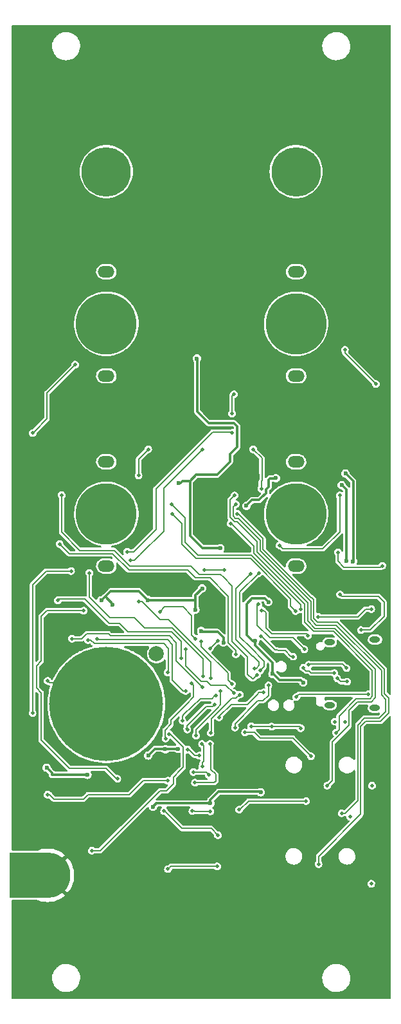
<source format=gbr>
G04 #@! TF.GenerationSoftware,KiCad,Pcbnew,6.0.11-2627ca5db0~126~ubuntu22.04.1*
G04 #@! TF.CreationDate,2023-08-06T14:10:23+02:00*
G04 #@! TF.ProjectId,OpenThereminV45,4f70656e-5468-4657-9265-6d696e563435,rev?*
G04 #@! TF.SameCoordinates,Original*
G04 #@! TF.FileFunction,Copper,L1,Top*
G04 #@! TF.FilePolarity,Positive*
%FSLAX46Y46*%
G04 Gerber Fmt 4.6, Leading zero omitted, Abs format (unit mm)*
G04 Created by KiCad (PCBNEW 6.0.11-2627ca5db0~126~ubuntu22.04.1) date 2023-08-06 14:10:23*
%MOMM*%
%LPD*%
G01*
G04 APERTURE LIST*
G04 #@! TA.AperFunction,SMDPad,CuDef*
%ADD10R,5.000000X6.000000*%
G04 #@! TD*
G04 #@! TA.AperFunction,ComponentPad*
%ADD11C,6.000000*%
G04 #@! TD*
G04 #@! TA.AperFunction,SMDPad,CuDef*
%ADD12C,15.000000*%
G04 #@! TD*
G04 #@! TA.AperFunction,ComponentPad*
%ADD13C,6.500000*%
G04 #@! TD*
G04 #@! TA.AperFunction,ComponentPad*
%ADD14O,2.200000X1.500000*%
G04 #@! TD*
G04 #@! TA.AperFunction,ComponentPad*
%ADD15C,8.000000*%
G04 #@! TD*
G04 #@! TA.AperFunction,ComponentPad*
%ADD16O,1.400000X0.800000*%
G04 #@! TD*
G04 #@! TA.AperFunction,ComponentPad*
%ADD17C,2.000000*%
G04 #@! TD*
G04 #@! TA.AperFunction,ViaPad*
%ADD18C,0.500000*%
G04 #@! TD*
G04 #@! TA.AperFunction,ViaPad*
%ADD19C,0.600000*%
G04 #@! TD*
G04 #@! TA.AperFunction,Conductor*
%ADD20C,0.300000*%
G04 #@! TD*
G04 #@! TA.AperFunction,Conductor*
%ADD21C,0.200000*%
G04 #@! TD*
G04 APERTURE END LIST*
D10*
X77250000Y-148250000D03*
D11*
X79750000Y-148250000D03*
D12*
X87500000Y-125750000D03*
D13*
X112500000Y-55750000D03*
X87500000Y-55750000D03*
D14*
X112500000Y-107600000D03*
X112500000Y-93900000D03*
D15*
X112500000Y-100750000D03*
D14*
X112500000Y-82600000D03*
X112500000Y-68900000D03*
D15*
X112500000Y-75750000D03*
D16*
X122890000Y-126240000D03*
X122890000Y-117260000D03*
X116940000Y-117620000D03*
X116940000Y-125880000D03*
D17*
X94100000Y-119150000D03*
D15*
X87500000Y-75750000D03*
D14*
X87500000Y-82600000D03*
X87500000Y-68900000D03*
D15*
X87500000Y-100750000D03*
D14*
X87500000Y-107600000D03*
X87500000Y-93900000D03*
D18*
X117610000Y-128060000D03*
X122500000Y-136470000D03*
X118920000Y-128060000D03*
X122410000Y-149370000D03*
D19*
X118999200Y-95428000D03*
X119989800Y-106985000D03*
D18*
X118500000Y-140110000D03*
X119620000Y-140570000D03*
X95620000Y-147440000D03*
X102100000Y-147080000D03*
X104570000Y-99480000D03*
X104064000Y-87554000D03*
X104318000Y-85014000D03*
X93015000Y-92253000D03*
X91745000Y-95682000D03*
D19*
X85014000Y-135052000D03*
X99238000Y-113335000D03*
X102520000Y-105250000D03*
X105950000Y-99690000D03*
X108860000Y-112330000D03*
X99440000Y-80320000D03*
X107830000Y-137330000D03*
X100000000Y-116129000D03*
X93650000Y-139243000D03*
X107112000Y-117399000D03*
X97010000Y-96710000D03*
X119126200Y-106908800D03*
X113440000Y-122910000D03*
X79640000Y-134110000D03*
X93000000Y-112080000D03*
X118516600Y-96952000D03*
X109380000Y-121780000D03*
X96952000Y-131623000D03*
X101206500Y-138798500D03*
X109830000Y-96040000D03*
X93015000Y-132512000D03*
X95270000Y-131680000D03*
X86840000Y-112100000D03*
X102921000Y-117653000D03*
X100127000Y-110541000D03*
X88316000Y-112700000D03*
D18*
X88951000Y-135560000D03*
X84506000Y-113462000D03*
X85077500Y-117335500D03*
X95555000Y-121590000D03*
X85268000Y-108509000D03*
X90221000Y-105715000D03*
X100254000Y-122098000D03*
X104090000Y-90100000D03*
X86284000Y-117145000D03*
X97968000Y-124003000D03*
X90678200Y-106832600D03*
X100127000Y-92253000D03*
X97333000Y-119685000D03*
X81090000Y-112110000D03*
X82982000Y-117145000D03*
X100127000Y-123495000D03*
X98830000Y-139800000D03*
X95301000Y-130276800D03*
X98730000Y-122987000D03*
X101210000Y-139860000D03*
X91800000Y-112240000D03*
X101270000Y-122352000D03*
X99238000Y-117145000D03*
X98984000Y-134671000D03*
X99314200Y-129895800D03*
X102540000Y-124003000D03*
X94539000Y-113589000D03*
X101016000Y-135052000D03*
X101778000Y-125781000D03*
X98171200Y-129108400D03*
X99746000Y-132512000D03*
X98200000Y-131710000D03*
X97510800Y-127914600D03*
X101905000Y-124638000D03*
X95110500Y-139814500D03*
X102200000Y-142990000D03*
X118923000Y-79172000D03*
X118237200Y-98298200D03*
X123020000Y-83660000D03*
X106512508Y-108644373D03*
X107010000Y-121060000D03*
X110330000Y-104900000D03*
X83388400Y-81127800D03*
X81635800Y-98272800D03*
X107360000Y-121910000D03*
X77800000Y-90120000D03*
X123850600Y-107569200D03*
X118008600Y-105791200D03*
X107570000Y-108540000D03*
X107770000Y-121330000D03*
X81331000Y-104699000D03*
X104572000Y-119202400D03*
X104050000Y-123120000D03*
X100000000Y-117526000D03*
X106858000Y-92253000D03*
X100381000Y-108128000D03*
X107910000Y-97450000D03*
X103048000Y-108128000D03*
X100127000Y-133972500D03*
X95618500Y-135814000D03*
X79750000Y-137655500D03*
X100101600Y-130988000D03*
X104991500Y-139616000D03*
X113830000Y-138500000D03*
X116620000Y-136460000D03*
X104390000Y-98300000D03*
X113120000Y-128910000D03*
X109290000Y-128710000D03*
X112522200Y-124815800D03*
X121996400Y-124485600D03*
X106560000Y-128670000D03*
X118290000Y-111340000D03*
X121031200Y-116002000D03*
X107510000Y-112620000D03*
X113589000Y-118542000D03*
X113470000Y-120970000D03*
X114070000Y-116730000D03*
X107970000Y-113410000D03*
X117526000Y-121661000D03*
X113079292Y-113267820D03*
X108850000Y-123300000D03*
X104445000Y-128829000D03*
X96100000Y-99480000D03*
X108200000Y-124220000D03*
X112420000Y-113510000D03*
X96160000Y-100770000D03*
X102349500Y-127495500D03*
X79756200Y-122682200D03*
X107899400Y-116840200D03*
X101143000Y-118415000D03*
X102159000Y-117399000D03*
X112115800Y-119507200D03*
X104310000Y-124310000D03*
X97968000Y-118542000D03*
X85585500Y-145021500D03*
X95783600Y-129667200D03*
X77775000Y-126924000D03*
X82855000Y-108255000D03*
X105070000Y-124500000D03*
X101230000Y-129530000D03*
X99174500Y-136068000D03*
X101160000Y-130988000D03*
X117907000Y-122359500D03*
X119240500Y-122804000D03*
X114160500Y-120581500D03*
X119160000Y-121020000D03*
X104750500Y-100718987D03*
X115460000Y-146790000D03*
D19*
X100127000Y-112065000D03*
X120320000Y-93610000D03*
X119050000Y-113563600D03*
X113208000Y-85966500D03*
X87808000Y-151371500D03*
X110580000Y-126920000D03*
X96380500Y-139941500D03*
X115520000Y-126700000D03*
X87808000Y-90475000D03*
X116764000Y-92253000D03*
X104780000Y-123490000D03*
X88252500Y-85268000D03*
X113208000Y-87681000D03*
D18*
X109410000Y-131350000D03*
D19*
X108001000Y-117907000D03*
X96698000Y-108890000D03*
X114350000Y-149620000D03*
X98820000Y-130730000D03*
X103500000Y-133240000D03*
X112573000Y-115113000D03*
X94285000Y-92253000D03*
X118186400Y-118897600D03*
X84760000Y-148323500D03*
X99746000Y-126035000D03*
X112065000Y-90475000D03*
X113730000Y-140240000D03*
X105420000Y-150880000D03*
X119964400Y-109753600D03*
X121031200Y-105816600D03*
X88252500Y-87808000D03*
X105969000Y-92126000D03*
X83020000Y-92150000D03*
X80000000Y-94240000D03*
X88570000Y-115875000D03*
X118250000Y-138860000D03*
X95809000Y-123698200D03*
D18*
X103850000Y-102020000D03*
X105770000Y-129470000D03*
X117751444Y-129501444D03*
X114460000Y-132600000D03*
X122402800Y-113258800D03*
X115380711Y-114270711D03*
D20*
X120015200Y-96444000D02*
X118999200Y-95428000D01*
X119989800Y-106985000D02*
X120015200Y-106959600D01*
X120015200Y-106959600D02*
X120015200Y-96444000D01*
D21*
X104200500Y-99849500D02*
X104570000Y-99480000D01*
X118960000Y-140110000D02*
X120630000Y-138440000D01*
X104520000Y-101340000D02*
X104200500Y-101020500D01*
X120630000Y-128484314D02*
X121514315Y-127600000D01*
X107750000Y-104200000D02*
X104890000Y-101340000D01*
X115156496Y-115390000D02*
X114430000Y-114663503D01*
X114430000Y-114663503D02*
X114430000Y-112275686D01*
X123741043Y-121359671D02*
X117771371Y-115390000D01*
X121514315Y-127600000D02*
X123479999Y-127600000D01*
X117771371Y-115390000D02*
X115156496Y-115390000D01*
X123479999Y-127600000D02*
X124330000Y-126749999D01*
X107750000Y-105595686D02*
X107750000Y-104200000D01*
X118500000Y-140110000D02*
X118960000Y-140110000D01*
X120630000Y-138440000D02*
X120630000Y-128484314D01*
X123741043Y-124521043D02*
X123741043Y-121359671D01*
X104200500Y-101020500D02*
X104200500Y-99849500D01*
X124330000Y-125110000D02*
X123741043Y-124521043D01*
X114430000Y-112275686D02*
X107750000Y-105595686D01*
X95980000Y-147080000D02*
X102100000Y-147080000D01*
X104890000Y-101340000D02*
X104520000Y-101340000D01*
X95620000Y-147440000D02*
X95980000Y-147080000D01*
X124330000Y-126749999D02*
X124330000Y-125110000D01*
X104191000Y-85141000D02*
X104318000Y-85014000D01*
X104064000Y-85141000D02*
X104191000Y-85141000D01*
X104064000Y-87554000D02*
X104064000Y-85141000D01*
X93015000Y-92253000D02*
X91745000Y-93523000D01*
X91745000Y-93523000D02*
X91745000Y-95682000D01*
D20*
X103784600Y-93904000D02*
X103784600Y-92888000D01*
X99238000Y-111430000D02*
X100127000Y-110541000D01*
X107780000Y-137280000D02*
X102270000Y-137280000D01*
X93000000Y-112080000D02*
X92980000Y-112080000D01*
X104749800Y-89255800D02*
X104318000Y-88824000D01*
X93000000Y-112080000D02*
X93254000Y-112080000D01*
X105969000Y-112571000D02*
X106700000Y-111840000D01*
X92980000Y-112080000D02*
X91790000Y-110890000D01*
X108550000Y-98010000D02*
X107980000Y-98580000D01*
X97561400Y-96418600D02*
X97270000Y-96710000D01*
X99441200Y-80321200D02*
X99440000Y-80320000D01*
X110320000Y-122570000D02*
X113100000Y-122570000D01*
X108880000Y-97170000D02*
X108870000Y-97170000D01*
X108880000Y-96260000D02*
X108880000Y-97170000D01*
X102270000Y-137280000D02*
X101206500Y-138343500D01*
X109398000Y-121574000D02*
X109398000Y-120320000D01*
X109810000Y-96060000D02*
X109830000Y-96040000D01*
X104749800Y-91922800D02*
X104749800Y-89255800D01*
X99238000Y-112065000D02*
X93269000Y-112065000D01*
X107630000Y-98920000D02*
X106720000Y-98920000D01*
X99238000Y-112065000D02*
X99238000Y-111430000D01*
X102082800Y-95605800D02*
X99339600Y-95605800D01*
X100990600Y-88824000D02*
X99441200Y-87274600D01*
X97270000Y-96710000D02*
X97010000Y-96710000D01*
X108550000Y-97490000D02*
X108550000Y-98010000D01*
X109080000Y-96060000D02*
X109810000Y-96060000D01*
X85014000Y-135052000D02*
X80315000Y-135052000D01*
X98526800Y-96418600D02*
X97561400Y-96418600D01*
X109080000Y-96060000D02*
X108880000Y-96260000D01*
X94094500Y-138798500D02*
X101206500Y-138798500D01*
X102921000Y-117653000D02*
X102921000Y-117018000D01*
X104318000Y-88824000D02*
X100990600Y-88824000D01*
X106720000Y-98920000D02*
X105950000Y-99690000D01*
X99238000Y-113335000D02*
X99238000Y-112065000D01*
X105969000Y-116637000D02*
X105969000Y-112571000D01*
X107112000Y-117399000D02*
X107112000Y-118034000D01*
X93254000Y-112080000D02*
X93269000Y-112065000D01*
X99441200Y-87274600D02*
X99441200Y-80321200D01*
X103784600Y-92888000D02*
X104749800Y-91922800D01*
X107112000Y-117399000D02*
X106731000Y-117399000D01*
X100000000Y-116129000D02*
X100127000Y-116256000D01*
X107112000Y-118034000D02*
X109398000Y-120320000D01*
X93904000Y-131623000D02*
X95047000Y-131623000D01*
X87300000Y-111684000D02*
X87256000Y-111684000D01*
X102921000Y-117018000D02*
X102159000Y-116256000D01*
X100150000Y-105250000D02*
X102520000Y-105250000D01*
X107970000Y-98580000D02*
X107630000Y-98920000D01*
X98526800Y-96418600D02*
X98526800Y-103626800D01*
X108380000Y-111840000D02*
X108860000Y-112320000D01*
X87300000Y-111684000D02*
X87427000Y-111684000D01*
X113100000Y-122570000D02*
X113440000Y-122910000D01*
X119126200Y-97561600D02*
X118516600Y-96952000D01*
X91790000Y-110890000D02*
X88062000Y-110922000D01*
X108860000Y-112320000D02*
X108860000Y-112330000D01*
X100127000Y-116256000D02*
X102159000Y-116256000D01*
X80315000Y-134785000D02*
X79640000Y-134110000D01*
X88316000Y-112573000D02*
X88316000Y-112700000D01*
X106731000Y-117399000D02*
X105969000Y-116637000D01*
X87256000Y-111684000D02*
X86840000Y-112100000D01*
X80315000Y-135052000D02*
X80315000Y-134785000D01*
X93015000Y-132512000D02*
X93904000Y-131623000D01*
X88062000Y-110922000D02*
X87300000Y-111684000D01*
X101206500Y-138343500D02*
X101206500Y-138798500D01*
X87427000Y-111684000D02*
X88316000Y-112573000D01*
X98526800Y-103626800D02*
X100150000Y-105250000D01*
X93650000Y-139243000D02*
X94094500Y-138798500D01*
X108870000Y-97170000D02*
X108550000Y-97490000D01*
X107980000Y-98580000D02*
X107970000Y-98580000D01*
X119126200Y-106908800D02*
X119126200Y-97561600D01*
X103784600Y-93904000D02*
X102082800Y-95605800D01*
X109398000Y-121648000D02*
X110320000Y-122570000D01*
X95047000Y-131623000D02*
X96825000Y-131623000D01*
X99339600Y-95605800D02*
X98526800Y-96418600D01*
X107830000Y-137330000D02*
X107780000Y-137280000D01*
X106700000Y-111840000D02*
X108380000Y-111840000D01*
D21*
X78918000Y-130480000D02*
X78918000Y-124257000D01*
X87427000Y-134163000D02*
X82601000Y-134163000D01*
X78283000Y-120701000D02*
X78283000Y-123622000D01*
X88951000Y-135560000D02*
X88824000Y-135560000D01*
X78283000Y-120701000D02*
X78918000Y-120066000D01*
X78918000Y-114224000D02*
X79680000Y-113462000D01*
X78918000Y-120066000D02*
X78918000Y-114224000D01*
X88824000Y-135560000D02*
X87427000Y-134163000D01*
X82601000Y-134163000D02*
X78918000Y-130480000D01*
X78283000Y-123622000D02*
X78918000Y-124257000D01*
X79680000Y-113462000D02*
X84506000Y-113462000D01*
X95555000Y-121590000D02*
X95682000Y-121463000D01*
X85458500Y-117335500D02*
X85903000Y-117780000D01*
X95047000Y-117780000D02*
X85903000Y-117780000D01*
X95682000Y-118415000D02*
X95047000Y-117780000D01*
X85077500Y-117335500D02*
X85458500Y-117335500D01*
X95682000Y-121463000D02*
X95682000Y-118415000D01*
X101524000Y-89967000D02*
X103957000Y-89967000D01*
X91173500Y-114414500D02*
X92507000Y-115748000D01*
X91110000Y-105715000D02*
X94031000Y-102794000D01*
X100254000Y-122098000D02*
X100254000Y-119812000D01*
X94031000Y-97460000D02*
X101524000Y-89967000D01*
X94031000Y-102794000D02*
X94031000Y-97460000D01*
X91173500Y-114414500D02*
X87998500Y-114414500D01*
X92507000Y-115748000D02*
X96190000Y-115748000D01*
X90221000Y-105715000D02*
X91110000Y-105715000D01*
X87998500Y-114414500D02*
X85268000Y-111684000D01*
X96190000Y-115748000D02*
X100254000Y-119812000D01*
X103957000Y-89967000D02*
X104090000Y-90100000D01*
X85268000Y-111684000D02*
X85268000Y-108509000D01*
X91211600Y-106832600D02*
X91973600Y-106070600D01*
X97587000Y-124003000D02*
X97968000Y-124003000D01*
X91973600Y-106070600D02*
X95047000Y-103048000D01*
X96190000Y-117907000D02*
X95555000Y-117272000D01*
X86411000Y-117272000D02*
X86284000Y-117145000D01*
X95047000Y-103048000D02*
X95047000Y-97333000D01*
X96190000Y-122606000D02*
X97587000Y-124003000D01*
X96190000Y-117907000D02*
X96190000Y-122606000D01*
X95555000Y-117272000D02*
X86411000Y-117272000D01*
X90678200Y-106832600D02*
X91211600Y-106832600D01*
X95047000Y-97333000D02*
X100127000Y-92253000D01*
X90348000Y-116256000D02*
X89205000Y-115113000D01*
X97333000Y-117526000D02*
X96063000Y-116256000D01*
X89205000Y-115113000D02*
X87858800Y-115113000D01*
X81288000Y-111938000D02*
X81204000Y-111938000D01*
X84633000Y-111938000D02*
X81288000Y-111938000D01*
X81090000Y-112110000D02*
X81116000Y-112110000D01*
X96063000Y-116256000D02*
X90348000Y-116256000D01*
X87858800Y-115113000D02*
X84633000Y-111938000D01*
X81116000Y-112110000D02*
X81288000Y-111938000D01*
X97333000Y-119685000D02*
X97333000Y-117526000D01*
X96698000Y-120066000D02*
X96698000Y-117653000D01*
X88062000Y-116764000D02*
X87808000Y-116510000D01*
X95809000Y-116764000D02*
X88062000Y-116764000D01*
X87808000Y-116510000D02*
X84887000Y-116510000D01*
X84887000Y-116510000D02*
X84252000Y-117145000D01*
X84252000Y-117145000D02*
X82982000Y-117145000D01*
X96698000Y-120066000D02*
X100127000Y-123495000D01*
X96698000Y-117653000D02*
X95809000Y-116764000D01*
X96037600Y-127813000D02*
X98069600Y-125781000D01*
X95301000Y-130099000D02*
X95224800Y-130022800D01*
X95224800Y-130022800D02*
X95224800Y-129184600D01*
X94539000Y-114605000D02*
X95682000Y-114605000D01*
X92210000Y-112240000D02*
X92380000Y-112410000D01*
X98984000Y-123241000D02*
X98730000Y-122987000D01*
X96037600Y-128371800D02*
X96037600Y-127813000D01*
X98830000Y-139800000D02*
X99060000Y-139800000D01*
X92380000Y-112410000D02*
X94539000Y-114605000D01*
X101270000Y-122352000D02*
X101270000Y-120193000D01*
X91800000Y-112240000D02*
X92210000Y-112240000D01*
X98069600Y-125781000D02*
X98984000Y-124828500D01*
X95224800Y-129184600D02*
X96037600Y-128371800D01*
X99060000Y-139800000D02*
X99120000Y-139860000D01*
X98984000Y-124828500D02*
X98984000Y-123241000D01*
X95682000Y-114605000D02*
X101270000Y-120193000D01*
X95301000Y-130276800D02*
X95301000Y-130099000D01*
X99120000Y-139860000D02*
X101333500Y-139878000D01*
X98730000Y-116637000D02*
X99238000Y-117145000D01*
X102540000Y-125844500D02*
X102159000Y-126225500D01*
X102159000Y-126225500D02*
X100952500Y-127495500D01*
X100635000Y-134671000D02*
X98984000Y-134671000D01*
X95174000Y-112954000D02*
X97587000Y-112954000D01*
X102540000Y-124003000D02*
X102540000Y-125844500D01*
X94539000Y-113589000D02*
X95174000Y-112954000D01*
X98730000Y-114097000D02*
X98730000Y-116637000D01*
X101016000Y-135052000D02*
X100635000Y-134671000D01*
X99314200Y-129895800D02*
X99314200Y-129133800D01*
X97587000Y-112954000D02*
X98730000Y-114097000D01*
X99314200Y-129133800D02*
X100952500Y-127495500D01*
X98095000Y-128854400D02*
X97993400Y-128956000D01*
X99746000Y-132512000D02*
X99174500Y-132512000D01*
X98095000Y-128575000D02*
X100635000Y-126035000D01*
X100635000Y-126035000D02*
X101524000Y-126035000D01*
X101524000Y-126035000D02*
X101778000Y-125781000D01*
X99174500Y-132512000D02*
X98285500Y-131623000D01*
X98095000Y-128575000D02*
X98095000Y-128854400D01*
X101397000Y-125019000D02*
X101778000Y-124638000D01*
X97510800Y-127330400D02*
X97739400Y-127101800D01*
X99873000Y-125019000D02*
X101397000Y-125019000D01*
X101778000Y-124638000D02*
X101905000Y-124638000D01*
X97510800Y-127711400D02*
X97510800Y-127330400D01*
X99873000Y-125019000D02*
X97739400Y-127101800D01*
X97510800Y-127711400D02*
X97510800Y-127914600D01*
X95110500Y-139814500D02*
X95174000Y-139814500D01*
X97460000Y-142100500D02*
X101310500Y-142100500D01*
X95174000Y-139814500D02*
X97460000Y-142100500D01*
X101310500Y-142100500D02*
X102200000Y-142990000D01*
X106770000Y-119470000D02*
X106880000Y-119470000D01*
X104590481Y-110566400D02*
X106512508Y-108644373D01*
X104572000Y-117272000D02*
X104572000Y-110566400D01*
X107010000Y-121060000D02*
X107250000Y-121060000D01*
X116020000Y-105330000D02*
X110760000Y-105330000D01*
X104572000Y-110566400D02*
X104590481Y-110566400D01*
X118237200Y-103112800D02*
X116020000Y-105330000D01*
X106880000Y-119470000D02*
X107640000Y-120230000D01*
X107250000Y-121060000D02*
X107640000Y-120670000D01*
X118923000Y-79603800D02*
X118923000Y-79172000D01*
X106770000Y-119470000D02*
X104572000Y-117272000D01*
X123020000Y-83660000D02*
X118923000Y-79603800D01*
X110760000Y-105330000D02*
X110330000Y-104900000D01*
X118237200Y-98298200D02*
X118237200Y-103112800D01*
X107640000Y-120230000D02*
X107640000Y-120670000D01*
X106096000Y-121816000D02*
X106730000Y-122450000D01*
X104064000Y-117526000D02*
X104064000Y-110236200D01*
X78049900Y-89869900D02*
X78049900Y-89870100D01*
X78049900Y-89870100D02*
X77800000Y-90120000D01*
X102921000Y-109067800D02*
X102540000Y-108686800D01*
X77978200Y-89941600D02*
X78049900Y-89869900D01*
X79680000Y-88239800D02*
X79680000Y-84836200D01*
X81610400Y-98298200D02*
X81635800Y-98272800D01*
X106096000Y-119583400D02*
X106096000Y-121816000D01*
X81610400Y-103149600D02*
X81610400Y-98298200D01*
X106096000Y-119583400D02*
X104064000Y-117526000D01*
X78049900Y-89869900D02*
X79680000Y-88239800D01*
X102540000Y-108686800D02*
X99695200Y-108686800D01*
X83998000Y-105537200D02*
X81610400Y-103149600D01*
X98628400Y-107620000D02*
X90602000Y-107620000D01*
X88519200Y-105537200D02*
X83998000Y-105537200D01*
X106730000Y-122450000D02*
X106820000Y-122450000D01*
X106820000Y-122450000D02*
X107360000Y-121910000D01*
X79680000Y-84836200D02*
X83388400Y-81127800D01*
X99695200Y-108686800D02*
X98628400Y-107620000D01*
X104064000Y-110236200D02*
X102921000Y-109067800D01*
X90602000Y-107620000D02*
X88519200Y-105537200D01*
X105080000Y-111030000D02*
X107570000Y-108540000D01*
X123647400Y-107772400D02*
X123850600Y-107569200D01*
X118008600Y-105791200D02*
X118008600Y-106959600D01*
X107770000Y-121330000D02*
X107780000Y-121330000D01*
X106477000Y-118288000D02*
X108300000Y-120160000D01*
X118821400Y-107772400D02*
X123647400Y-107772400D01*
X105080000Y-116891000D02*
X105080000Y-111030000D01*
X105080000Y-116891000D02*
X106477000Y-118288000D01*
X118008600Y-106959600D02*
X118821400Y-107772400D01*
X107780000Y-121330000D02*
X108300000Y-120810000D01*
X108300000Y-120810000D02*
X108300000Y-120160000D01*
X82601000Y-105969000D02*
X81331000Y-104699000D01*
X98222000Y-108128000D02*
X90475000Y-108128000D01*
X88316000Y-105969000D02*
X82601000Y-105969000D01*
X90475000Y-108128000D02*
X88316000Y-105969000D01*
X104572000Y-119202400D02*
X104572000Y-118669000D01*
X99238000Y-109144000D02*
X98222000Y-108128000D01*
X104572000Y-118669000D02*
X103556000Y-117653000D01*
X103556000Y-117653000D02*
X103556000Y-111557000D01*
X101143000Y-109144000D02*
X99238000Y-109144000D01*
X103556000Y-111557000D02*
X101143000Y-109144000D01*
X104050000Y-123120000D02*
X104050000Y-123099600D01*
X100000000Y-118161000D02*
X103505200Y-121640800D01*
X100000000Y-117526000D02*
X100000000Y-118161000D01*
X103505200Y-121640800D02*
X103505200Y-122554800D01*
X104050000Y-123099600D02*
X103505200Y-122554800D01*
X108001000Y-94666000D02*
X108010000Y-96370000D01*
X108001000Y-93396000D02*
X108001000Y-94666000D01*
X107910000Y-96470000D02*
X108010000Y-96370000D01*
X106858000Y-92253000D02*
X108001000Y-93396000D01*
X100381000Y-108128000D02*
X103048000Y-108128000D01*
X107910000Y-97450000D02*
X107910000Y-96470000D01*
X79997500Y-137655500D02*
X80040000Y-137660000D01*
X92380000Y-135814000D02*
X90538500Y-137655500D01*
X100127000Y-133464500D02*
X100317500Y-133274000D01*
X79845500Y-137655500D02*
X79850000Y-137660000D01*
X90538500Y-137655500D02*
X85077500Y-137655500D01*
X100127000Y-133972500D02*
X100127000Y-133464500D01*
X95618500Y-135814000D02*
X92380000Y-135814000D01*
X80040000Y-137660000D02*
X80569000Y-138227000D01*
X79750000Y-137655500D02*
X79845500Y-137655500D01*
X100317500Y-131203900D02*
X100101600Y-130988000D01*
X79850000Y-137660000D02*
X80040000Y-137660000D01*
X85077500Y-137655500D02*
X84506000Y-138227000D01*
X100317500Y-133274000D02*
X100317500Y-131203900D01*
X84506000Y-138227000D02*
X80569000Y-138227000D01*
X105104000Y-139616000D02*
X106220000Y-138500000D01*
X106220000Y-138500000D02*
X113830000Y-138500000D01*
X104991500Y-139616000D02*
X105104000Y-139616000D01*
X116620000Y-136460000D02*
X117290000Y-135790000D01*
X119470000Y-128560000D02*
X119470000Y-126555686D01*
X120590086Y-125435600D02*
X122389904Y-125435600D01*
X107350000Y-105761371D02*
X107350000Y-104365686D01*
X122946400Y-124879104D02*
X122946400Y-121130714D01*
X103800500Y-101186185D02*
X103800500Y-98889500D01*
X117605686Y-115790000D02*
X122946400Y-121130714D01*
X104354314Y-101740000D02*
X103800500Y-101186185D01*
X107350000Y-104365686D02*
X104724314Y-101740000D01*
X114030000Y-114829189D02*
X114030000Y-112441372D01*
X117605686Y-115790000D02*
X114990810Y-115790000D01*
X114030000Y-112441372D02*
X107350000Y-105761371D01*
X114990810Y-115790000D02*
X114030000Y-114829189D01*
X117290000Y-135790000D02*
X117290000Y-130740000D01*
X122389904Y-125435600D02*
X122946400Y-124879104D01*
X119470000Y-126555686D02*
X120590086Y-125435600D01*
X103800500Y-98889500D02*
X104390000Y-98300000D01*
X117290000Y-130740000D02*
X119470000Y-128560000D01*
X104724314Y-101740000D02*
X104354314Y-101740000D01*
X124079200Y-114173200D02*
X124079200Y-112344400D01*
X109290000Y-128710000D02*
X112920000Y-128710000D01*
X109250000Y-128670000D02*
X106560000Y-128670000D01*
X112920000Y-128710000D02*
X113120000Y-128910000D01*
X121996400Y-124485600D02*
X112852400Y-124485600D01*
X118532400Y-111582400D02*
X118290000Y-111340000D01*
X122250400Y-116002000D02*
X124079200Y-114173200D01*
X109290000Y-128710000D02*
X109250000Y-128670000D01*
X123317200Y-111582400D02*
X118532400Y-111582400D01*
X124079200Y-112344400D02*
X123317200Y-111582400D01*
X112852400Y-124485600D02*
X112522200Y-124815800D01*
X121031200Y-116002000D02*
X122250400Y-116002000D01*
X107366000Y-115367000D02*
X109017000Y-117018000D01*
X107366000Y-112764000D02*
X107510000Y-112620000D01*
X107366000Y-115367000D02*
X107366000Y-112764000D01*
X112065000Y-117018000D02*
X113589000Y-118542000D01*
X109017000Y-117018000D02*
X112065000Y-117018000D01*
X108509000Y-115748000D02*
X108509000Y-113729000D01*
X108509000Y-113729000D02*
X108190000Y-113410000D01*
X113470000Y-121080000D02*
X113797000Y-121407000D01*
X113797000Y-121407000D02*
X114224000Y-121407000D01*
X113850000Y-116510000D02*
X109271000Y-116510000D01*
X108190000Y-113410000D02*
X107970000Y-113410000D01*
X113470000Y-120970000D02*
X113470000Y-121080000D01*
X109271000Y-116510000D02*
X108509000Y-115748000D01*
X114478000Y-121661000D02*
X117526000Y-121661000D01*
X114070000Y-116730000D02*
X113850000Y-116510000D01*
X114224000Y-121407000D02*
X114478000Y-121661000D01*
X108160000Y-125280000D02*
X107460000Y-125280000D01*
X113079292Y-112644978D02*
X106574314Y-106140000D01*
X107460000Y-125280000D02*
X107302500Y-125463500D01*
X108850000Y-123300000D02*
X108850000Y-124590000D01*
X106574314Y-106140000D02*
X99570000Y-106140000D01*
X97870000Y-101250000D02*
X96100000Y-99480000D01*
X108850000Y-124590000D02*
X108160000Y-125280000D01*
X97870000Y-104440000D02*
X97870000Y-101250000D01*
X104445000Y-128829000D02*
X104445000Y-128321000D01*
X104445000Y-128321000D02*
X107302500Y-125463500D01*
X113079292Y-113267820D02*
X113079292Y-112644978D01*
X99570000Y-106140000D02*
X97870000Y-104440000D01*
X108200000Y-124220000D02*
X107640000Y-124220000D01*
X102349500Y-127368500D02*
X103937000Y-125781000D01*
X97410000Y-102020000D02*
X97410000Y-104690000D01*
X99330000Y-106610000D02*
X106478628Y-106610000D01*
X97410000Y-104690000D02*
X99330000Y-106610000D01*
X111774314Y-111905686D02*
X111774314Y-112864314D01*
X107239000Y-124638000D02*
X106096000Y-125781000D01*
X107640000Y-124220000D02*
X107340000Y-124520000D01*
X107239000Y-124638000D02*
X107239000Y-124611000D01*
X106478628Y-106610000D02*
X111774314Y-111905686D01*
X96160000Y-100770000D02*
X97410000Y-102020000D01*
X107239000Y-124611000D02*
X107340000Y-124520000D01*
X111774314Y-112864314D02*
X112420000Y-113510000D01*
X103937000Y-125781000D02*
X106096000Y-125781000D01*
X102349500Y-127495500D02*
X102349500Y-127368500D01*
X84673500Y-122923500D02*
X87500000Y-125750000D01*
X79997500Y-122923500D02*
X84673500Y-122923500D01*
X79997500Y-122923500D02*
X79756200Y-122682200D01*
X111800000Y-119420000D02*
X112028600Y-119420000D01*
X111800000Y-119420000D02*
X111050000Y-118670000D01*
X108077200Y-117018000D02*
X107899400Y-116840200D01*
X108128000Y-117018000D02*
X108077200Y-117018000D01*
X112028600Y-119420000D02*
X112115800Y-119507200D01*
X111050000Y-118670000D02*
X110440000Y-118670000D01*
X102159000Y-117399000D02*
X101143000Y-118415000D01*
X109760000Y-118650000D02*
X110440000Y-118670000D01*
X108128000Y-117018000D02*
X109760000Y-118650000D01*
X97968000Y-120701000D02*
X97968000Y-118542000D01*
X101270000Y-123241000D02*
X100762000Y-122733000D01*
X100762000Y-122733000D02*
X100000000Y-122733000D01*
X104270000Y-124310000D02*
X103201000Y-123241000D01*
X103201000Y-123241000D02*
X101270000Y-123241000D01*
X104310000Y-124310000D02*
X104270000Y-124310000D01*
X100000000Y-122733000D02*
X97968000Y-120701000D01*
X86665000Y-145021500D02*
X94602500Y-137147500D01*
X97637800Y-134036000D02*
X97637800Y-131419800D01*
X96317000Y-136258500D02*
X96317000Y-135369500D01*
X97288550Y-134385250D02*
X97637800Y-134036000D01*
X94602500Y-137147500D02*
X95428000Y-137147500D01*
X97288550Y-134397950D02*
X97288550Y-134385250D01*
X95809000Y-129591000D02*
X97637800Y-131419800D01*
X85585500Y-145021500D02*
X86665000Y-145021500D01*
X96317000Y-135369500D02*
X97288550Y-134397950D01*
X95428000Y-137147500D02*
X96317000Y-136258500D01*
X79553000Y-108255000D02*
X77775000Y-110033000D01*
X77775000Y-110033000D02*
X77775000Y-126924000D01*
X82855000Y-108255000D02*
X79553000Y-108255000D01*
X101905000Y-134988500D02*
X101270000Y-134353500D01*
X101270000Y-131098000D02*
X101160000Y-130988000D01*
X101333500Y-127686000D02*
X101333500Y-129193500D01*
X101905000Y-135877500D02*
X101905000Y-134988500D01*
X104600000Y-124970000D02*
X105070000Y-124500000D01*
X101333500Y-129426500D02*
X101230000Y-129530000D01*
X101714500Y-136068000D02*
X101905000Y-135877500D01*
X103111500Y-125908000D02*
X103112000Y-125908000D01*
X101333500Y-129193500D02*
X101333500Y-129426500D01*
X104050000Y-124970000D02*
X104600000Y-124970000D01*
X99174500Y-136068000D02*
X101714500Y-136068000D01*
X101333500Y-129193500D02*
X101333500Y-129337000D01*
X103112000Y-125908000D02*
X104050000Y-124970000D01*
X103111500Y-125908000D02*
X101333500Y-127686000D01*
X101270000Y-134353500D02*
X101270000Y-131098000D01*
X118351500Y-122804000D02*
X119240500Y-122804000D01*
X117907000Y-122359500D02*
X118351500Y-122804000D01*
X118594500Y-120454500D02*
X119160000Y-121020000D01*
X114287500Y-120454500D02*
X118594500Y-120454500D01*
X114160500Y-120581500D02*
X114287500Y-120454500D01*
X114485000Y-111765000D02*
X108150000Y-105430000D01*
X124730000Y-126915685D02*
X124730000Y-124937914D01*
X123645685Y-128000000D02*
X124730000Y-126915685D01*
X124141043Y-124348957D02*
X124141043Y-121193985D01*
X104970000Y-100810000D02*
X104878987Y-100718987D01*
X117950000Y-114990000D02*
X115322182Y-114990000D01*
X124730000Y-124937914D02*
X124141043Y-124348957D01*
X121680000Y-128000000D02*
X123645685Y-128000000D01*
X108150000Y-105430000D02*
X108150000Y-103990000D01*
X121030000Y-128650000D02*
X121680000Y-128000000D01*
X108150000Y-103990000D02*
X104970000Y-100810000D01*
X121030000Y-140217818D02*
X121030000Y-128650000D01*
X115322182Y-114990000D02*
X114830000Y-114497818D01*
X118587057Y-115640000D02*
X118587057Y-115627057D01*
X118587057Y-115627057D02*
X117950000Y-114990000D01*
X115460000Y-145787818D02*
X121030000Y-140217818D01*
X114545000Y-111765000D02*
X114485000Y-111765000D01*
X114830000Y-114497818D02*
X114830000Y-112050000D01*
X124141043Y-121193985D02*
X118587057Y-115640000D01*
X104878987Y-100718987D02*
X104750500Y-100718987D01*
X114830000Y-112050000D02*
X114545000Y-111765000D01*
X115460000Y-146790000D02*
X115460000Y-145787818D01*
D20*
X88252500Y-85268000D02*
X88252500Y-87808000D01*
X113208000Y-85966500D02*
X113208000Y-87681000D01*
D21*
X118160000Y-127300000D02*
X118160000Y-129092888D01*
X122546400Y-121296400D02*
X122546400Y-124713418D01*
X106950000Y-105016558D02*
X103953442Y-102020000D01*
X114825124Y-116190000D02*
X117440000Y-116190000D01*
X113630000Y-112607058D02*
X112096471Y-111073529D01*
X112080000Y-130220000D02*
X114460000Y-132600000D01*
X103953442Y-102020000D02*
X103850000Y-102020000D01*
X122546400Y-124713418D02*
X122224218Y-125035600D01*
X105770000Y-129470000D02*
X106990000Y-129470000D01*
X122224218Y-125035600D02*
X120424400Y-125035600D01*
X114825124Y-116190000D02*
X113630000Y-114994875D01*
X112620000Y-111620000D02*
X106950000Y-105950000D01*
X120424400Y-125035600D02*
X118160000Y-127300000D01*
X118160000Y-129092888D02*
X117751444Y-129501444D01*
X113630000Y-114994875D02*
X113630000Y-112607058D01*
X106950000Y-105950000D02*
X106950000Y-105016558D01*
X107740000Y-130220000D02*
X112080000Y-130220000D01*
X117440000Y-116190000D02*
X122546400Y-121296400D01*
X106990000Y-129470000D02*
X107740000Y-130220000D01*
X120628889Y-114270711D02*
X115380711Y-114270711D01*
X120628889Y-114270711D02*
X121640800Y-113258800D01*
X122402800Y-113258800D02*
X121640800Y-113258800D01*
G04 #@! TA.AperFunction,Conductor*
G36*
X124941621Y-36520502D02*
G01*
X124988114Y-36574158D01*
X124999500Y-36626500D01*
X124999500Y-124407542D01*
X124979498Y-124475663D01*
X124925842Y-124522156D01*
X124855568Y-124532260D01*
X124790988Y-124502766D01*
X124784405Y-124496637D01*
X124528448Y-124240680D01*
X124494422Y-124178368D01*
X124491543Y-124151585D01*
X124491543Y-121244811D01*
X124493576Y-121225712D01*
X124493803Y-121220908D01*
X124495995Y-121210725D01*
X124492416Y-121180486D01*
X124492107Y-121175238D01*
X124491971Y-121175249D01*
X124491543Y-121170070D01*
X124491543Y-121164870D01*
X124490690Y-121159744D01*
X124490689Y-121159735D01*
X124488656Y-121147522D01*
X124487819Y-121141646D01*
X124483504Y-121105188D01*
X124483504Y-121105187D01*
X124482280Y-121094847D01*
X124478619Y-121087224D01*
X124477231Y-121078882D01*
X124454858Y-121037420D01*
X124452162Y-121032128D01*
X124449936Y-121027493D01*
X124431769Y-120989659D01*
X124428451Y-120985711D01*
X124426512Y-120983772D01*
X124425053Y-120982181D01*
X124424789Y-120981691D01*
X124424809Y-120981672D01*
X124424730Y-120981583D01*
X124421821Y-120976191D01*
X124413084Y-120968114D01*
X124385407Y-120942530D01*
X124381841Y-120939101D01*
X120661569Y-117218830D01*
X121935624Y-117218830D01*
X121938324Y-117261746D01*
X121945061Y-117368821D01*
X121945944Y-117382860D01*
X121948393Y-117390396D01*
X121948393Y-117390398D01*
X121954832Y-117410214D01*
X121996732Y-117539171D01*
X122084798Y-117677940D01*
X122090577Y-117683367D01*
X122090578Y-117683368D01*
X122113068Y-117704487D01*
X122204607Y-117790448D01*
X122211551Y-117794265D01*
X122211553Y-117794267D01*
X122225476Y-117801921D01*
X122348632Y-117869627D01*
X122356304Y-117871597D01*
X122356307Y-117871598D01*
X122500145Y-117908529D01*
X122500148Y-117908529D01*
X122507823Y-117910500D01*
X123230925Y-117910500D01*
X123288690Y-117903203D01*
X123345193Y-117896065D01*
X123345196Y-117896064D01*
X123353058Y-117895071D01*
X123360425Y-117892154D01*
X123360426Y-117892154D01*
X123426970Y-117865807D01*
X123505871Y-117834568D01*
X123562806Y-117793203D01*
X123632423Y-117742623D01*
X123638837Y-117737963D01*
X123743600Y-117611326D01*
X123813579Y-117462613D01*
X123815064Y-117454830D01*
X123815065Y-117454826D01*
X123842891Y-117308956D01*
X123842891Y-117308954D01*
X123844376Y-117301170D01*
X123838706Y-117211044D01*
X123834554Y-117145051D01*
X123834554Y-117145049D01*
X123834056Y-117137140D01*
X123829703Y-117123741D01*
X123805772Y-117050091D01*
X123783268Y-116980829D01*
X123695202Y-116842060D01*
X123686644Y-116834023D01*
X123581170Y-116734977D01*
X123575393Y-116729552D01*
X123568449Y-116725735D01*
X123568447Y-116725733D01*
X123460535Y-116666408D01*
X123431368Y-116650373D01*
X123423696Y-116648403D01*
X123423693Y-116648402D01*
X123279855Y-116611471D01*
X123279852Y-116611471D01*
X123272177Y-116609500D01*
X122549075Y-116609500D01*
X122491310Y-116616797D01*
X122434807Y-116623935D01*
X122434804Y-116623936D01*
X122426942Y-116624929D01*
X122419575Y-116627846D01*
X122419574Y-116627846D01*
X122390233Y-116639463D01*
X122274129Y-116685432D01*
X122267718Y-116690090D01*
X122267716Y-116690091D01*
X122204338Y-116736138D01*
X122141163Y-116782037D01*
X122036400Y-116908674D01*
X122033025Y-116915847D01*
X122033024Y-116915848D01*
X122028809Y-116924806D01*
X121966421Y-117057387D01*
X121964936Y-117065170D01*
X121964935Y-117065174D01*
X121938823Y-117202060D01*
X121935624Y-117218830D01*
X120661569Y-117218830D01*
X120276762Y-116834023D01*
X118904350Y-115461612D01*
X118886240Y-115436060D01*
X118885511Y-115436531D01*
X118881213Y-115429873D01*
X118877783Y-115422731D01*
X118874465Y-115418783D01*
X118872532Y-115416850D01*
X118871067Y-115415253D01*
X118870803Y-115414763D01*
X118870823Y-115414744D01*
X118870744Y-115414655D01*
X118867835Y-115409263D01*
X118831421Y-115375602D01*
X118827855Y-115372173D01*
X118291988Y-114836306D01*
X118257962Y-114773994D01*
X118263027Y-114703179D01*
X118305574Y-114646343D01*
X118372094Y-114621532D01*
X118381083Y-114621211D01*
X120578065Y-114621211D01*
X120597164Y-114623244D01*
X120601972Y-114623471D01*
X120612150Y-114625662D01*
X120642380Y-114622084D01*
X120647635Y-114621774D01*
X120647624Y-114621639D01*
X120652803Y-114621211D01*
X120658004Y-114621211D01*
X120663132Y-114620357D01*
X120663138Y-114620357D01*
X120675362Y-114618322D01*
X120681238Y-114617485D01*
X120717688Y-114613171D01*
X120717690Y-114613171D01*
X120728027Y-114611947D01*
X120735647Y-114608288D01*
X120743992Y-114606899D01*
X120785473Y-114584517D01*
X120790759Y-114581824D01*
X120833215Y-114561437D01*
X120837163Y-114558119D01*
X120839096Y-114556186D01*
X120840693Y-114554721D01*
X120841183Y-114554457D01*
X120841202Y-114554477D01*
X120841291Y-114554398D01*
X120846683Y-114551489D01*
X120880344Y-114515075D01*
X120883773Y-114511509D01*
X121749077Y-113646205D01*
X121811389Y-113612179D01*
X121838172Y-113609300D01*
X121989984Y-113609300D01*
X122058105Y-113629302D01*
X122064338Y-113634044D01*
X122065770Y-113635748D01*
X122072224Y-113640044D01*
X122072229Y-113640048D01*
X122177636Y-113710213D01*
X122185113Y-113715190D01*
X122321957Y-113757942D01*
X122330929Y-113758106D01*
X122330932Y-113758107D01*
X122396263Y-113759304D01*
X122465299Y-113760570D01*
X122474333Y-113758107D01*
X122594958Y-113725221D01*
X122594960Y-113725220D01*
X122603617Y-113722860D01*
X122725791Y-113647845D01*
X122732849Y-113640048D01*
X122815978Y-113548207D01*
X122822000Y-113541554D01*
X122858399Y-113466426D01*
X122880595Y-113420614D01*
X122880595Y-113420613D01*
X122884510Y-113412533D01*
X122908296Y-113271154D01*
X122908447Y-113258800D01*
X122899754Y-113198101D01*
X122889396Y-113125768D01*
X122889395Y-113125765D01*
X122888123Y-113116882D01*
X122879378Y-113097647D01*
X122857689Y-113049946D01*
X122828784Y-112986372D01*
X122809035Y-112963452D01*
X122741060Y-112884563D01*
X122741057Y-112884560D01*
X122735200Y-112877763D01*
X122614895Y-112799785D01*
X122477539Y-112758707D01*
X122468563Y-112758652D01*
X122468562Y-112758652D01*
X122408355Y-112758284D01*
X122334176Y-112757831D01*
X122196329Y-112797228D01*
X122075080Y-112873730D01*
X122070666Y-112878727D01*
X122006888Y-112907172D01*
X121990065Y-112908300D01*
X121691624Y-112908300D01*
X121672525Y-112906267D01*
X121667717Y-112906040D01*
X121657539Y-112903849D01*
X121627309Y-112907427D01*
X121622054Y-112907737D01*
X121622065Y-112907872D01*
X121616887Y-112908300D01*
X121611685Y-112908300D01*
X121594315Y-112911191D01*
X121588445Y-112912027D01*
X121541661Y-112917564D01*
X121534041Y-112921223D01*
X121525697Y-112922612D01*
X121516532Y-112927557D01*
X121516530Y-112927558D01*
X121484241Y-112944981D01*
X121478962Y-112947672D01*
X121436474Y-112968074D01*
X121432526Y-112971392D01*
X121430587Y-112973331D01*
X121428996Y-112974790D01*
X121428506Y-112975054D01*
X121428487Y-112975034D01*
X121428398Y-112975113D01*
X121423006Y-112978022D01*
X121415936Y-112985670D01*
X121415935Y-112985671D01*
X121389345Y-113014436D01*
X121385916Y-113018002D01*
X120520612Y-113883306D01*
X120458300Y-113917332D01*
X120431517Y-113920211D01*
X115793415Y-113920211D01*
X115725294Y-113900209D01*
X115716490Y-113893595D01*
X115713111Y-113889674D01*
X115592806Y-113811696D01*
X115455450Y-113770618D01*
X115446474Y-113770563D01*
X115446473Y-113770563D01*
X115312087Y-113769742D01*
X115312099Y-113767717D01*
X115253399Y-113758879D01*
X115200053Y-113712031D01*
X115180500Y-113644615D01*
X115180500Y-112100824D01*
X115182533Y-112081725D01*
X115182760Y-112076917D01*
X115184951Y-112066739D01*
X115181373Y-112036509D01*
X115181063Y-112031254D01*
X115180928Y-112031265D01*
X115180500Y-112026086D01*
X115180500Y-112020885D01*
X115177611Y-112003527D01*
X115176774Y-111997651D01*
X115172460Y-111961201D01*
X115172460Y-111961199D01*
X115171236Y-111950862D01*
X115167577Y-111943242D01*
X115166188Y-111934897D01*
X115143806Y-111893416D01*
X115141113Y-111888130D01*
X115140736Y-111887344D01*
X115120726Y-111845674D01*
X115117408Y-111841726D01*
X115115475Y-111839793D01*
X115114010Y-111838196D01*
X115113746Y-111837706D01*
X115113766Y-111837687D01*
X115113687Y-111837598D01*
X115110778Y-111832206D01*
X115074364Y-111798545D01*
X115070798Y-111795116D01*
X114828783Y-111553101D01*
X114816705Y-111538147D01*
X114813473Y-111534595D01*
X114807825Y-111525848D01*
X114783914Y-111506998D01*
X114779979Y-111503501D01*
X114779891Y-111503605D01*
X114775932Y-111500250D01*
X114772254Y-111496572D01*
X114768029Y-111493553D01*
X114768021Y-111493546D01*
X114757920Y-111486328D01*
X114753173Y-111482764D01*
X114733270Y-111467074D01*
X114716189Y-111453608D01*
X114708213Y-111450807D01*
X114701331Y-111445889D01*
X114690216Y-111442565D01*
X114675096Y-111438043D01*
X114622103Y-111406421D01*
X114549505Y-111333823D01*
X117784391Y-111333823D01*
X117785555Y-111342725D01*
X117785555Y-111342728D01*
X117790234Y-111378509D01*
X117802980Y-111475979D01*
X117821893Y-111518961D01*
X117851999Y-111587382D01*
X117860720Y-111607203D01*
X117866497Y-111614076D01*
X117866498Y-111614077D01*
X117937755Y-111698848D01*
X117952970Y-111716948D01*
X117960447Y-111721925D01*
X118052524Y-111783217D01*
X118072313Y-111796390D01*
X118209157Y-111839142D01*
X118218130Y-111839307D01*
X118218133Y-111839307D01*
X118251464Y-111839918D01*
X118319206Y-111861166D01*
X118327159Y-111866948D01*
X118353031Y-111887344D01*
X118353034Y-111887346D01*
X118361211Y-111893792D01*
X118369187Y-111896593D01*
X118376069Y-111901511D01*
X118386047Y-111904495D01*
X118421191Y-111915005D01*
X118426837Y-111916839D01*
X118463827Y-111929829D01*
X118463830Y-111929830D01*
X118471306Y-111932455D01*
X118476444Y-111932900D01*
X118479149Y-111932900D01*
X118481348Y-111932995D01*
X118481880Y-111933154D01*
X118481879Y-111933181D01*
X118481995Y-111933188D01*
X118487863Y-111934943D01*
X118537403Y-111932997D01*
X118542350Y-111932900D01*
X123119828Y-111932900D01*
X123187949Y-111952902D01*
X123208923Y-111969805D01*
X123691795Y-112452677D01*
X123725821Y-112514989D01*
X123728700Y-112541772D01*
X123728700Y-113975828D01*
X123708698Y-114043949D01*
X123691795Y-114064923D01*
X122142123Y-115614595D01*
X122079811Y-115648621D01*
X122053028Y-115651500D01*
X121443904Y-115651500D01*
X121375783Y-115631498D01*
X121366979Y-115624884D01*
X121363600Y-115620963D01*
X121243295Y-115542985D01*
X121105939Y-115501907D01*
X121096963Y-115501852D01*
X121096962Y-115501852D01*
X121036755Y-115501484D01*
X120962576Y-115501031D01*
X120824729Y-115540428D01*
X120703480Y-115616930D01*
X120608577Y-115724388D01*
X120547647Y-115854163D01*
X120542768Y-115885498D01*
X120527231Y-115985291D01*
X120525591Y-115995823D01*
X120544180Y-116137979D01*
X120570409Y-116197589D01*
X120590302Y-116242798D01*
X120601920Y-116269203D01*
X120607697Y-116276076D01*
X120607698Y-116276077D01*
X120673647Y-116354533D01*
X120694170Y-116378948D01*
X120735748Y-116406625D01*
X120773744Y-116431917D01*
X120813513Y-116458390D01*
X120950357Y-116501142D01*
X120959329Y-116501306D01*
X120959332Y-116501307D01*
X121024663Y-116502504D01*
X121093699Y-116503770D01*
X121102363Y-116501408D01*
X121223358Y-116468421D01*
X121223360Y-116468420D01*
X121232017Y-116466060D01*
X121308797Y-116418917D01*
X121346543Y-116395741D01*
X121346544Y-116395741D01*
X121354191Y-116391045D01*
X121360215Y-116384390D01*
X121363627Y-116381557D01*
X121428815Y-116353432D01*
X121444113Y-116352500D01*
X122199576Y-116352500D01*
X122218675Y-116354533D01*
X122223483Y-116354760D01*
X122233661Y-116356951D01*
X122263891Y-116353373D01*
X122269146Y-116353063D01*
X122269135Y-116352928D01*
X122274314Y-116352500D01*
X122279515Y-116352500D01*
X122284643Y-116351646D01*
X122284649Y-116351646D01*
X122296873Y-116349611D01*
X122302749Y-116348774D01*
X122339199Y-116344460D01*
X122339201Y-116344460D01*
X122349538Y-116343236D01*
X122357158Y-116339577D01*
X122365503Y-116338188D01*
X122406984Y-116315806D01*
X122412270Y-116313113D01*
X122454726Y-116292726D01*
X122458674Y-116289408D01*
X122460607Y-116287475D01*
X122462204Y-116286010D01*
X122462694Y-116285746D01*
X122462713Y-116285766D01*
X122462802Y-116285687D01*
X122468194Y-116282778D01*
X122479096Y-116270985D01*
X122501855Y-116246364D01*
X122505284Y-116242798D01*
X124291099Y-114456983D01*
X124306053Y-114444905D01*
X124309605Y-114441673D01*
X124318352Y-114436025D01*
X124337202Y-114412114D01*
X124340699Y-114408179D01*
X124340595Y-114408091D01*
X124343948Y-114404134D01*
X124347629Y-114400453D01*
X124357867Y-114386127D01*
X124361430Y-114381381D01*
X124373675Y-114365848D01*
X124390592Y-114344389D01*
X124393393Y-114336413D01*
X124398311Y-114329531D01*
X124411819Y-114284364D01*
X124413641Y-114278758D01*
X124426628Y-114241777D01*
X124426629Y-114241771D01*
X124429255Y-114234294D01*
X124429700Y-114229156D01*
X124429700Y-114226437D01*
X124429795Y-114224255D01*
X124429955Y-114223720D01*
X124429982Y-114223721D01*
X124429989Y-114223603D01*
X124431744Y-114217736D01*
X124429797Y-114168181D01*
X124429700Y-114163234D01*
X124429700Y-112395226D01*
X124431733Y-112376127D01*
X124431960Y-112371323D01*
X124434152Y-112361140D01*
X124432928Y-112350798D01*
X124432928Y-112350795D01*
X124430574Y-112330912D01*
X124430264Y-112325653D01*
X124430128Y-112325664D01*
X124429700Y-112320487D01*
X124429700Y-112315285D01*
X124426810Y-112297921D01*
X124425974Y-112292051D01*
X124421660Y-112255601D01*
X124421660Y-112255599D01*
X124420436Y-112245262D01*
X124416777Y-112237642D01*
X124415388Y-112229297D01*
X124393006Y-112187816D01*
X124390313Y-112182530D01*
X124388455Y-112178660D01*
X124369926Y-112140074D01*
X124366608Y-112136126D01*
X124364675Y-112134193D01*
X124363210Y-112132596D01*
X124362946Y-112132106D01*
X124362966Y-112132087D01*
X124362887Y-112131998D01*
X124359978Y-112126606D01*
X124338159Y-112106436D01*
X124323564Y-112092945D01*
X124319998Y-112089516D01*
X123600983Y-111370501D01*
X123588905Y-111355547D01*
X123585673Y-111351995D01*
X123580025Y-111343248D01*
X123556114Y-111324398D01*
X123552179Y-111320901D01*
X123552091Y-111321005D01*
X123548132Y-111317650D01*
X123544454Y-111313972D01*
X123540229Y-111310953D01*
X123540221Y-111310946D01*
X123530120Y-111303728D01*
X123525373Y-111300164D01*
X123512793Y-111290247D01*
X123488389Y-111271008D01*
X123480413Y-111268207D01*
X123473531Y-111263289D01*
X123428364Y-111249781D01*
X123422758Y-111247959D01*
X123385777Y-111234972D01*
X123385771Y-111234971D01*
X123378294Y-111232345D01*
X123373156Y-111231900D01*
X123370437Y-111231900D01*
X123368255Y-111231805D01*
X123367720Y-111231645D01*
X123367721Y-111231618D01*
X123367603Y-111231611D01*
X123361736Y-111229856D01*
X123312181Y-111231803D01*
X123307234Y-111231900D01*
X118871823Y-111231900D01*
X118803702Y-111211898D01*
X118757122Y-111158051D01*
X118728255Y-111094561D01*
X118715984Y-111067572D01*
X118676597Y-111021861D01*
X118628260Y-110965763D01*
X118628257Y-110965760D01*
X118622400Y-110958963D01*
X118502095Y-110880985D01*
X118364739Y-110839907D01*
X118355763Y-110839852D01*
X118355762Y-110839852D01*
X118295555Y-110839484D01*
X118221376Y-110839031D01*
X118083529Y-110878428D01*
X117962280Y-110954930D01*
X117867377Y-111062388D01*
X117806447Y-111192163D01*
X117800275Y-111231803D01*
X117785997Y-111323510D01*
X117784391Y-111333823D01*
X114549505Y-111333823D01*
X112031277Y-108815595D01*
X111997251Y-108753283D01*
X112002316Y-108682468D01*
X112044863Y-108625632D01*
X112111383Y-108600821D01*
X112120372Y-108600500D01*
X112900800Y-108600500D01*
X112983892Y-108592060D01*
X113045868Y-108585765D01*
X113045870Y-108585765D01*
X113052216Y-108585120D01*
X113246172Y-108524338D01*
X113423944Y-108425797D01*
X113578271Y-108293523D01*
X113587417Y-108281733D01*
X113662172Y-108185358D01*
X113702848Y-108132919D01*
X113775101Y-107986082D01*
X113789769Y-107956272D01*
X113792587Y-107950545D01*
X113794197Y-107944365D01*
X113842212Y-107760034D01*
X113842212Y-107760031D01*
X113843822Y-107753852D01*
X113852600Y-107586349D01*
X113854125Y-107557256D01*
X113854125Y-107557252D01*
X113854459Y-107550874D01*
X113824065Y-107349903D01*
X113753881Y-107159148D01*
X113745110Y-107145002D01*
X113650137Y-106991824D01*
X113650134Y-106991820D01*
X113646774Y-106986401D01*
X113591429Y-106927875D01*
X113511508Y-106843361D01*
X113511507Y-106843360D01*
X113507119Y-106838720D01*
X113340621Y-106722137D01*
X113154081Y-106641414D01*
X113071783Y-106624221D01*
X112959856Y-106600838D01*
X112959851Y-106600837D01*
X112955120Y-106599849D01*
X112950238Y-106599593D01*
X112950129Y-106599587D01*
X112950113Y-106599587D01*
X112948461Y-106599500D01*
X112099200Y-106599500D01*
X112060194Y-106603462D01*
X111954132Y-106614235D01*
X111954130Y-106614235D01*
X111947784Y-106614880D01*
X111753828Y-106675662D01*
X111576056Y-106774203D01*
X111421729Y-106906477D01*
X111417822Y-106911514D01*
X111417820Y-106911516D01*
X111379749Y-106960597D01*
X111297152Y-107067081D01*
X111207413Y-107249455D01*
X111205804Y-107255633D01*
X111205803Y-107255635D01*
X111158778Y-107436168D01*
X111156178Y-107446148D01*
X111149475Y-107574059D01*
X111146372Y-107633267D01*
X111122833Y-107700248D01*
X111066817Y-107743869D01*
X110996111Y-107750281D01*
X110931450Y-107715768D01*
X108537405Y-105321723D01*
X108503379Y-105259411D01*
X108500500Y-105232628D01*
X108500500Y-104040824D01*
X108502533Y-104021725D01*
X108502760Y-104016917D01*
X108504951Y-104006739D01*
X108501373Y-103976509D01*
X108501063Y-103971254D01*
X108500928Y-103971265D01*
X108500500Y-103966087D01*
X108500500Y-103960885D01*
X108497609Y-103943515D01*
X108496773Y-103937644D01*
X108492460Y-103901205D01*
X108491236Y-103890861D01*
X108487577Y-103883241D01*
X108486188Y-103874897D01*
X108473831Y-103851995D01*
X108463819Y-103833441D01*
X108461122Y-103828150D01*
X108444153Y-103792811D01*
X108440726Y-103785674D01*
X108437408Y-103781726D01*
X108435469Y-103779787D01*
X108434010Y-103778196D01*
X108433746Y-103777706D01*
X108433766Y-103777687D01*
X108433687Y-103777598D01*
X108430778Y-103772206D01*
X108394364Y-103738545D01*
X108390798Y-103735116D01*
X105254537Y-100598855D01*
X105228931Y-100561911D01*
X105176484Y-100446559D01*
X105123381Y-100384930D01*
X105088760Y-100344750D01*
X105088757Y-100344747D01*
X105082900Y-100337950D01*
X104962595Y-100259972D01*
X104825239Y-100218894D01*
X104816263Y-100218839D01*
X104816262Y-100218839D01*
X104705830Y-100218164D01*
X104637833Y-100197746D01*
X104591669Y-100143807D01*
X104581994Y-100073472D01*
X104611882Y-100009073D01*
X104673457Y-99970603D01*
X104714882Y-99959310D01*
X104762158Y-99946421D01*
X104762160Y-99946420D01*
X104770817Y-99944060D01*
X104892991Y-99869045D01*
X104989200Y-99762754D01*
X105024449Y-99690000D01*
X105394750Y-99690000D01*
X105413670Y-99833709D01*
X105469139Y-99967625D01*
X105557379Y-100082621D01*
X105672375Y-100170861D01*
X105806291Y-100226330D01*
X105950000Y-100245250D01*
X106093709Y-100226330D01*
X106227625Y-100170861D01*
X106342621Y-100082621D01*
X106430861Y-99967625D01*
X106486330Y-99833709D01*
X106497978Y-99745237D01*
X106526701Y-99680310D01*
X106533804Y-99672589D01*
X106848987Y-99357405D01*
X106911300Y-99323380D01*
X106938083Y-99320500D01*
X107693433Y-99320500D01*
X107702864Y-99317436D01*
X107702868Y-99317435D01*
X107714353Y-99313703D01*
X107733578Y-99309087D01*
X107745512Y-99307197D01*
X107745513Y-99307197D01*
X107755304Y-99305646D01*
X107764137Y-99301145D01*
X107764141Y-99301144D01*
X107774906Y-99295659D01*
X107793166Y-99288095D01*
X107814090Y-99281296D01*
X107831893Y-99268361D01*
X107848745Y-99258035D01*
X107859502Y-99252554D01*
X107868342Y-99248050D01*
X107890905Y-99225487D01*
X107890909Y-99225484D01*
X108183843Y-98932550D01*
X108202125Y-98919266D01*
X108201482Y-98918381D01*
X108209501Y-98912554D01*
X108218342Y-98908050D01*
X108240905Y-98885487D01*
X108240909Y-98885484D01*
X108566727Y-98559666D01*
X108629039Y-98525640D01*
X108699854Y-98530705D01*
X108756690Y-98573252D01*
X108781501Y-98639772D01*
X108768973Y-98704193D01*
X108663610Y-98919266D01*
X108594660Y-99060009D01*
X108593613Y-99062779D01*
X108593612Y-99062782D01*
X108453998Y-99432259D01*
X108453994Y-99432270D01*
X108452950Y-99435034D01*
X108452169Y-99437888D01*
X108452166Y-99437898D01*
X108347949Y-99818852D01*
X108347946Y-99818864D01*
X108347162Y-99821731D01*
X108278234Y-100216667D01*
X108278002Y-100219615D01*
X108248156Y-100598855D01*
X108246780Y-100616337D01*
X108253077Y-101017194D01*
X108253404Y-101020153D01*
X108253404Y-101020158D01*
X108296559Y-101411047D01*
X108297070Y-101415679D01*
X108297672Y-101418587D01*
X108297673Y-101418592D01*
X108364729Y-101742388D01*
X108378369Y-101808255D01*
X108379242Y-101811091D01*
X108379242Y-101811093D01*
X108465199Y-102090500D01*
X108496251Y-102191438D01*
X108649671Y-102561827D01*
X108837267Y-102916134D01*
X108838892Y-102918608D01*
X108838898Y-102918618D01*
X109002940Y-103168346D01*
X109057374Y-103251214D01*
X109308037Y-103564094D01*
X109587033Y-103851995D01*
X109632539Y-103890861D01*
X109879738Y-104101988D01*
X109891884Y-104112362D01*
X109894310Y-104114067D01*
X110091218Y-104252457D01*
X110135449Y-104307992D01*
X110142635Y-104378624D01*
X110110494Y-104441928D01*
X110086004Y-104462104D01*
X110002280Y-104514930D01*
X109907377Y-104622388D01*
X109846447Y-104752163D01*
X109845066Y-104761035D01*
X109830848Y-104852353D01*
X109824391Y-104893823D01*
X109825555Y-104902725D01*
X109825555Y-104902728D01*
X109831068Y-104944884D01*
X109842980Y-105035979D01*
X109900720Y-105167203D01*
X109906497Y-105174076D01*
X109906498Y-105174077D01*
X109977225Y-105258217D01*
X109992970Y-105276948D01*
X110112313Y-105356390D01*
X110249157Y-105399142D01*
X110284200Y-105399784D01*
X110351942Y-105421031D01*
X110370986Y-105436668D01*
X110476219Y-105541901D01*
X110488300Y-105556859D01*
X110491527Y-105560405D01*
X110497175Y-105569152D01*
X110512959Y-105581595D01*
X110521090Y-105588005D01*
X110525020Y-105591498D01*
X110525108Y-105591394D01*
X110529072Y-105594753D01*
X110532747Y-105598428D01*
X110536972Y-105601448D01*
X110536974Y-105601449D01*
X110547059Y-105608656D01*
X110551805Y-105612219D01*
X110554274Y-105614165D01*
X110588811Y-105641392D01*
X110596787Y-105644193D01*
X110603669Y-105649111D01*
X110648836Y-105662619D01*
X110654442Y-105664441D01*
X110691423Y-105677428D01*
X110691429Y-105677429D01*
X110698906Y-105680055D01*
X110704044Y-105680500D01*
X110706763Y-105680500D01*
X110708945Y-105680595D01*
X110709480Y-105680755D01*
X110709479Y-105680782D01*
X110709597Y-105680789D01*
X110715464Y-105682544D01*
X110765019Y-105680597D01*
X110769966Y-105680500D01*
X115969176Y-105680500D01*
X115988275Y-105682533D01*
X115993083Y-105682760D01*
X116003261Y-105684951D01*
X116033491Y-105681373D01*
X116038746Y-105681063D01*
X116038735Y-105680928D01*
X116043914Y-105680500D01*
X116049115Y-105680500D01*
X116054243Y-105679646D01*
X116054249Y-105679646D01*
X116066473Y-105677611D01*
X116072349Y-105676774D01*
X116108799Y-105672460D01*
X116108801Y-105672460D01*
X116119138Y-105671236D01*
X116126758Y-105667577D01*
X116135103Y-105666188D01*
X116176584Y-105643806D01*
X116181870Y-105641113D01*
X116182857Y-105640639D01*
X116224326Y-105620726D01*
X116228274Y-105617408D01*
X116230207Y-105615475D01*
X116231804Y-105614010D01*
X116232294Y-105613746D01*
X116232313Y-105613766D01*
X116232402Y-105613687D01*
X116237794Y-105610778D01*
X116249211Y-105598428D01*
X116271455Y-105574364D01*
X116274884Y-105570798D01*
X118449099Y-103396583D01*
X118464053Y-103384505D01*
X118467605Y-103381273D01*
X118476352Y-103375625D01*
X118495202Y-103351714D01*
X118498701Y-103347776D01*
X118498597Y-103347688D01*
X118501946Y-103343736D01*
X118504432Y-103341250D01*
X118504599Y-103341140D01*
X118505057Y-103340625D01*
X118505628Y-103340054D01*
X118505875Y-103340301D01*
X118562875Y-103302777D01*
X118633867Y-103301997D01*
X118694012Y-103339722D01*
X118724213Y-103403974D01*
X118725700Y-103423276D01*
X118725700Y-105577504D01*
X118705698Y-105645625D01*
X118652042Y-105692118D01*
X118581768Y-105702222D01*
X118517188Y-105672728D01*
X118484999Y-105629655D01*
X118479431Y-105617408D01*
X118434584Y-105518772D01*
X118364459Y-105437388D01*
X118346860Y-105416963D01*
X118346857Y-105416960D01*
X118341000Y-105410163D01*
X118220695Y-105332185D01*
X118083339Y-105291107D01*
X118074363Y-105291052D01*
X118074362Y-105291052D01*
X118014155Y-105290684D01*
X117939976Y-105290231D01*
X117802129Y-105329628D01*
X117680880Y-105406130D01*
X117585977Y-105513588D01*
X117525047Y-105643363D01*
X117518572Y-105684951D01*
X117506207Y-105764368D01*
X117502991Y-105785023D01*
X117504155Y-105793925D01*
X117504155Y-105793928D01*
X117510326Y-105841118D01*
X117521580Y-105927179D01*
X117579320Y-106058403D01*
X117625930Y-106113852D01*
X117628551Y-106116970D01*
X117657072Y-106181986D01*
X117658100Y-106198046D01*
X117658100Y-106908776D01*
X117656067Y-106927875D01*
X117655840Y-106932683D01*
X117653649Y-106942861D01*
X117654873Y-106953200D01*
X117657227Y-106973091D01*
X117657537Y-106978346D01*
X117657672Y-106978335D01*
X117658100Y-106983514D01*
X117658100Y-106988715D01*
X117658954Y-106993843D01*
X117658954Y-106993849D01*
X117660989Y-107006073D01*
X117661826Y-107011949D01*
X117667364Y-107058738D01*
X117671023Y-107066358D01*
X117672412Y-107074703D01*
X117694792Y-107116180D01*
X117697484Y-107121465D01*
X117717874Y-107163926D01*
X117721192Y-107167874D01*
X117723125Y-107169807D01*
X117724590Y-107171404D01*
X117724854Y-107171894D01*
X117724834Y-107171913D01*
X117724913Y-107172002D01*
X117727822Y-107177394D01*
X117735470Y-107184464D01*
X117735471Y-107184465D01*
X117764224Y-107211044D01*
X117767790Y-107214472D01*
X118537617Y-107984298D01*
X118549697Y-107999255D01*
X118552927Y-108002804D01*
X118558575Y-108011552D01*
X118566752Y-108017998D01*
X118582490Y-108030405D01*
X118586420Y-108033898D01*
X118586508Y-108033794D01*
X118590472Y-108037153D01*
X118594147Y-108040828D01*
X118598372Y-108043848D01*
X118598374Y-108043849D01*
X118608459Y-108051056D01*
X118613205Y-108054619D01*
X118650211Y-108083792D01*
X118658187Y-108086593D01*
X118665069Y-108091511D01*
X118710236Y-108105019D01*
X118715842Y-108106841D01*
X118752823Y-108119828D01*
X118752829Y-108119829D01*
X118760306Y-108122455D01*
X118765444Y-108122900D01*
X118768163Y-108122900D01*
X118770345Y-108122995D01*
X118770880Y-108123155D01*
X118770879Y-108123182D01*
X118770997Y-108123189D01*
X118776864Y-108124944D01*
X118826419Y-108122997D01*
X118831366Y-108122900D01*
X123596576Y-108122900D01*
X123615675Y-108124933D01*
X123620483Y-108125160D01*
X123630661Y-108127351D01*
X123660891Y-108123773D01*
X123666146Y-108123463D01*
X123666135Y-108123328D01*
X123671314Y-108122900D01*
X123676515Y-108122900D01*
X123681643Y-108122046D01*
X123681649Y-108122046D01*
X123693873Y-108120011D01*
X123699749Y-108119174D01*
X123736199Y-108114860D01*
X123736201Y-108114860D01*
X123746538Y-108113636D01*
X123754158Y-108109977D01*
X123762503Y-108108588D01*
X123771665Y-108103644D01*
X123771669Y-108103643D01*
X123803969Y-108086214D01*
X123809271Y-108083513D01*
X123811326Y-108082526D01*
X123868145Y-108070146D01*
X123913099Y-108070970D01*
X123972149Y-108054871D01*
X124042758Y-108035621D01*
X124042760Y-108035620D01*
X124051417Y-108033260D01*
X124173591Y-107958245D01*
X124186155Y-107944365D01*
X124257865Y-107865140D01*
X124269800Y-107851954D01*
X124314335Y-107760034D01*
X124328395Y-107731014D01*
X124328395Y-107731013D01*
X124332310Y-107722933D01*
X124356096Y-107581554D01*
X124356247Y-107569200D01*
X124348073Y-107512124D01*
X124337196Y-107436168D01*
X124337195Y-107436165D01*
X124335923Y-107427282D01*
X124276584Y-107296772D01*
X124230878Y-107243728D01*
X124188860Y-107194963D01*
X124188857Y-107194960D01*
X124183000Y-107188163D01*
X124062695Y-107110185D01*
X123925339Y-107069107D01*
X123916363Y-107069052D01*
X123916362Y-107069052D01*
X123856155Y-107068684D01*
X123781976Y-107068231D01*
X123644129Y-107107628D01*
X123522880Y-107184130D01*
X123516938Y-107190858D01*
X123516937Y-107190859D01*
X123497621Y-107212731D01*
X123427977Y-107291588D01*
X123416960Y-107315054D01*
X123400811Y-107349449D01*
X123353754Y-107402611D01*
X123286756Y-107421900D01*
X120593260Y-107421900D01*
X120525139Y-107401898D01*
X120478646Y-107348242D01*
X120468542Y-107277968D01*
X120476851Y-107247683D01*
X120522968Y-107136343D01*
X120526130Y-107128709D01*
X120545050Y-106985000D01*
X120526130Y-106841291D01*
X120470661Y-106707375D01*
X120441738Y-106669682D01*
X120416137Y-106603462D01*
X120415700Y-106592978D01*
X120415700Y-96380567D01*
X120412636Y-96371136D01*
X120412635Y-96371132D01*
X120408903Y-96359647D01*
X120404287Y-96340422D01*
X120402397Y-96328488D01*
X120402397Y-96328487D01*
X120400846Y-96318696D01*
X120396345Y-96309863D01*
X120396344Y-96309859D01*
X120390859Y-96299094D01*
X120383293Y-96280830D01*
X120376496Y-96259910D01*
X120363561Y-96242107D01*
X120353235Y-96225255D01*
X120347754Y-96214498D01*
X120343250Y-96205658D01*
X120320687Y-96183095D01*
X120320684Y-96183091D01*
X119583005Y-95445412D01*
X119548979Y-95383100D01*
X119547178Y-95372764D01*
X119540491Y-95321969D01*
X119535530Y-95284291D01*
X119480061Y-95150375D01*
X119391821Y-95035379D01*
X119276825Y-94947139D01*
X119142909Y-94891670D01*
X118999200Y-94872750D01*
X118855491Y-94891670D01*
X118721575Y-94947139D01*
X118606579Y-95035379D01*
X118518339Y-95150375D01*
X118462870Y-95284291D01*
X118443950Y-95428000D01*
X118462870Y-95571709D01*
X118518339Y-95705625D01*
X118606579Y-95820621D01*
X118721575Y-95908861D01*
X118855491Y-95964330D01*
X118943965Y-95975978D01*
X119008891Y-96004701D01*
X119016612Y-96011805D01*
X119577795Y-96572988D01*
X119611821Y-96635300D01*
X119614700Y-96662083D01*
X119614700Y-97179517D01*
X119594698Y-97247638D01*
X119541042Y-97294131D01*
X119470768Y-97304235D01*
X119406188Y-97274741D01*
X119399605Y-97268612D01*
X119100405Y-96969412D01*
X119066379Y-96907100D01*
X119064578Y-96896764D01*
X119058910Y-96853709D01*
X119052930Y-96808291D01*
X118997461Y-96674375D01*
X118909221Y-96559379D01*
X118794225Y-96471139D01*
X118660309Y-96415670D01*
X118516600Y-96396750D01*
X118372891Y-96415670D01*
X118238975Y-96471139D01*
X118123979Y-96559379D01*
X118035739Y-96674375D01*
X117980270Y-96808291D01*
X117961350Y-96952000D01*
X117980270Y-97095709D01*
X118035739Y-97229625D01*
X118123979Y-97344621D01*
X118238975Y-97432861D01*
X118372891Y-97488330D01*
X118461365Y-97499978D01*
X118526291Y-97528701D01*
X118534012Y-97535805D01*
X118688795Y-97690588D01*
X118722821Y-97752900D01*
X118725700Y-97779683D01*
X118725700Y-97786521D01*
X118705698Y-97854642D01*
X118652042Y-97901135D01*
X118581768Y-97911239D01*
X118531171Y-97892254D01*
X118449295Y-97839185D01*
X118311939Y-97798107D01*
X118302963Y-97798052D01*
X118302962Y-97798052D01*
X118242755Y-97797684D01*
X118168576Y-97797231D01*
X118030729Y-97836628D01*
X117909480Y-97913130D01*
X117903538Y-97919858D01*
X117903537Y-97919859D01*
X117862028Y-97966859D01*
X117814577Y-98020588D01*
X117753647Y-98150363D01*
X117746839Y-98194089D01*
X117734316Y-98274524D01*
X117731591Y-98292023D01*
X117732755Y-98300925D01*
X117732755Y-98300928D01*
X117738123Y-98341975D01*
X117750180Y-98434179D01*
X117807920Y-98565403D01*
X117851960Y-98617795D01*
X117857151Y-98623970D01*
X117885672Y-98688986D01*
X117886700Y-98705046D01*
X117886700Y-102915428D01*
X117866698Y-102983549D01*
X117849795Y-103004523D01*
X115911723Y-104942595D01*
X115849411Y-104976621D01*
X115822628Y-104979500D01*
X114026114Y-104979500D01*
X113957993Y-104959498D01*
X113911500Y-104905842D01*
X113901396Y-104835568D01*
X113930890Y-104770988D01*
X113985300Y-104734293D01*
X114036302Y-104716831D01*
X114066488Y-104706496D01*
X114431875Y-104541518D01*
X114434446Y-104540052D01*
X114434451Y-104540049D01*
X114645324Y-104419769D01*
X114780114Y-104342886D01*
X115108116Y-104112362D01*
X115120263Y-104101988D01*
X115367461Y-103890861D01*
X115412967Y-103851995D01*
X115691963Y-103564094D01*
X115942626Y-103251214D01*
X115997060Y-103168346D01*
X116161102Y-102918618D01*
X116161108Y-102918608D01*
X116162733Y-102916134D01*
X116350329Y-102561827D01*
X116503749Y-102191438D01*
X116534802Y-102090500D01*
X116620758Y-101811093D01*
X116620758Y-101811091D01*
X116621631Y-101808255D01*
X116635272Y-101742388D01*
X116702327Y-101418592D01*
X116702328Y-101418587D01*
X116702930Y-101415679D01*
X116703257Y-101412721D01*
X116746652Y-101019653D01*
X116746653Y-101019641D01*
X116746923Y-101017194D01*
X116747163Y-101009579D01*
X116753087Y-100821042D01*
X116755320Y-100750000D01*
X116736435Y-100349539D01*
X116736017Y-100346601D01*
X116680366Y-99955574D01*
X116680364Y-99955565D01*
X116679947Y-99952633D01*
X116632278Y-99754077D01*
X116587049Y-99565685D01*
X116587047Y-99565678D01*
X116586357Y-99562804D01*
X116456496Y-99183512D01*
X116291518Y-98818125D01*
X116282190Y-98801770D01*
X116162510Y-98591950D01*
X116092886Y-98469886D01*
X115862362Y-98141884D01*
X115859534Y-98138572D01*
X115656743Y-97901135D01*
X115601995Y-97837033D01*
X115398635Y-97639963D01*
X115316220Y-97560097D01*
X115316217Y-97560095D01*
X115314094Y-97558037D01*
X115001214Y-97307374D01*
X114937087Y-97265250D01*
X114668618Y-97088898D01*
X114668608Y-97088892D01*
X114666134Y-97087267D01*
X114311827Y-96899671D01*
X113941438Y-96746251D01*
X113938615Y-96745383D01*
X113938608Y-96745380D01*
X113561093Y-96629242D01*
X113561091Y-96629242D01*
X113558255Y-96628369D01*
X113555352Y-96627768D01*
X113555345Y-96627766D01*
X113168592Y-96547673D01*
X113168587Y-96547672D01*
X113165679Y-96547070D01*
X113162730Y-96546744D01*
X113162721Y-96546743D01*
X112770158Y-96503404D01*
X112770153Y-96503404D01*
X112767194Y-96503077D01*
X112764210Y-96503030D01*
X112764208Y-96503030D01*
X112673527Y-96501606D01*
X112366337Y-96496780D01*
X112363393Y-96497012D01*
X112363383Y-96497012D01*
X112020199Y-96524021D01*
X111966667Y-96528234D01*
X111571731Y-96597162D01*
X111568864Y-96597946D01*
X111568852Y-96597949D01*
X111187898Y-96702166D01*
X111187888Y-96702169D01*
X111185034Y-96702950D01*
X111182270Y-96703994D01*
X111182259Y-96703998D01*
X110812782Y-96843612D01*
X110810009Y-96844660D01*
X110807342Y-96845967D01*
X110807341Y-96845967D01*
X110590902Y-96952000D01*
X110449984Y-97021035D01*
X110108155Y-97230507D01*
X109787557Y-97471220D01*
X109491034Y-97741034D01*
X109221220Y-98037557D01*
X109177260Y-98096106D01*
X109120364Y-98138572D01*
X109049541Y-98143535D01*
X108987277Y-98109421D01*
X108953341Y-98047060D01*
X108950500Y-98020453D01*
X108950500Y-97708084D01*
X108970502Y-97639963D01*
X108987404Y-97618989D01*
X109083843Y-97522549D01*
X109102126Y-97509267D01*
X109101482Y-97508381D01*
X109109502Y-97502554D01*
X109118342Y-97498050D01*
X109208050Y-97408342D01*
X109265646Y-97295304D01*
X109267970Y-97280635D01*
X109283941Y-97179793D01*
X109285492Y-97170000D01*
X109282051Y-97148274D01*
X109280500Y-97128564D01*
X109280500Y-96586500D01*
X109300502Y-96518379D01*
X109354158Y-96471886D01*
X109406500Y-96460500D01*
X109430939Y-96460500D01*
X109499060Y-96480502D01*
X109507643Y-96486537D01*
X109552375Y-96520861D01*
X109686291Y-96576330D01*
X109830000Y-96595250D01*
X109973709Y-96576330D01*
X110107625Y-96520861D01*
X110222621Y-96432621D01*
X110310861Y-96317625D01*
X110366330Y-96183709D01*
X110385250Y-96040000D01*
X110366330Y-95896291D01*
X110310861Y-95762375D01*
X110222621Y-95647379D01*
X110107625Y-95559139D01*
X109973709Y-95503670D01*
X109830000Y-95484750D01*
X109686291Y-95503670D01*
X109552375Y-95559139D01*
X109535994Y-95571709D01*
X109455516Y-95633462D01*
X109389296Y-95659063D01*
X109378812Y-95659500D01*
X109016567Y-95659500D01*
X109007136Y-95662564D01*
X109007132Y-95662565D01*
X108995647Y-95666297D01*
X108976422Y-95670913D01*
X108964488Y-95672803D01*
X108964487Y-95672803D01*
X108954696Y-95674354D01*
X108945863Y-95678855D01*
X108945859Y-95678856D01*
X108935092Y-95684342D01*
X108916832Y-95691906D01*
X108895911Y-95698704D01*
X108887888Y-95704533D01*
X108878113Y-95711635D01*
X108861258Y-95721963D01*
X108850499Y-95727445D01*
X108850497Y-95727446D01*
X108841658Y-95731950D01*
X108819095Y-95754513D01*
X108819091Y-95754516D01*
X108574516Y-95999091D01*
X108574513Y-95999095D01*
X108573179Y-96000429D01*
X108510867Y-96034455D01*
X108440052Y-96029390D01*
X108383216Y-95986843D01*
X108358405Y-95920323D01*
X108358086Y-95912000D01*
X108351502Y-94665515D01*
X108351500Y-94664849D01*
X108351500Y-93949126D01*
X111145541Y-93949126D01*
X111175935Y-94150097D01*
X111246119Y-94340852D01*
X111249479Y-94346272D01*
X111249480Y-94346273D01*
X111349863Y-94508176D01*
X111349866Y-94508180D01*
X111353226Y-94513599D01*
X111492881Y-94661280D01*
X111659379Y-94777863D01*
X111845919Y-94858586D01*
X111891947Y-94868202D01*
X112040144Y-94899162D01*
X112040149Y-94899163D01*
X112044880Y-94900151D01*
X112049762Y-94900407D01*
X112049871Y-94900413D01*
X112049887Y-94900413D01*
X112051539Y-94900500D01*
X112900800Y-94900500D01*
X112956611Y-94894831D01*
X113045868Y-94885765D01*
X113045870Y-94885765D01*
X113052216Y-94885120D01*
X113246172Y-94824338D01*
X113423944Y-94725797D01*
X113578271Y-94593523D01*
X113702848Y-94432919D01*
X113792587Y-94250545D01*
X113818944Y-94149359D01*
X113842212Y-94060034D01*
X113842212Y-94060031D01*
X113843822Y-94053852D01*
X113854459Y-93850874D01*
X113824065Y-93649903D01*
X113753881Y-93459148D01*
X113734398Y-93427725D01*
X113650137Y-93291824D01*
X113650134Y-93291820D01*
X113646774Y-93286401D01*
X113544459Y-93178206D01*
X113511508Y-93143361D01*
X113511507Y-93143360D01*
X113507119Y-93138720D01*
X113340621Y-93022137D01*
X113154081Y-92941414D01*
X113108053Y-92931798D01*
X112959856Y-92900838D01*
X112959851Y-92900837D01*
X112955120Y-92899849D01*
X112950238Y-92899593D01*
X112950129Y-92899587D01*
X112950113Y-92899587D01*
X112948461Y-92899500D01*
X112099200Y-92899500D01*
X112051207Y-92904375D01*
X111954132Y-92914235D01*
X111954130Y-92914235D01*
X111947784Y-92914880D01*
X111753828Y-92975662D01*
X111576056Y-93074203D01*
X111421729Y-93206477D01*
X111417822Y-93211514D01*
X111417820Y-93211516D01*
X111380077Y-93260175D01*
X111297152Y-93367081D01*
X111207413Y-93549455D01*
X111205804Y-93555633D01*
X111205803Y-93555635D01*
X111158273Y-93738107D01*
X111156178Y-93746148D01*
X111145541Y-93949126D01*
X108351500Y-93949126D01*
X108351500Y-93446824D01*
X108353533Y-93427725D01*
X108353760Y-93422917D01*
X108355951Y-93412739D01*
X108352373Y-93382509D01*
X108352063Y-93377254D01*
X108351928Y-93377265D01*
X108351500Y-93372087D01*
X108351500Y-93366885D01*
X108348609Y-93349515D01*
X108347773Y-93343644D01*
X108344085Y-93312487D01*
X108342236Y-93296861D01*
X108338577Y-93289241D01*
X108337188Y-93280897D01*
X108314819Y-93239441D01*
X108312122Y-93234150D01*
X108295153Y-93198811D01*
X108291726Y-93191674D01*
X108288408Y-93187726D01*
X108286469Y-93185787D01*
X108285010Y-93184196D01*
X108284746Y-93183706D01*
X108284766Y-93183687D01*
X108284687Y-93183598D01*
X108281778Y-93178206D01*
X108245364Y-93144545D01*
X108241798Y-93141116D01*
X107394994Y-92294312D01*
X107360968Y-92232000D01*
X107359362Y-92223079D01*
X107344596Y-92119968D01*
X107344595Y-92119965D01*
X107343323Y-92111082D01*
X107283984Y-91980572D01*
X107265598Y-91959234D01*
X107196260Y-91878763D01*
X107196257Y-91878760D01*
X107190400Y-91871963D01*
X107070095Y-91793985D01*
X106932739Y-91752907D01*
X106923763Y-91752852D01*
X106923762Y-91752852D01*
X106863555Y-91752484D01*
X106789376Y-91752031D01*
X106651529Y-91791428D01*
X106530280Y-91867930D01*
X106435377Y-91975388D01*
X106374447Y-92105163D01*
X106367108Y-92152302D01*
X106354699Y-92232000D01*
X106352391Y-92246823D01*
X106353555Y-92255725D01*
X106353555Y-92255728D01*
X106361685Y-92317901D01*
X106370980Y-92388979D01*
X106428720Y-92520203D01*
X106434497Y-92527076D01*
X106434498Y-92527077D01*
X106441792Y-92535754D01*
X106520970Y-92629948D01*
X106528447Y-92634925D01*
X106632081Y-92703910D01*
X106640313Y-92709390D01*
X106777157Y-92752142D01*
X106812200Y-92752784D01*
X106879942Y-92774031D01*
X106898986Y-92789668D01*
X107613595Y-93504277D01*
X107647621Y-93566589D01*
X107650500Y-93593372D01*
X107650500Y-94604949D01*
X107650416Y-94609348D01*
X107650209Y-94611896D01*
X107650223Y-94614610D01*
X107650223Y-94614619D01*
X107650498Y-94666609D01*
X107650500Y-94667275D01*
X107650500Y-94695115D01*
X107650637Y-94695941D01*
X107650655Y-94696341D01*
X107658482Y-96178020D01*
X107634994Y-96251950D01*
X107631324Y-96257085D01*
X107627764Y-96261827D01*
X107598608Y-96298811D01*
X107595807Y-96306787D01*
X107590889Y-96313669D01*
X107577381Y-96358836D01*
X107575559Y-96364442D01*
X107562572Y-96401423D01*
X107562571Y-96401429D01*
X107559945Y-96408906D01*
X107559500Y-96414044D01*
X107559500Y-96416763D01*
X107559405Y-96418945D01*
X107559245Y-96419480D01*
X107559218Y-96419479D01*
X107559211Y-96419597D01*
X107557456Y-96425464D01*
X107557865Y-96435872D01*
X107559403Y-96475019D01*
X107559500Y-96479966D01*
X107559500Y-97043050D01*
X107539498Y-97111171D01*
X107527942Y-97126457D01*
X107487377Y-97172388D01*
X107483563Y-97180512D01*
X107483562Y-97180513D01*
X107478704Y-97190861D01*
X107426447Y-97302163D01*
X107419187Y-97348794D01*
X107406098Y-97432861D01*
X107404391Y-97443823D01*
X107405555Y-97452725D01*
X107405555Y-97452728D01*
X107410211Y-97488330D01*
X107422980Y-97585979D01*
X107426597Y-97594199D01*
X107476708Y-97708084D01*
X107480720Y-97717203D01*
X107486497Y-97724076D01*
X107486498Y-97724077D01*
X107566012Y-97818671D01*
X107572970Y-97826948D01*
X107614574Y-97854642D01*
X107684419Y-97901135D01*
X107692313Y-97906390D01*
X107700888Y-97909069D01*
X107794430Y-97938293D01*
X107853487Y-97977698D01*
X107881865Y-98042777D01*
X107870553Y-98112867D01*
X107845952Y-98147655D01*
X107766157Y-98227450D01*
X107747875Y-98240734D01*
X107748518Y-98241619D01*
X107740499Y-98247446D01*
X107731658Y-98251950D01*
X107709095Y-98274513D01*
X107709091Y-98274516D01*
X107501012Y-98482595D01*
X107438700Y-98516621D01*
X107411917Y-98519500D01*
X106688481Y-98519500D01*
X106688477Y-98519501D01*
X106656567Y-98519501D01*
X106647140Y-98522564D01*
X106647133Y-98522565D01*
X106635647Y-98526297D01*
X106616427Y-98530911D01*
X106604493Y-98532801D01*
X106604485Y-98532803D01*
X106594696Y-98534354D01*
X106585865Y-98538854D01*
X106585861Y-98538855D01*
X106575093Y-98544342D01*
X106556832Y-98551906D01*
X106535910Y-98558704D01*
X106520918Y-98569597D01*
X106518116Y-98571632D01*
X106501259Y-98581962D01*
X106490493Y-98587448D01*
X106490492Y-98587449D01*
X106481658Y-98591950D01*
X106459091Y-98614517D01*
X105967412Y-99106195D01*
X105905100Y-99140221D01*
X105894768Y-99142021D01*
X105806291Y-99153670D01*
X105672375Y-99209139D01*
X105557379Y-99297379D01*
X105469139Y-99412375D01*
X105413670Y-99546291D01*
X105394750Y-99690000D01*
X105024449Y-99690000D01*
X105031850Y-99674725D01*
X105047795Y-99641814D01*
X105047795Y-99641813D01*
X105051710Y-99633733D01*
X105075496Y-99492354D01*
X105075647Y-99480000D01*
X105067055Y-99420004D01*
X105056596Y-99346968D01*
X105056595Y-99346965D01*
X105055323Y-99338082D01*
X105048639Y-99323380D01*
X105014388Y-99248050D01*
X104995984Y-99207572D01*
X104948610Y-99152592D01*
X104908260Y-99105763D01*
X104908257Y-99105760D01*
X104902400Y-99098963D01*
X104782095Y-99020985D01*
X104644739Y-98979907D01*
X104645567Y-98977138D01*
X104594462Y-98953456D01*
X104556411Y-98893518D01*
X104556805Y-98822522D01*
X104595519Y-98763010D01*
X104611573Y-98751316D01*
X104652336Y-98726287D01*
X104712991Y-98689045D01*
X104742130Y-98656853D01*
X104803178Y-98589407D01*
X104809200Y-98582754D01*
X104871710Y-98453733D01*
X104895496Y-98312354D01*
X104895647Y-98300000D01*
X104880480Y-98194089D01*
X104876596Y-98166968D01*
X104876595Y-98166965D01*
X104875323Y-98158082D01*
X104866453Y-98138572D01*
X104847144Y-98096106D01*
X104815984Y-98027572D01*
X104773010Y-97977698D01*
X104728260Y-97925763D01*
X104728257Y-97925760D01*
X104722400Y-97918963D01*
X104602095Y-97840985D01*
X104464739Y-97799907D01*
X104455763Y-97799852D01*
X104455762Y-97799852D01*
X104395555Y-97799484D01*
X104321376Y-97799031D01*
X104183529Y-97838428D01*
X104062280Y-97914930D01*
X103967377Y-98022388D01*
X103906447Y-98152163D01*
X103887959Y-98270909D01*
X103887748Y-98272264D01*
X103857504Y-98336497D01*
X103852343Y-98341975D01*
X103588601Y-98605717D01*
X103573647Y-98617795D01*
X103570095Y-98621027D01*
X103561348Y-98626675D01*
X103554902Y-98634852D01*
X103542498Y-98650586D01*
X103539001Y-98654521D01*
X103539105Y-98654609D01*
X103535750Y-98658568D01*
X103532072Y-98662246D01*
X103529053Y-98666471D01*
X103529046Y-98666479D01*
X103521828Y-98676580D01*
X103518264Y-98681327D01*
X103489108Y-98718311D01*
X103486307Y-98726287D01*
X103481389Y-98733169D01*
X103467881Y-98778336D01*
X103466059Y-98783942D01*
X103453072Y-98820923D01*
X103453071Y-98820929D01*
X103450445Y-98828406D01*
X103450000Y-98833544D01*
X103450000Y-98836263D01*
X103449905Y-98838445D01*
X103449745Y-98838980D01*
X103449718Y-98838979D01*
X103449711Y-98839097D01*
X103447956Y-98844964D01*
X103448365Y-98855372D01*
X103449903Y-98894519D01*
X103450000Y-98899466D01*
X103450000Y-101135360D01*
X103447967Y-101154459D01*
X103447740Y-101159267D01*
X103445549Y-101169445D01*
X103446773Y-101179784D01*
X103449127Y-101199675D01*
X103449437Y-101204930D01*
X103449572Y-101204919D01*
X103450000Y-101210097D01*
X103450000Y-101215300D01*
X103452894Y-101232687D01*
X103453726Y-101238532D01*
X103457425Y-101269784D01*
X103459264Y-101285323D01*
X103462923Y-101292943D01*
X103464312Y-101301288D01*
X103469257Y-101310452D01*
X103486692Y-101342765D01*
X103489384Y-101348050D01*
X103509774Y-101390511D01*
X103513092Y-101394459D01*
X103515025Y-101396392D01*
X103516490Y-101397989D01*
X103516754Y-101398479D01*
X103516734Y-101398498D01*
X103516813Y-101398587D01*
X103519722Y-101403979D01*
X103548670Y-101430738D01*
X103585113Y-101491666D01*
X103582832Y-101562626D01*
X103542549Y-101621088D01*
X103530375Y-101629822D01*
X103529874Y-101630138D01*
X103529871Y-101630140D01*
X103522280Y-101634930D01*
X103427377Y-101742388D01*
X103366447Y-101872163D01*
X103344391Y-102013823D01*
X103362980Y-102155979D01*
X103420720Y-102287203D01*
X103512970Y-102396948D01*
X103632313Y-102476390D01*
X103769157Y-102519142D01*
X103778129Y-102519306D01*
X103778132Y-102519307D01*
X103850255Y-102520629D01*
X103909575Y-102521716D01*
X103977317Y-102542963D01*
X103996360Y-102558600D01*
X106562595Y-105124834D01*
X106596620Y-105187146D01*
X106599500Y-105213929D01*
X106599500Y-105663500D01*
X106579498Y-105731621D01*
X106525842Y-105778114D01*
X106473500Y-105789500D01*
X103055419Y-105789500D01*
X102987298Y-105769498D01*
X102940805Y-105715842D01*
X102930701Y-105645568D01*
X102955457Y-105586796D01*
X102963715Y-105576035D01*
X102989907Y-105541901D01*
X102995833Y-105534178D01*
X102995834Y-105534176D01*
X103000861Y-105527625D01*
X103056330Y-105393709D01*
X103075250Y-105250000D01*
X103056330Y-105106291D01*
X103000861Y-104972375D01*
X102912621Y-104857379D01*
X102797625Y-104769139D01*
X102663709Y-104713670D01*
X102520000Y-104694750D01*
X102376291Y-104713670D01*
X102242375Y-104769139D01*
X102199451Y-104802076D01*
X102171580Y-104823462D01*
X102105360Y-104849063D01*
X102094876Y-104849500D01*
X100368082Y-104849500D01*
X100299961Y-104829498D01*
X100278987Y-104812595D01*
X98964205Y-103497812D01*
X98930179Y-103435500D01*
X98927300Y-103408717D01*
X98927300Y-96636683D01*
X98947302Y-96568562D01*
X98964205Y-96547588D01*
X99468588Y-96043205D01*
X99530900Y-96009179D01*
X99557683Y-96006300D01*
X102146233Y-96006300D01*
X102155664Y-96003236D01*
X102155668Y-96003235D01*
X102167153Y-95999503D01*
X102186378Y-95994887D01*
X102198312Y-95992997D01*
X102198313Y-95992997D01*
X102208104Y-95991446D01*
X102216937Y-95986945D01*
X102216941Y-95986944D01*
X102227706Y-95981459D01*
X102245966Y-95973895D01*
X102266890Y-95967096D01*
X102284693Y-95954161D01*
X102301545Y-95943835D01*
X102312302Y-95938354D01*
X102321142Y-95933850D01*
X102343705Y-95911287D01*
X102343709Y-95911284D01*
X104090084Y-94164909D01*
X104090087Y-94164905D01*
X104112650Y-94142342D01*
X104117155Y-94133501D01*
X104122637Y-94122742D01*
X104132965Y-94105887D01*
X104140067Y-94096112D01*
X104145896Y-94088089D01*
X104152694Y-94067168D01*
X104160258Y-94048908D01*
X104165744Y-94038141D01*
X104165745Y-94038137D01*
X104170246Y-94029304D01*
X104173687Y-94007578D01*
X104178303Y-93988353D01*
X104182035Y-93976868D01*
X104182036Y-93976864D01*
X104185100Y-93967433D01*
X104185100Y-93106083D01*
X104205102Y-93037962D01*
X104222005Y-93016988D01*
X105055284Y-92183709D01*
X105055287Y-92183705D01*
X105077850Y-92161142D01*
X105087835Y-92141545D01*
X105098161Y-92124693D01*
X105111096Y-92106890D01*
X105117895Y-92085966D01*
X105125459Y-92067706D01*
X105130944Y-92056941D01*
X105130945Y-92056937D01*
X105135446Y-92048104D01*
X105138887Y-92026378D01*
X105143503Y-92007153D01*
X105147235Y-91995668D01*
X105147236Y-91995664D01*
X105150300Y-91986233D01*
X105150300Y-89224281D01*
X105150299Y-89224275D01*
X105150299Y-89192367D01*
X105147236Y-89182940D01*
X105147235Y-89182933D01*
X105143503Y-89171447D01*
X105138889Y-89152227D01*
X105136999Y-89140293D01*
X105136997Y-89140285D01*
X105135446Y-89130496D01*
X105130946Y-89121665D01*
X105130945Y-89121661D01*
X105125458Y-89110893D01*
X105117894Y-89092632D01*
X105111096Y-89071710D01*
X105098168Y-89053916D01*
X105087838Y-89037059D01*
X105082352Y-89026293D01*
X105082351Y-89026292D01*
X105077850Y-89017458D01*
X104988142Y-88927750D01*
X104578909Y-88518516D01*
X104578905Y-88518513D01*
X104556342Y-88495950D01*
X104536746Y-88485965D01*
X104519893Y-88475639D01*
X104502090Y-88462704D01*
X104481166Y-88455905D01*
X104462906Y-88448341D01*
X104452141Y-88442856D01*
X104452137Y-88442855D01*
X104443304Y-88438354D01*
X104433513Y-88436803D01*
X104433512Y-88436803D01*
X104421578Y-88434913D01*
X104402353Y-88430297D01*
X104390868Y-88426565D01*
X104390864Y-88426564D01*
X104381433Y-88423500D01*
X101208682Y-88423500D01*
X101140561Y-88403498D01*
X101119587Y-88386595D01*
X100280816Y-87547823D01*
X103558391Y-87547823D01*
X103559555Y-87556725D01*
X103559555Y-87556728D01*
X103560814Y-87566354D01*
X103576980Y-87689979D01*
X103634720Y-87821203D01*
X103640497Y-87828076D01*
X103640498Y-87828077D01*
X103647792Y-87836754D01*
X103726970Y-87930948D01*
X103846313Y-88010390D01*
X103983157Y-88053142D01*
X103992129Y-88053306D01*
X103992132Y-88053307D01*
X104057463Y-88054504D01*
X104126499Y-88055770D01*
X104135533Y-88053307D01*
X104256158Y-88020421D01*
X104256160Y-88020420D01*
X104264817Y-88018060D01*
X104386991Y-87943045D01*
X104483200Y-87836754D01*
X104545710Y-87707733D01*
X104569496Y-87566354D01*
X104569647Y-87554000D01*
X104555998Y-87458690D01*
X104550596Y-87420968D01*
X104550595Y-87420965D01*
X104549323Y-87412082D01*
X104489984Y-87281572D01*
X104445047Y-87229420D01*
X104415733Y-87164757D01*
X104414500Y-87147172D01*
X104414500Y-85602747D01*
X104434502Y-85534626D01*
X104488158Y-85488133D01*
X104507359Y-85481184D01*
X104510157Y-85480421D01*
X104518817Y-85478060D01*
X104640991Y-85403045D01*
X104737200Y-85296754D01*
X104772089Y-85224743D01*
X104795795Y-85175814D01*
X104795795Y-85175813D01*
X104799710Y-85167733D01*
X104823496Y-85026354D01*
X104823647Y-85014000D01*
X104815473Y-84956924D01*
X104804596Y-84880968D01*
X104804595Y-84880965D01*
X104803323Y-84872082D01*
X104743984Y-84741572D01*
X104680652Y-84668072D01*
X104656260Y-84639763D01*
X104656257Y-84639760D01*
X104650400Y-84632963D01*
X104530095Y-84554985D01*
X104392739Y-84513907D01*
X104383763Y-84513852D01*
X104383762Y-84513852D01*
X104323555Y-84513484D01*
X104249376Y-84513031D01*
X104111529Y-84552428D01*
X103990280Y-84628930D01*
X103895377Y-84736388D01*
X103880712Y-84767623D01*
X103840541Y-84853183D01*
X103823109Y-84876802D01*
X103824849Y-84878174D01*
X103824848Y-84878175D01*
X103800316Y-84909293D01*
X103793897Y-84916808D01*
X103774072Y-84938254D01*
X103774069Y-84938259D01*
X103766999Y-84945907D01*
X103762788Y-84955433D01*
X103760802Y-84958456D01*
X103759056Y-84961632D01*
X103752608Y-84969811D01*
X103749156Y-84979641D01*
X103739483Y-85007185D01*
X103735842Y-85016383D01*
X103733583Y-85021493D01*
X103719818Y-85052629D01*
X103718920Y-85063005D01*
X103717664Y-85067895D01*
X103717263Y-85069217D01*
X103716572Y-85072425D01*
X103713945Y-85079906D01*
X103713500Y-85085044D01*
X103713500Y-85120126D01*
X103713030Y-85130999D01*
X103709749Y-85168880D01*
X103712260Y-85178988D01*
X103713077Y-85189373D01*
X103712282Y-85189436D01*
X103713500Y-85199398D01*
X103713500Y-87147050D01*
X103693498Y-87215171D01*
X103681942Y-87230457D01*
X103641377Y-87276388D01*
X103580447Y-87406163D01*
X103575526Y-87437770D01*
X103560309Y-87535505D01*
X103558391Y-87547823D01*
X100280816Y-87547823D01*
X99878605Y-87145612D01*
X99844579Y-87083300D01*
X99841700Y-87056517D01*
X99841700Y-82649126D01*
X111145541Y-82649126D01*
X111175935Y-82850097D01*
X111246119Y-83040852D01*
X111249479Y-83046272D01*
X111249480Y-83046273D01*
X111349863Y-83208176D01*
X111349866Y-83208180D01*
X111353226Y-83213599D01*
X111492881Y-83361280D01*
X111659379Y-83477863D01*
X111845919Y-83558586D01*
X111891947Y-83568202D01*
X112040144Y-83599162D01*
X112040149Y-83599163D01*
X112044880Y-83600151D01*
X112049762Y-83600407D01*
X112049871Y-83600413D01*
X112049887Y-83600413D01*
X112051539Y-83600500D01*
X112900800Y-83600500D01*
X112948793Y-83595625D01*
X113045868Y-83585765D01*
X113045870Y-83585765D01*
X113052216Y-83585120D01*
X113246172Y-83524338D01*
X113423944Y-83425797D01*
X113578271Y-83293523D01*
X113584291Y-83285763D01*
X113650051Y-83200985D01*
X113702848Y-83132919D01*
X113792587Y-82950545D01*
X113818752Y-82850097D01*
X113842212Y-82760034D01*
X113842212Y-82760031D01*
X113843822Y-82753852D01*
X113854459Y-82550874D01*
X113824065Y-82349903D01*
X113753881Y-82159148D01*
X113700345Y-82072802D01*
X113650137Y-81991824D01*
X113650134Y-81991820D01*
X113646774Y-81986401D01*
X113507119Y-81838720D01*
X113340621Y-81722137D01*
X113154081Y-81641414D01*
X113086081Y-81627208D01*
X112959856Y-81600838D01*
X112959851Y-81600837D01*
X112955120Y-81599849D01*
X112950238Y-81599593D01*
X112950129Y-81599587D01*
X112950113Y-81599587D01*
X112948461Y-81599500D01*
X112099200Y-81599500D01*
X112051207Y-81604375D01*
X111954132Y-81614235D01*
X111954130Y-81614235D01*
X111947784Y-81614880D01*
X111753828Y-81675662D01*
X111576056Y-81774203D01*
X111421729Y-81906477D01*
X111297152Y-82067081D01*
X111207413Y-82249455D01*
X111205804Y-82255633D01*
X111205803Y-82255635D01*
X111179603Y-82356220D01*
X111156178Y-82446148D01*
X111145541Y-82649126D01*
X99841700Y-82649126D01*
X99841700Y-80743560D01*
X99861702Y-80675439D01*
X99867738Y-80666856D01*
X99875789Y-80656363D01*
X99920861Y-80597625D01*
X99976330Y-80463709D01*
X99995250Y-80320000D01*
X99976330Y-80176291D01*
X99920861Y-80042375D01*
X99832621Y-79927379D01*
X99717625Y-79839139D01*
X99583709Y-79783670D01*
X99440000Y-79764750D01*
X99296291Y-79783670D01*
X99162375Y-79839139D01*
X99047379Y-79927379D01*
X98959139Y-80042375D01*
X98903670Y-80176291D01*
X98884750Y-80320000D01*
X98903670Y-80463709D01*
X98959139Y-80597625D01*
X99014664Y-80669986D01*
X99040263Y-80736204D01*
X99040700Y-80746688D01*
X99040700Y-87338033D01*
X99043764Y-87347464D01*
X99043765Y-87347468D01*
X99047497Y-87358953D01*
X99052113Y-87378178D01*
X99055554Y-87399904D01*
X99060055Y-87408737D01*
X99060056Y-87408741D01*
X99065541Y-87419506D01*
X99073105Y-87437766D01*
X99079904Y-87458690D01*
X99092839Y-87476493D01*
X99103165Y-87493345D01*
X99113150Y-87512942D01*
X99135713Y-87535505D01*
X99135716Y-87535509D01*
X100662550Y-89062342D01*
X100752258Y-89152050D01*
X100761092Y-89156551D01*
X100761093Y-89156552D01*
X100771859Y-89162038D01*
X100788716Y-89172368D01*
X100806510Y-89185296D01*
X100827432Y-89192094D01*
X100845693Y-89199658D01*
X100856461Y-89205145D01*
X100856465Y-89205146D01*
X100865296Y-89209646D01*
X100875085Y-89211197D01*
X100875093Y-89211199D01*
X100887027Y-89213089D01*
X100906247Y-89217703D01*
X100917733Y-89221435D01*
X100917740Y-89221436D01*
X100927167Y-89224499D01*
X100959077Y-89224499D01*
X100959081Y-89224500D01*
X104099916Y-89224500D01*
X104168037Y-89244502D01*
X104189011Y-89261404D01*
X104312395Y-89384787D01*
X104346420Y-89447099D01*
X104349300Y-89473883D01*
X104349300Y-89485907D01*
X104329298Y-89554028D01*
X104275642Y-89600521D01*
X104205368Y-89610625D01*
X104187208Y-89606627D01*
X104164739Y-89599907D01*
X104155763Y-89599852D01*
X104155762Y-89599852D01*
X104095555Y-89599484D01*
X104021376Y-89599031D01*
X103994809Y-89606624D01*
X103977227Y-89611649D01*
X103942602Y-89616500D01*
X101574824Y-89616500D01*
X101555725Y-89614467D01*
X101550917Y-89614240D01*
X101540739Y-89612049D01*
X101510509Y-89615627D01*
X101505254Y-89615937D01*
X101505265Y-89616072D01*
X101500087Y-89616500D01*
X101494885Y-89616500D01*
X101477515Y-89619391D01*
X101471645Y-89620227D01*
X101424861Y-89625764D01*
X101417241Y-89629423D01*
X101408897Y-89630812D01*
X101399732Y-89635757D01*
X101399730Y-89635758D01*
X101367441Y-89653181D01*
X101362162Y-89655872D01*
X101319674Y-89676274D01*
X101315726Y-89679592D01*
X101313787Y-89681531D01*
X101312196Y-89682990D01*
X101311706Y-89683254D01*
X101311687Y-89683234D01*
X101311598Y-89683313D01*
X101306206Y-89686222D01*
X101299136Y-89693870D01*
X101299135Y-89693871D01*
X101272545Y-89722636D01*
X101269116Y-89726202D01*
X93819101Y-97176217D01*
X93804147Y-97188295D01*
X93800595Y-97191527D01*
X93791848Y-97197175D01*
X93785402Y-97205352D01*
X93772998Y-97221086D01*
X93769501Y-97225021D01*
X93769605Y-97225109D01*
X93766250Y-97229068D01*
X93762572Y-97232746D01*
X93759553Y-97236971D01*
X93759546Y-97236979D01*
X93752328Y-97247080D01*
X93748764Y-97251827D01*
X93719608Y-97288811D01*
X93716807Y-97296787D01*
X93711889Y-97303669D01*
X93698381Y-97348836D01*
X93696559Y-97354442D01*
X93683572Y-97391423D01*
X93683571Y-97391429D01*
X93680945Y-97398906D01*
X93680500Y-97404044D01*
X93680500Y-97406763D01*
X93680405Y-97408945D01*
X93680245Y-97409480D01*
X93680218Y-97409479D01*
X93680211Y-97409597D01*
X93678456Y-97415464D01*
X93679470Y-97441277D01*
X93680403Y-97465019D01*
X93680500Y-97469966D01*
X93680500Y-102596628D01*
X93660498Y-102664749D01*
X93643595Y-102685723D01*
X91001723Y-105327595D01*
X90939411Y-105361621D01*
X90912628Y-105364500D01*
X90633704Y-105364500D01*
X90565583Y-105344498D01*
X90556779Y-105337884D01*
X90553400Y-105333963D01*
X90433095Y-105255985D01*
X90295739Y-105214907D01*
X90286763Y-105214852D01*
X90286762Y-105214852D01*
X90226555Y-105214484D01*
X90152376Y-105214031D01*
X90014529Y-105253428D01*
X89893280Y-105329930D01*
X89798377Y-105437388D01*
X89737447Y-105567163D01*
X89730987Y-105608656D01*
X89717992Y-105692118D01*
X89715391Y-105708823D01*
X89716555Y-105717725D01*
X89716555Y-105717728D01*
X89718372Y-105731621D01*
X89733980Y-105850979D01*
X89737597Y-105859199D01*
X89781953Y-105960006D01*
X89791081Y-106030413D01*
X89760694Y-106094579D01*
X89700440Y-106132129D01*
X89629451Y-106131144D01*
X89577529Y-106099847D01*
X88802983Y-105325301D01*
X88790905Y-105310347D01*
X88787673Y-105306795D01*
X88782025Y-105298048D01*
X88758114Y-105279198D01*
X88754179Y-105275701D01*
X88754091Y-105275805D01*
X88750132Y-105272450D01*
X88746454Y-105268772D01*
X88742229Y-105265753D01*
X88742221Y-105265746D01*
X88732120Y-105258528D01*
X88727373Y-105254964D01*
X88716918Y-105246722D01*
X88690389Y-105225808D01*
X88682413Y-105223007D01*
X88675531Y-105218089D01*
X88630364Y-105204581D01*
X88624758Y-105202759D01*
X88587777Y-105189772D01*
X88587771Y-105189771D01*
X88580294Y-105187145D01*
X88575156Y-105186700D01*
X88572437Y-105186700D01*
X88570255Y-105186605D01*
X88569720Y-105186445D01*
X88569721Y-105186418D01*
X88569603Y-105186411D01*
X88563736Y-105184656D01*
X88514181Y-105186603D01*
X88509234Y-105186700D01*
X88272892Y-105186700D01*
X88204771Y-105166698D01*
X88158278Y-105113042D01*
X88148174Y-105042768D01*
X88177668Y-104978188D01*
X88237394Y-104939804D01*
X88255139Y-104935957D01*
X88294423Y-104930366D01*
X88297367Y-104929947D01*
X88447834Y-104893823D01*
X88684315Y-104837049D01*
X88684322Y-104837047D01*
X88687196Y-104836357D01*
X89066488Y-104706496D01*
X89431875Y-104541518D01*
X89434446Y-104540052D01*
X89434451Y-104540049D01*
X89645324Y-104419769D01*
X89780114Y-104342886D01*
X90108116Y-104112362D01*
X90120263Y-104101988D01*
X90367461Y-103890861D01*
X90412967Y-103851995D01*
X90691963Y-103564094D01*
X90942626Y-103251214D01*
X90997060Y-103168346D01*
X91161102Y-102918618D01*
X91161108Y-102918608D01*
X91162733Y-102916134D01*
X91350329Y-102561827D01*
X91503749Y-102191438D01*
X91534802Y-102090500D01*
X91620758Y-101811093D01*
X91620758Y-101811091D01*
X91621631Y-101808255D01*
X91635272Y-101742388D01*
X91702327Y-101418592D01*
X91702328Y-101418587D01*
X91702930Y-101415679D01*
X91703257Y-101412721D01*
X91746652Y-101019653D01*
X91746653Y-101019641D01*
X91746923Y-101017194D01*
X91747163Y-101009579D01*
X91753087Y-100821042D01*
X91755320Y-100750000D01*
X91736435Y-100349539D01*
X91736017Y-100346601D01*
X91680366Y-99955574D01*
X91680364Y-99955565D01*
X91679947Y-99952633D01*
X91632278Y-99754077D01*
X91587049Y-99565685D01*
X91587047Y-99565678D01*
X91586357Y-99562804D01*
X91456496Y-99183512D01*
X91291518Y-98818125D01*
X91282190Y-98801770D01*
X91162510Y-98591950D01*
X91092886Y-98469886D01*
X90862362Y-98141884D01*
X90859534Y-98138572D01*
X90656743Y-97901135D01*
X90601995Y-97837033D01*
X90398635Y-97639963D01*
X90316220Y-97560097D01*
X90316217Y-97560095D01*
X90314094Y-97558037D01*
X90001214Y-97307374D01*
X89937087Y-97265250D01*
X89668618Y-97088898D01*
X89668608Y-97088892D01*
X89666134Y-97087267D01*
X89311827Y-96899671D01*
X88941438Y-96746251D01*
X88938615Y-96745383D01*
X88938608Y-96745380D01*
X88561093Y-96629242D01*
X88561091Y-96629242D01*
X88558255Y-96628369D01*
X88555352Y-96627768D01*
X88555345Y-96627766D01*
X88168592Y-96547673D01*
X88168587Y-96547672D01*
X88165679Y-96547070D01*
X88162730Y-96546744D01*
X88162721Y-96546743D01*
X87770158Y-96503404D01*
X87770153Y-96503404D01*
X87767194Y-96503077D01*
X87764210Y-96503030D01*
X87764208Y-96503030D01*
X87673527Y-96501606D01*
X87366337Y-96496780D01*
X87363393Y-96497012D01*
X87363383Y-96497012D01*
X87020199Y-96524021D01*
X86966667Y-96528234D01*
X86571731Y-96597162D01*
X86568864Y-96597946D01*
X86568852Y-96597949D01*
X86187898Y-96702166D01*
X86187888Y-96702169D01*
X86185034Y-96702950D01*
X86182270Y-96703994D01*
X86182259Y-96703998D01*
X85812782Y-96843612D01*
X85810009Y-96844660D01*
X85807342Y-96845967D01*
X85807341Y-96845967D01*
X85590902Y-96952000D01*
X85449984Y-97021035D01*
X85108155Y-97230507D01*
X84787557Y-97471220D01*
X84491034Y-97741034D01*
X84221220Y-98037557D01*
X83980507Y-98358155D01*
X83927362Y-98444881D01*
X83777775Y-98688986D01*
X83771035Y-98699984D01*
X83769723Y-98702663D01*
X83769722Y-98702664D01*
X83657102Y-98932550D01*
X83594660Y-99060009D01*
X83593613Y-99062779D01*
X83593612Y-99062782D01*
X83453998Y-99432259D01*
X83453994Y-99432270D01*
X83452950Y-99435034D01*
X83452169Y-99437888D01*
X83452166Y-99437898D01*
X83347949Y-99818852D01*
X83347946Y-99818864D01*
X83347162Y-99821731D01*
X83278234Y-100216667D01*
X83278002Y-100219615D01*
X83248156Y-100598855D01*
X83246780Y-100616337D01*
X83253077Y-101017194D01*
X83253404Y-101020153D01*
X83253404Y-101020158D01*
X83296559Y-101411047D01*
X83297070Y-101415679D01*
X83297672Y-101418587D01*
X83297673Y-101418592D01*
X83364729Y-101742388D01*
X83378369Y-101808255D01*
X83379242Y-101811091D01*
X83379242Y-101811093D01*
X83465199Y-102090500D01*
X83496251Y-102191438D01*
X83649671Y-102561827D01*
X83837267Y-102916134D01*
X83838892Y-102918608D01*
X83838898Y-102918618D01*
X84002940Y-103168346D01*
X84057374Y-103251214D01*
X84308037Y-103564094D01*
X84587033Y-103851995D01*
X84632539Y-103890861D01*
X84879738Y-104101988D01*
X84891884Y-104112362D01*
X85219886Y-104342886D01*
X85354676Y-104419769D01*
X85565549Y-104540049D01*
X85565554Y-104540052D01*
X85568125Y-104541518D01*
X85933512Y-104706496D01*
X86312804Y-104836357D01*
X86315678Y-104837047D01*
X86315685Y-104837049D01*
X86552166Y-104893823D01*
X86702633Y-104929947D01*
X86705577Y-104930366D01*
X86744861Y-104935957D01*
X86809484Y-104965358D01*
X86847953Y-105025029D01*
X86848055Y-105096025D01*
X86809757Y-105155806D01*
X86745218Y-105185392D01*
X86727108Y-105186700D01*
X84195372Y-105186700D01*
X84127251Y-105166698D01*
X84106277Y-105149795D01*
X81997805Y-103041323D01*
X81963779Y-102979011D01*
X81960900Y-102952228D01*
X81960900Y-98708071D01*
X81980902Y-98639950D01*
X81993485Y-98623516D01*
X82048976Y-98562211D01*
X82048981Y-98562204D01*
X82055000Y-98555554D01*
X82105204Y-98451933D01*
X82113595Y-98434614D01*
X82113595Y-98434613D01*
X82117510Y-98426533D01*
X82141296Y-98285154D01*
X82141447Y-98272800D01*
X82130175Y-98194089D01*
X82122396Y-98139768D01*
X82122395Y-98139765D01*
X82121123Y-98130882D01*
X82061784Y-98000372D01*
X81997512Y-97925781D01*
X81974060Y-97898563D01*
X81974057Y-97898560D01*
X81968200Y-97891763D01*
X81847895Y-97813785D01*
X81710539Y-97772707D01*
X81701563Y-97772652D01*
X81701562Y-97772652D01*
X81641355Y-97772284D01*
X81567176Y-97771831D01*
X81429329Y-97811228D01*
X81308080Y-97887730D01*
X81213177Y-97995188D01*
X81152247Y-98124963D01*
X81146911Y-98159235D01*
X81132476Y-98251950D01*
X81130191Y-98266623D01*
X81131355Y-98275525D01*
X81131355Y-98275528D01*
X81134677Y-98300928D01*
X81148780Y-98408779D01*
X81206520Y-98540003D01*
X81212295Y-98546873D01*
X81212298Y-98546878D01*
X81230350Y-98568353D01*
X81258872Y-98633368D01*
X81259900Y-98649429D01*
X81259900Y-103098776D01*
X81257867Y-103117875D01*
X81257640Y-103122683D01*
X81255449Y-103132861D01*
X81256673Y-103143200D01*
X81259027Y-103163091D01*
X81259337Y-103168346D01*
X81259472Y-103168335D01*
X81259900Y-103173514D01*
X81259900Y-103178715D01*
X81260754Y-103183843D01*
X81260754Y-103183849D01*
X81262789Y-103196073D01*
X81263626Y-103201949D01*
X81265667Y-103219189D01*
X81269164Y-103248738D01*
X81272823Y-103256358D01*
X81274212Y-103264703D01*
X81284618Y-103283989D01*
X81296592Y-103306180D01*
X81299284Y-103311465D01*
X81319674Y-103353926D01*
X81322992Y-103357874D01*
X81324925Y-103359807D01*
X81326390Y-103361404D01*
X81326654Y-103361894D01*
X81326634Y-103361913D01*
X81326713Y-103362002D01*
X81329622Y-103367394D01*
X81337270Y-103374464D01*
X81337271Y-103374465D01*
X81366036Y-103401055D01*
X81369602Y-103404484D01*
X83368523Y-105403405D01*
X83402549Y-105465717D01*
X83397484Y-105536532D01*
X83354937Y-105593368D01*
X83288417Y-105618179D01*
X83279428Y-105618500D01*
X82798372Y-105618500D01*
X82730251Y-105598498D01*
X82709277Y-105581595D01*
X81867994Y-104740312D01*
X81833968Y-104678000D01*
X81832362Y-104669079D01*
X81817596Y-104565968D01*
X81817595Y-104565965D01*
X81816323Y-104557082D01*
X81756984Y-104426572D01*
X81715669Y-104378624D01*
X81669260Y-104324763D01*
X81669257Y-104324760D01*
X81663400Y-104317963D01*
X81543095Y-104239985D01*
X81405739Y-104198907D01*
X81396763Y-104198852D01*
X81396762Y-104198852D01*
X81336555Y-104198484D01*
X81262376Y-104198031D01*
X81124529Y-104237428D01*
X81003280Y-104313930D01*
X80908377Y-104421388D01*
X80847447Y-104551163D01*
X80846066Y-104560035D01*
X80826827Y-104683600D01*
X80825391Y-104692823D01*
X80826555Y-104701725D01*
X80826555Y-104701728D01*
X80833925Y-104758082D01*
X80843980Y-104834979D01*
X80901720Y-104966203D01*
X80993970Y-105075948D01*
X81113313Y-105155390D01*
X81250157Y-105198142D01*
X81285200Y-105198784D01*
X81352942Y-105220031D01*
X81371986Y-105235668D01*
X82317217Y-106180899D01*
X82329295Y-106195853D01*
X82332527Y-106199405D01*
X82338175Y-106208152D01*
X82346352Y-106214598D01*
X82362086Y-106227002D01*
X82366021Y-106230499D01*
X82366109Y-106230395D01*
X82370068Y-106233750D01*
X82373746Y-106237428D01*
X82377971Y-106240447D01*
X82377979Y-106240454D01*
X82388080Y-106247672D01*
X82392827Y-106251236D01*
X82429811Y-106280392D01*
X82437787Y-106283193D01*
X82444669Y-106288111D01*
X82454647Y-106291095D01*
X82489791Y-106301605D01*
X82495437Y-106303439D01*
X82532427Y-106316429D01*
X82532430Y-106316430D01*
X82539906Y-106319055D01*
X82545044Y-106319500D01*
X82547749Y-106319500D01*
X82549948Y-106319595D01*
X82550480Y-106319754D01*
X82550479Y-106319781D01*
X82550595Y-106319788D01*
X82556463Y-106321543D01*
X82606003Y-106319597D01*
X82610950Y-106319500D01*
X88118628Y-106319500D01*
X88186749Y-106339502D01*
X88207723Y-106356405D01*
X88285576Y-106434258D01*
X88319602Y-106496570D01*
X88314537Y-106567385D01*
X88271990Y-106624221D01*
X88205470Y-106649032D01*
X88158956Y-106643523D01*
X88154081Y-106641414D01*
X88071734Y-106624211D01*
X87959856Y-106600838D01*
X87959851Y-106600837D01*
X87955120Y-106599849D01*
X87950238Y-106599593D01*
X87950129Y-106599587D01*
X87950113Y-106599587D01*
X87948461Y-106599500D01*
X87099200Y-106599500D01*
X87060194Y-106603462D01*
X86954132Y-106614235D01*
X86954130Y-106614235D01*
X86947784Y-106614880D01*
X86753828Y-106675662D01*
X86576056Y-106774203D01*
X86421729Y-106906477D01*
X86417822Y-106911514D01*
X86417820Y-106911516D01*
X86379749Y-106960597D01*
X86297152Y-107067081D01*
X86207413Y-107249455D01*
X86205804Y-107255633D01*
X86205803Y-107255635D01*
X86158778Y-107436168D01*
X86156178Y-107446148D01*
X86155844Y-107452527D01*
X86146570Y-107629498D01*
X86145541Y-107649126D01*
X86175935Y-107850097D01*
X86246119Y-108040852D01*
X86249479Y-108046272D01*
X86249480Y-108046273D01*
X86349863Y-108208176D01*
X86349866Y-108208180D01*
X86353226Y-108213599D01*
X86377733Y-108239514D01*
X86469259Y-108336300D01*
X86492881Y-108361280D01*
X86659379Y-108477863D01*
X86845919Y-108558586D01*
X86891947Y-108568202D01*
X87040144Y-108599162D01*
X87040149Y-108599163D01*
X87044880Y-108600151D01*
X87049762Y-108600407D01*
X87049871Y-108600413D01*
X87049887Y-108600413D01*
X87051539Y-108600500D01*
X87900800Y-108600500D01*
X87983892Y-108592060D01*
X88045868Y-108585765D01*
X88045870Y-108585765D01*
X88052216Y-108585120D01*
X88246172Y-108524338D01*
X88423944Y-108425797D01*
X88578271Y-108293523D01*
X88587417Y-108281733D01*
X88662172Y-108185358D01*
X88702848Y-108132919D01*
X88775101Y-107986082D01*
X88789769Y-107956272D01*
X88792587Y-107950545D01*
X88794197Y-107944365D01*
X88842212Y-107760034D01*
X88842212Y-107760031D01*
X88843822Y-107753852D01*
X88852600Y-107586349D01*
X88854125Y-107557256D01*
X88854125Y-107557252D01*
X88854459Y-107550874D01*
X88824065Y-107349903D01*
X88809744Y-107310980D01*
X88802406Y-107291035D01*
X88797656Y-107220198D01*
X88831958Y-107158037D01*
X88894420Y-107124290D01*
X88965213Y-107129669D01*
X89009751Y-107158433D01*
X90191217Y-108339899D01*
X90203295Y-108354853D01*
X90206527Y-108358405D01*
X90212175Y-108367152D01*
X90220352Y-108373598D01*
X90236086Y-108386002D01*
X90240021Y-108389499D01*
X90240109Y-108389395D01*
X90244068Y-108392750D01*
X90247746Y-108396428D01*
X90251971Y-108399447D01*
X90251979Y-108399454D01*
X90262080Y-108406672D01*
X90266827Y-108410236D01*
X90303811Y-108439392D01*
X90311787Y-108442193D01*
X90318669Y-108447111D01*
X90363836Y-108460619D01*
X90369442Y-108462441D01*
X90406423Y-108475428D01*
X90406429Y-108475429D01*
X90413906Y-108478055D01*
X90419044Y-108478500D01*
X90421763Y-108478500D01*
X90423945Y-108478595D01*
X90424480Y-108478755D01*
X90424479Y-108478782D01*
X90424597Y-108478789D01*
X90430464Y-108480544D01*
X90480019Y-108478597D01*
X90484966Y-108478500D01*
X98024627Y-108478500D01*
X98092748Y-108498502D01*
X98113722Y-108515404D01*
X98954217Y-109355898D01*
X98966297Y-109370855D01*
X98969527Y-109374404D01*
X98975175Y-109383152D01*
X98983352Y-109389598D01*
X98999090Y-109402005D01*
X99003020Y-109405498D01*
X99003108Y-109405394D01*
X99007072Y-109408753D01*
X99010747Y-109412428D01*
X99014972Y-109415448D01*
X99014974Y-109415449D01*
X99025059Y-109422656D01*
X99029805Y-109426219D01*
X99066811Y-109455392D01*
X99074787Y-109458193D01*
X99081669Y-109463111D01*
X99126836Y-109476619D01*
X99132442Y-109478441D01*
X99169423Y-109491428D01*
X99169429Y-109491429D01*
X99176906Y-109494055D01*
X99182044Y-109494500D01*
X99184763Y-109494500D01*
X99186945Y-109494595D01*
X99187480Y-109494755D01*
X99187479Y-109494782D01*
X99187597Y-109494789D01*
X99193464Y-109496544D01*
X99243019Y-109494597D01*
X99247966Y-109494500D01*
X100945628Y-109494500D01*
X101013749Y-109514502D01*
X101034723Y-109531405D01*
X103168595Y-111665277D01*
X103202621Y-111727589D01*
X103205500Y-111754372D01*
X103205500Y-116431917D01*
X103185498Y-116500038D01*
X103131842Y-116546531D01*
X103061568Y-116556635D01*
X102996988Y-116527141D01*
X102990405Y-116521012D01*
X102419909Y-115950516D01*
X102419905Y-115950513D01*
X102397342Y-115927950D01*
X102377746Y-115917965D01*
X102360893Y-115907639D01*
X102343090Y-115894704D01*
X102322166Y-115887905D01*
X102303906Y-115880341D01*
X102293141Y-115874856D01*
X102293137Y-115874855D01*
X102284304Y-115870354D01*
X102274513Y-115868803D01*
X102274512Y-115868803D01*
X102262578Y-115866913D01*
X102243353Y-115862297D01*
X102231868Y-115858565D01*
X102231864Y-115858564D01*
X102222433Y-115855500D01*
X100546162Y-115855500D01*
X100478041Y-115835498D01*
X100446200Y-115806204D01*
X100397647Y-115742929D01*
X100392621Y-115736379D01*
X100277625Y-115648139D01*
X100143709Y-115592670D01*
X100000000Y-115573750D01*
X99856291Y-115592670D01*
X99722375Y-115648139D01*
X99607379Y-115736379D01*
X99519139Y-115851375D01*
X99463670Y-115985291D01*
X99444750Y-116129000D01*
X99463670Y-116272709D01*
X99519139Y-116406625D01*
X99524166Y-116413176D01*
X99524167Y-116413178D01*
X99580779Y-116486955D01*
X99606380Y-116553175D01*
X99592116Y-116622724D01*
X99542515Y-116673520D01*
X99473325Y-116689436D01*
X99444715Y-116684376D01*
X99370456Y-116662168D01*
X99312739Y-116644907D01*
X99303762Y-116644852D01*
X99303761Y-116644852D01*
X99284838Y-116644736D01*
X99216841Y-116624316D01*
X99196515Y-116607833D01*
X99117405Y-116528723D01*
X99083379Y-116466411D01*
X99080500Y-116439628D01*
X99080500Y-114147824D01*
X99082533Y-114128725D01*
X99082760Y-114123917D01*
X99084951Y-114113739D01*
X99081373Y-114083509D01*
X99081063Y-114078254D01*
X99080928Y-114078265D01*
X99080500Y-114073087D01*
X99080500Y-114067885D01*
X99077609Y-114050515D01*
X99076773Y-114044645D01*
X99076772Y-114044635D01*
X99074699Y-114027121D01*
X99086556Y-113957122D01*
X99134375Y-113904645D01*
X99202974Y-113886351D01*
X99216270Y-113887390D01*
X99229808Y-113889172D01*
X99229812Y-113889172D01*
X99238000Y-113890250D01*
X99381709Y-113871330D01*
X99515625Y-113815861D01*
X99630621Y-113727621D01*
X99718861Y-113612625D01*
X99774330Y-113478709D01*
X99793250Y-113335000D01*
X99774330Y-113191291D01*
X99718861Y-113057375D01*
X99664538Y-112986580D01*
X99638937Y-112920360D01*
X99638500Y-112909876D01*
X99638500Y-112106436D01*
X99640051Y-112086726D01*
X99641941Y-112074793D01*
X99643492Y-112065000D01*
X99640051Y-112043274D01*
X99638500Y-112023564D01*
X99638500Y-111648083D01*
X99658502Y-111579962D01*
X99675405Y-111558988D01*
X100109588Y-111124805D01*
X100171900Y-111090779D01*
X100182232Y-111088979D01*
X100270709Y-111077330D01*
X100404625Y-111021861D01*
X100519621Y-110933621D01*
X100607861Y-110818625D01*
X100663330Y-110684709D01*
X100682250Y-110541000D01*
X100663330Y-110397291D01*
X100607861Y-110263375D01*
X100519621Y-110148379D01*
X100404625Y-110060139D01*
X100270709Y-110004670D01*
X100127000Y-109985750D01*
X99983291Y-110004670D01*
X99849375Y-110060139D01*
X99734379Y-110148379D01*
X99646139Y-110263375D01*
X99590670Y-110397291D01*
X99589592Y-110405480D01*
X99579022Y-110485764D01*
X99550299Y-110550691D01*
X99543195Y-110558412D01*
X98932516Y-111169091D01*
X98932513Y-111169095D01*
X98909950Y-111191658D01*
X98905446Y-111200498D01*
X98899965Y-111211255D01*
X98889639Y-111228107D01*
X98876704Y-111245910D01*
X98869907Y-111266830D01*
X98862341Y-111285094D01*
X98856856Y-111295859D01*
X98856855Y-111295863D01*
X98852354Y-111304696D01*
X98850803Y-111314487D01*
X98850803Y-111314488D01*
X98848913Y-111326422D01*
X98844297Y-111345647D01*
X98840565Y-111357132D01*
X98840564Y-111357136D01*
X98837500Y-111366567D01*
X98837500Y-111538500D01*
X98817498Y-111606621D01*
X98763842Y-111653114D01*
X98711500Y-111664500D01*
X93405576Y-111664500D01*
X93337455Y-111644498D01*
X93328884Y-111638471D01*
X93277625Y-111599139D01*
X93143709Y-111543670D01*
X93032205Y-111528990D01*
X92967277Y-111500268D01*
X92959556Y-111493163D01*
X92117334Y-110650941D01*
X92116692Y-110650196D01*
X92115992Y-110648851D01*
X92072398Y-110605999D01*
X92071631Y-110605238D01*
X92050909Y-110584516D01*
X92049699Y-110583637D01*
X92048957Y-110582957D01*
X92025517Y-110559916D01*
X92016644Y-110555491D01*
X92016642Y-110555489D01*
X92007864Y-110551111D01*
X91990051Y-110540300D01*
X91974090Y-110528704D01*
X91964657Y-110525639D01*
X91964655Y-110525638D01*
X91951004Y-110521202D01*
X91933708Y-110514125D01*
X91920863Y-110507719D01*
X91911989Y-110503293D01*
X91902180Y-110501826D01*
X91902178Y-110501825D01*
X91892481Y-110500374D01*
X91872191Y-110495595D01*
X91853433Y-110489500D01*
X91820581Y-110489500D01*
X91819550Y-110489464D01*
X91818080Y-110489244D01*
X91814217Y-110489277D01*
X91814212Y-110489277D01*
X91788839Y-110489495D01*
X91787757Y-110489500D01*
X91726567Y-110489500D01*
X91725125Y-110489968D01*
X91724143Y-110490050D01*
X88165280Y-110520598D01*
X88060829Y-110521495D01*
X88059750Y-110521500D01*
X87998567Y-110521500D01*
X87989135Y-110524565D01*
X87989133Y-110524565D01*
X87975488Y-110528999D01*
X87957326Y-110533442D01*
X87943171Y-110535808D01*
X87943167Y-110535809D01*
X87933390Y-110537444D01*
X87915892Y-110546550D01*
X87896671Y-110554608D01*
X87887339Y-110557640D01*
X87887336Y-110557641D01*
X87877911Y-110560704D01*
X87869892Y-110566530D01*
X87869888Y-110566532D01*
X87858271Y-110574972D01*
X87842380Y-110584804D01*
X87829649Y-110591429D01*
X87829646Y-110591431D01*
X87820851Y-110596008D01*
X87778001Y-110639600D01*
X87777239Y-110640368D01*
X87127360Y-111290247D01*
X87089361Y-111313534D01*
X87090178Y-111315138D01*
X87081344Y-111319639D01*
X87071911Y-111322704D01*
X87063888Y-111328533D01*
X87054113Y-111335635D01*
X87037258Y-111345963D01*
X87026499Y-111351445D01*
X87026497Y-111351446D01*
X87017658Y-111355950D01*
X86995095Y-111378513D01*
X86995091Y-111378516D01*
X86857412Y-111516195D01*
X86795100Y-111550221D01*
X86784768Y-111552021D01*
X86696291Y-111563670D01*
X86562375Y-111619139D01*
X86447379Y-111707379D01*
X86359139Y-111822375D01*
X86355979Y-111830004D01*
X86311278Y-111937924D01*
X86303670Y-111956291D01*
X86303249Y-111959489D01*
X86267509Y-112018120D01*
X86203647Y-112049140D01*
X86133153Y-112040709D01*
X86093661Y-112013979D01*
X85655405Y-111575723D01*
X85621379Y-111513411D01*
X85618500Y-111486628D01*
X85618500Y-108916208D01*
X85638502Y-108848087D01*
X85651078Y-108831661D01*
X85687200Y-108791754D01*
X85691406Y-108783074D01*
X85745795Y-108670814D01*
X85745795Y-108670813D01*
X85749710Y-108662733D01*
X85773496Y-108521354D01*
X85773647Y-108509000D01*
X85763684Y-108439428D01*
X85754596Y-108375968D01*
X85754595Y-108375965D01*
X85753323Y-108367082D01*
X85693984Y-108236572D01*
X85669516Y-108208176D01*
X85606260Y-108134763D01*
X85606257Y-108134760D01*
X85600400Y-108127963D01*
X85480095Y-108049985D01*
X85342739Y-108008907D01*
X85333763Y-108008852D01*
X85333762Y-108008852D01*
X85273555Y-108008484D01*
X85199376Y-108008031D01*
X85061529Y-108047428D01*
X84940280Y-108123930D01*
X84934338Y-108130658D01*
X84934337Y-108130659D01*
X84892829Y-108177659D01*
X84845377Y-108231388D01*
X84784447Y-108361163D01*
X84776726Y-108410754D01*
X84765860Y-108480544D01*
X84762391Y-108502823D01*
X84763555Y-108511725D01*
X84763555Y-108511728D01*
X84767829Y-108544407D01*
X84780980Y-108644979D01*
X84838720Y-108776203D01*
X84879941Y-108825241D01*
X84887951Y-108834770D01*
X84916472Y-108899786D01*
X84917500Y-108915846D01*
X84917500Y-111487819D01*
X84897498Y-111555940D01*
X84843842Y-111602433D01*
X84773568Y-111612537D01*
X84756360Y-111608820D01*
X84743355Y-111605042D01*
X84736753Y-111602926D01*
X84694094Y-111587945D01*
X84688956Y-111587500D01*
X84686236Y-111587500D01*
X84683514Y-111587382D01*
X84683520Y-111587249D01*
X84681724Y-111587143D01*
X84674737Y-111585114D01*
X84664339Y-111585605D01*
X84664338Y-111585605D01*
X84635022Y-111586990D01*
X84627190Y-111587360D01*
X84621247Y-111587500D01*
X81338826Y-111587500D01*
X81319727Y-111585467D01*
X81314923Y-111585240D01*
X81304740Y-111583048D01*
X81294398Y-111584272D01*
X81294395Y-111584272D01*
X81274512Y-111586626D01*
X81259701Y-111587500D01*
X81174885Y-111587500D01*
X81169756Y-111588354D01*
X81169752Y-111588354D01*
X81141645Y-111593033D01*
X81088897Y-111601812D01*
X81085760Y-111603505D01*
X81050819Y-111609211D01*
X81021376Y-111609031D01*
X80883529Y-111648428D01*
X80762280Y-111724930D01*
X80756338Y-111731658D01*
X80756337Y-111731659D01*
X80749053Y-111739907D01*
X80667377Y-111832388D01*
X80606447Y-111962163D01*
X80605066Y-111971035D01*
X80586085Y-112092945D01*
X80584391Y-112103823D01*
X80585555Y-112112725D01*
X80585555Y-112112728D01*
X80591134Y-112155388D01*
X80602980Y-112245979D01*
X80606597Y-112254199D01*
X80653631Y-112361091D01*
X80660720Y-112377203D01*
X80666497Y-112384076D01*
X80666498Y-112384077D01*
X80698587Y-112422251D01*
X80752970Y-112486948D01*
X80783945Y-112507567D01*
X80857142Y-112556291D01*
X80872313Y-112566390D01*
X81009157Y-112609142D01*
X81018129Y-112609306D01*
X81018132Y-112609307D01*
X81083463Y-112610504D01*
X81152499Y-112611770D01*
X81161533Y-112609307D01*
X81282158Y-112576421D01*
X81282160Y-112576420D01*
X81290817Y-112574060D01*
X81412991Y-112499045D01*
X81421557Y-112489582D01*
X81503178Y-112399407D01*
X81509200Y-112392754D01*
X81513404Y-112384077D01*
X81525283Y-112359560D01*
X81572986Y-112306978D01*
X81638674Y-112288500D01*
X84437838Y-112288500D01*
X84505959Y-112308502D01*
X84526224Y-112324700D01*
X85984900Y-113760405D01*
X87564909Y-115315532D01*
X87575352Y-115325811D01*
X87584152Y-115336620D01*
X87590329Y-115343408D01*
X87595975Y-115352152D01*
X87604150Y-115358596D01*
X87604153Y-115358600D01*
X87621381Y-115372181D01*
X87626135Y-115376372D01*
X87629977Y-115379575D01*
X87633684Y-115383224D01*
X87640292Y-115387867D01*
X87646538Y-115392256D01*
X87652098Y-115396397D01*
X87679430Y-115417944D01*
X87679436Y-115417947D01*
X87687611Y-115424392D01*
X87696873Y-115427645D01*
X87696970Y-115427695D01*
X87705007Y-115433342D01*
X87715013Y-115436248D01*
X87748439Y-115445956D01*
X87755042Y-115448072D01*
X87797706Y-115463055D01*
X87802844Y-115463500D01*
X87805564Y-115463500D01*
X87808286Y-115463618D01*
X87808280Y-115463751D01*
X87810076Y-115463857D01*
X87817063Y-115465886D01*
X87827461Y-115465395D01*
X87827462Y-115465395D01*
X87858660Y-115463921D01*
X87864610Y-115463640D01*
X87870553Y-115463500D01*
X89007628Y-115463500D01*
X89075749Y-115483502D01*
X89096723Y-115500405D01*
X89794723Y-116198405D01*
X89828749Y-116260717D01*
X89823684Y-116331532D01*
X89781137Y-116388368D01*
X89714617Y-116413179D01*
X89705628Y-116413500D01*
X88259372Y-116413500D01*
X88191251Y-116393498D01*
X88170277Y-116376595D01*
X88091783Y-116298101D01*
X88079705Y-116283147D01*
X88076473Y-116279595D01*
X88070825Y-116270848D01*
X88046914Y-116251998D01*
X88042979Y-116248501D01*
X88042891Y-116248605D01*
X88038932Y-116245250D01*
X88035254Y-116241572D01*
X88031029Y-116238553D01*
X88031021Y-116238546D01*
X88020920Y-116231328D01*
X88016173Y-116227764D01*
X88001050Y-116215842D01*
X87979189Y-116198608D01*
X87971213Y-116195807D01*
X87964331Y-116190889D01*
X87919164Y-116177381D01*
X87913558Y-116175559D01*
X87876577Y-116162572D01*
X87876571Y-116162571D01*
X87869094Y-116159945D01*
X87863956Y-116159500D01*
X87861237Y-116159500D01*
X87859055Y-116159405D01*
X87858520Y-116159245D01*
X87858521Y-116159218D01*
X87858403Y-116159211D01*
X87852536Y-116157456D01*
X87802981Y-116159403D01*
X87798034Y-116159500D01*
X84937826Y-116159500D01*
X84918727Y-116157467D01*
X84913923Y-116157240D01*
X84903740Y-116155048D01*
X84893398Y-116156272D01*
X84873501Y-116158627D01*
X84868253Y-116158936D01*
X84868264Y-116159072D01*
X84863085Y-116159500D01*
X84857885Y-116159500D01*
X84852759Y-116160353D01*
X84852750Y-116160354D01*
X84840537Y-116162387D01*
X84834661Y-116163224D01*
X84798203Y-116167539D01*
X84798202Y-116167539D01*
X84787862Y-116168763D01*
X84780239Y-116172424D01*
X84771897Y-116173812D01*
X84730416Y-116196194D01*
X84725169Y-116198867D01*
X84682674Y-116219273D01*
X84678726Y-116222592D01*
X84676797Y-116224521D01*
X84675196Y-116225990D01*
X84674719Y-116226247D01*
X84674698Y-116226224D01*
X84674597Y-116226313D01*
X84669206Y-116229222D01*
X84662136Y-116236870D01*
X84662135Y-116236871D01*
X84635545Y-116265636D01*
X84632116Y-116269202D01*
X84143723Y-116757595D01*
X84081411Y-116791621D01*
X84054628Y-116794500D01*
X83394704Y-116794500D01*
X83326583Y-116774498D01*
X83317779Y-116767884D01*
X83314400Y-116763963D01*
X83194095Y-116685985D01*
X83056739Y-116644907D01*
X83047763Y-116644852D01*
X83047762Y-116644852D01*
X82987555Y-116644484D01*
X82913376Y-116644031D01*
X82775529Y-116683428D01*
X82654280Y-116759930D01*
X82648338Y-116766658D01*
X82648337Y-116766659D01*
X82638871Y-116777377D01*
X82559377Y-116867388D01*
X82498447Y-116997163D01*
X82493980Y-117025852D01*
X82477827Y-117129602D01*
X82476391Y-117138823D01*
X82494980Y-117280979D01*
X82498597Y-117289199D01*
X82546911Y-117399000D01*
X82552720Y-117412203D01*
X82558497Y-117419076D01*
X82558498Y-117419077D01*
X82633244Y-117507998D01*
X82644970Y-117521948D01*
X82764313Y-117601390D01*
X82901157Y-117644142D01*
X82910129Y-117644306D01*
X82910132Y-117644307D01*
X82975463Y-117645504D01*
X83044499Y-117646770D01*
X83053533Y-117644307D01*
X83174158Y-117611421D01*
X83174160Y-117611420D01*
X83182817Y-117609060D01*
X83245063Y-117570841D01*
X83297343Y-117538741D01*
X83297344Y-117538741D01*
X83304991Y-117534045D01*
X83311015Y-117527390D01*
X83314427Y-117524557D01*
X83379615Y-117496432D01*
X83394913Y-117495500D01*
X84201176Y-117495500D01*
X84220275Y-117497533D01*
X84225083Y-117497760D01*
X84235261Y-117499951D01*
X84265491Y-117496373D01*
X84270746Y-117496063D01*
X84270735Y-117495928D01*
X84275914Y-117495500D01*
X84281115Y-117495500D01*
X84286243Y-117494646D01*
X84286249Y-117494646D01*
X84298473Y-117492611D01*
X84304349Y-117491774D01*
X84340799Y-117487460D01*
X84340801Y-117487460D01*
X84351138Y-117486236D01*
X84358758Y-117482577D01*
X84367103Y-117481188D01*
X84408584Y-117458806D01*
X84413848Y-117456124D01*
X84436680Y-117445160D01*
X84506745Y-117433704D01*
X84571882Y-117461947D01*
X84606548Y-117507997D01*
X84648220Y-117602703D01*
X84653997Y-117609576D01*
X84653998Y-117609577D01*
X84733778Y-117704487D01*
X84740470Y-117712448D01*
X84747947Y-117717425D01*
X84848931Y-117784646D01*
X84859813Y-117791890D01*
X84996657Y-117834642D01*
X85005629Y-117834806D01*
X85005632Y-117834807D01*
X85070963Y-117836004D01*
X85139999Y-117837270D01*
X85149033Y-117834807D01*
X85269658Y-117801921D01*
X85269660Y-117801920D01*
X85278317Y-117799560D01*
X85285964Y-117794865D01*
X85294206Y-117791298D01*
X85294763Y-117792586D01*
X85354166Y-117776467D01*
X85421860Y-117797869D01*
X85440663Y-117813345D01*
X85619217Y-117991899D01*
X85631299Y-118006858D01*
X85634527Y-118010406D01*
X85640175Y-118019152D01*
X85648351Y-118025598D01*
X85650611Y-118028081D01*
X85681664Y-118091926D01*
X85673270Y-118162425D01*
X85628095Y-118217194D01*
X85592151Y-118234000D01*
X85311528Y-118314467D01*
X85105567Y-118373525D01*
X85105561Y-118373527D01*
X85103437Y-118374136D01*
X84594760Y-118559279D01*
X84592766Y-118560167D01*
X84592763Y-118560168D01*
X84288280Y-118695733D01*
X84100238Y-118779455D01*
X84098281Y-118780495D01*
X84098278Y-118780497D01*
X84015043Y-118824754D01*
X83622279Y-119033590D01*
X83620419Y-119034752D01*
X83620416Y-119034754D01*
X83603040Y-119045612D01*
X83163212Y-119320447D01*
X83161425Y-119321745D01*
X83161424Y-119321746D01*
X82727067Y-119637324D01*
X82727056Y-119637332D01*
X82725273Y-119638628D01*
X82486212Y-119839224D01*
X82312283Y-119985167D01*
X82312276Y-119985173D01*
X82310596Y-119986583D01*
X81921202Y-120362617D01*
X81919740Y-120364240D01*
X81919731Y-120364250D01*
X81644307Y-120670140D01*
X81558987Y-120764898D01*
X81302906Y-121092667D01*
X81234295Y-121180486D01*
X81225716Y-121191466D01*
X81107022Y-121367437D01*
X80928310Y-121632388D01*
X80923012Y-121640242D01*
X80652351Y-122109041D01*
X80651386Y-122111020D01*
X80651381Y-122111029D01*
X80460577Y-122502235D01*
X80412737Y-122554693D01*
X80347329Y-122573000D01*
X80337523Y-122573000D01*
X80269402Y-122552998D01*
X80222822Y-122499151D01*
X80199747Y-122448401D01*
X80182184Y-122409772D01*
X80153447Y-122376421D01*
X80094460Y-122307963D01*
X80094457Y-122307960D01*
X80088600Y-122301163D01*
X79968295Y-122223185D01*
X79830939Y-122182107D01*
X79821963Y-122182052D01*
X79821962Y-122182052D01*
X79761755Y-122181684D01*
X79687576Y-122181231D01*
X79549729Y-122220628D01*
X79428480Y-122297130D01*
X79422538Y-122303858D01*
X79422537Y-122303859D01*
X79390652Y-122339962D01*
X79333577Y-122404588D01*
X79272647Y-122534363D01*
X79266631Y-122573000D01*
X79252172Y-122665871D01*
X79250591Y-122676023D01*
X79251755Y-122684925D01*
X79251755Y-122684928D01*
X79257593Y-122729572D01*
X79269180Y-122818179D01*
X79272797Y-122826399D01*
X79316978Y-122926807D01*
X79326920Y-122949403D01*
X79332697Y-122956276D01*
X79332698Y-122956277D01*
X79413390Y-123052272D01*
X79419170Y-123059148D01*
X79448508Y-123078677D01*
X79500102Y-123113021D01*
X79538513Y-123138590D01*
X79675357Y-123181342D01*
X79684330Y-123181506D01*
X79684333Y-123181507D01*
X79717963Y-123182123D01*
X79785706Y-123203370D01*
X79793657Y-123209150D01*
X79826311Y-123234892D01*
X79834287Y-123237693D01*
X79841169Y-123242611D01*
X79886336Y-123256119D01*
X79891942Y-123257941D01*
X79928923Y-123270928D01*
X79928929Y-123270929D01*
X79936406Y-123273555D01*
X79941544Y-123274000D01*
X79944263Y-123274000D01*
X79946445Y-123274095D01*
X79946980Y-123274255D01*
X79946979Y-123274282D01*
X79947097Y-123274289D01*
X79952964Y-123276044D01*
X79964968Y-123275572D01*
X79976208Y-123275131D01*
X80045062Y-123292444D01*
X80093625Y-123344233D01*
X80106479Y-123414057D01*
X80100987Y-123439970D01*
X80045675Y-123610203D01*
X80045675Y-123610204D01*
X80044991Y-123612310D01*
X79948557Y-123999086D01*
X79915235Y-124132734D01*
X79914033Y-124137553D01*
X79913651Y-124139717D01*
X79913651Y-124139719D01*
X79907613Y-124173962D01*
X79820033Y-124670651D01*
X79787516Y-124980032D01*
X79763888Y-125204845D01*
X79763450Y-125209008D01*
X79744558Y-125750000D01*
X79763450Y-126290992D01*
X79763681Y-126293188D01*
X79763681Y-126293191D01*
X79771796Y-126370398D01*
X79820033Y-126829349D01*
X79878197Y-127159211D01*
X79913152Y-127357448D01*
X79914033Y-127362447D01*
X80044991Y-127887690D01*
X80045673Y-127889789D01*
X80045675Y-127889796D01*
X80210998Y-128398607D01*
X80212268Y-128402517D01*
X80213093Y-128404558D01*
X80213097Y-128404570D01*
X80413554Y-128900716D01*
X80415051Y-128904422D01*
X80416015Y-128906398D01*
X80416017Y-128906403D01*
X80650948Y-129388082D01*
X80652351Y-129390959D01*
X80923012Y-129859758D01*
X80924240Y-129861578D01*
X80924244Y-129861585D01*
X81110578Y-130137835D01*
X81225716Y-130308534D01*
X81558987Y-130735102D01*
X81595908Y-130776107D01*
X81919731Y-131135750D01*
X81919740Y-131135760D01*
X81921202Y-131137383D01*
X82310596Y-131513417D01*
X82312276Y-131514827D01*
X82312283Y-131514833D01*
X82368626Y-131562110D01*
X82725273Y-131861372D01*
X82727056Y-131862668D01*
X82727067Y-131862676D01*
X83161424Y-132178254D01*
X83163212Y-132179553D01*
X83622279Y-132466410D01*
X84100238Y-132720545D01*
X84113157Y-132726297D01*
X84456524Y-132879174D01*
X84594760Y-132940721D01*
X85103437Y-133125864D01*
X85105561Y-133126473D01*
X85105567Y-133126475D01*
X85621665Y-133274463D01*
X85623789Y-133275072D01*
X86153282Y-133387619D01*
X86689336Y-133462957D01*
X86691524Y-133463110D01*
X87227149Y-133500565D01*
X87227153Y-133500565D01*
X87229339Y-133500718D01*
X87770661Y-133500718D01*
X87772847Y-133500565D01*
X87772851Y-133500565D01*
X88308476Y-133463110D01*
X88310664Y-133462957D01*
X88846718Y-133387619D01*
X89376211Y-133275072D01*
X89378335Y-133274463D01*
X89894433Y-133126475D01*
X89894439Y-133126473D01*
X89896563Y-133125864D01*
X90405240Y-132940721D01*
X90543477Y-132879174D01*
X90886843Y-132726297D01*
X90899762Y-132720545D01*
X91377721Y-132466410D01*
X91836788Y-132179553D01*
X91838576Y-132178254D01*
X92272933Y-131862676D01*
X92272944Y-131862668D01*
X92274727Y-131861372D01*
X92631374Y-131562110D01*
X92687717Y-131514833D01*
X92687724Y-131514827D01*
X92689404Y-131513417D01*
X93078798Y-131137383D01*
X93080260Y-131135760D01*
X93080269Y-131135750D01*
X93404092Y-130776107D01*
X93441013Y-130735102D01*
X93774284Y-130308534D01*
X93889422Y-130137835D01*
X94075756Y-129861585D01*
X94075760Y-129861578D01*
X94076988Y-129859758D01*
X94347649Y-129390959D01*
X94349053Y-129388082D01*
X94583983Y-128906403D01*
X94583985Y-128906398D01*
X94584949Y-128904422D01*
X94586446Y-128900716D01*
X94786903Y-128404570D01*
X94786907Y-128404558D01*
X94787732Y-128402517D01*
X94789003Y-128398607D01*
X94954325Y-127889796D01*
X94954327Y-127889789D01*
X94955009Y-127887690D01*
X95085967Y-127362447D01*
X95086849Y-127357448D01*
X95121803Y-127159211D01*
X95179967Y-126829349D01*
X95228204Y-126370398D01*
X95236319Y-126293191D01*
X95236319Y-126293188D01*
X95236550Y-126290992D01*
X95255442Y-125750000D01*
X95236550Y-125209008D01*
X95236113Y-125204845D01*
X95212484Y-124980032D01*
X95179967Y-124670651D01*
X95092387Y-124173962D01*
X95086349Y-124139719D01*
X95086349Y-124139717D01*
X95085967Y-124137553D01*
X95084766Y-124132734D01*
X95051443Y-123999086D01*
X94955009Y-123612310D01*
X94954325Y-123610204D01*
X94788416Y-123099587D01*
X94788413Y-123099578D01*
X94787732Y-123097483D01*
X94786086Y-123093407D01*
X94585777Y-122597627D01*
X94585775Y-122597623D01*
X94584949Y-122595578D01*
X94579261Y-122583915D01*
X94348619Y-122111029D01*
X94348614Y-122111020D01*
X94347649Y-122109041D01*
X94076988Y-121640242D01*
X94071691Y-121632388D01*
X93892978Y-121367437D01*
X93774284Y-121191466D01*
X93765706Y-121180486D01*
X93697094Y-121092667D01*
X93441013Y-120764898D01*
X93355693Y-120670140D01*
X93080269Y-120364250D01*
X93080260Y-120364240D01*
X93078798Y-120362617D01*
X92689404Y-119986583D01*
X92687724Y-119985173D01*
X92687717Y-119985167D01*
X92513788Y-119839224D01*
X92274727Y-119638628D01*
X92272944Y-119637332D01*
X92272933Y-119637324D01*
X91838576Y-119321746D01*
X91838575Y-119321745D01*
X91836788Y-119320447D01*
X91396960Y-119045612D01*
X91379584Y-119034754D01*
X91379581Y-119034752D01*
X91377721Y-119033590D01*
X90984957Y-118824754D01*
X90901722Y-118780497D01*
X90901719Y-118780495D01*
X90899762Y-118779455D01*
X90711720Y-118695733D01*
X90407237Y-118560168D01*
X90407234Y-118560167D01*
X90405240Y-118559279D01*
X89898665Y-118374901D01*
X89841493Y-118332807D01*
X89816155Y-118266486D01*
X89830696Y-118196994D01*
X89880498Y-118146395D01*
X89941759Y-118130500D01*
X93047233Y-118130500D01*
X93115354Y-118150502D01*
X93161847Y-118204158D01*
X93171951Y-118274432D01*
X93143753Y-118337493D01*
X93142297Y-118339228D01*
X93138402Y-118343123D01*
X93135245Y-118347631D01*
X93135243Y-118347634D01*
X93092624Y-118408501D01*
X93012898Y-118522362D01*
X93010577Y-118527340D01*
X93010575Y-118527343D01*
X92926554Y-118707527D01*
X92920425Y-118720670D01*
X92863793Y-118932023D01*
X92844723Y-119150000D01*
X92863793Y-119367977D01*
X92920425Y-119579330D01*
X92922747Y-119584310D01*
X92922748Y-119584312D01*
X92995192Y-119739667D01*
X93012898Y-119777638D01*
X93138402Y-119956877D01*
X93293123Y-120111598D01*
X93297631Y-120114755D01*
X93297634Y-120114757D01*
X93464690Y-120231731D01*
X93472361Y-120237102D01*
X93477343Y-120239425D01*
X93477348Y-120239428D01*
X93633010Y-120312014D01*
X93670670Y-120329575D01*
X93675978Y-120330997D01*
X93675980Y-120330998D01*
X93703146Y-120338277D01*
X93882023Y-120386207D01*
X94100000Y-120405277D01*
X94317977Y-120386207D01*
X94496854Y-120338277D01*
X94524020Y-120330998D01*
X94524022Y-120330997D01*
X94529330Y-120329575D01*
X94566990Y-120312014D01*
X94722652Y-120239428D01*
X94722657Y-120239425D01*
X94727639Y-120237102D01*
X94735310Y-120231731D01*
X94902366Y-120114757D01*
X94902369Y-120114755D01*
X94906877Y-120111598D01*
X95061598Y-119956877D01*
X95102288Y-119898765D01*
X95157744Y-119854438D01*
X95228363Y-119847129D01*
X95291724Y-119879160D01*
X95327709Y-119940361D01*
X95331500Y-119971037D01*
X95331500Y-121069688D01*
X95311498Y-121137809D01*
X95272735Y-121176250D01*
X95227280Y-121204930D01*
X95221338Y-121211658D01*
X95221337Y-121211659D01*
X95182652Y-121255462D01*
X95132377Y-121312388D01*
X95071447Y-121442163D01*
X95062210Y-121501490D01*
X95053234Y-121559142D01*
X95049391Y-121583823D01*
X95050555Y-121592725D01*
X95050555Y-121592728D01*
X95057510Y-121645911D01*
X95067980Y-121725979D01*
X95125720Y-121857203D01*
X95131497Y-121864076D01*
X95131498Y-121864077D01*
X95185295Y-121928076D01*
X95217970Y-121966948D01*
X95226431Y-121972580D01*
X95310157Y-122028313D01*
X95337313Y-122046390D01*
X95474157Y-122089142D01*
X95483129Y-122089306D01*
X95483132Y-122089307D01*
X95548463Y-122090504D01*
X95617499Y-122091770D01*
X95626161Y-122089409D01*
X95626165Y-122089408D01*
X95680359Y-122074633D01*
X95751342Y-122076013D01*
X95810311Y-122115550D01*
X95838543Y-122180692D01*
X95839500Y-122196196D01*
X95839500Y-122555176D01*
X95837467Y-122574275D01*
X95837240Y-122579083D01*
X95835049Y-122589261D01*
X95836819Y-122604217D01*
X95838627Y-122619491D01*
X95838937Y-122624746D01*
X95839072Y-122624735D01*
X95839500Y-122629914D01*
X95839500Y-122635115D01*
X95840354Y-122640243D01*
X95840354Y-122640249D01*
X95842389Y-122652473D01*
X95843226Y-122658349D01*
X95847067Y-122690798D01*
X95848764Y-122705138D01*
X95852423Y-122712758D01*
X95853812Y-122721103D01*
X95860645Y-122733766D01*
X95876192Y-122762580D01*
X95878884Y-122767865D01*
X95899274Y-122810326D01*
X95902592Y-122814274D01*
X95904525Y-122816207D01*
X95905990Y-122817804D01*
X95906254Y-122818294D01*
X95906234Y-122818313D01*
X95906313Y-122818402D01*
X95909222Y-122823794D01*
X95916870Y-122830864D01*
X95916871Y-122830865D01*
X95945636Y-122857455D01*
X95949202Y-122860884D01*
X97303217Y-124214899D01*
X97315295Y-124229853D01*
X97318527Y-124233405D01*
X97324175Y-124242152D01*
X97332352Y-124248598D01*
X97348086Y-124261002D01*
X97352021Y-124264499D01*
X97352109Y-124264395D01*
X97356068Y-124267750D01*
X97359746Y-124271428D01*
X97363971Y-124274447D01*
X97363979Y-124274454D01*
X97374080Y-124281672D01*
X97378827Y-124285236D01*
X97387924Y-124292407D01*
X97415811Y-124314392D01*
X97423787Y-124317193D01*
X97430669Y-124322111D01*
X97440647Y-124325095D01*
X97475791Y-124335605D01*
X97481437Y-124337439D01*
X97518427Y-124350429D01*
X97518430Y-124350430D01*
X97525906Y-124353055D01*
X97531044Y-124353500D01*
X97533749Y-124353500D01*
X97535948Y-124353595D01*
X97536480Y-124353754D01*
X97536479Y-124353781D01*
X97536595Y-124353788D01*
X97542463Y-124355543D01*
X97552871Y-124355134D01*
X97563200Y-124356439D01*
X97563011Y-124357937D01*
X97620855Y-124372485D01*
X97630803Y-124379750D01*
X97630970Y-124379948D01*
X97632154Y-124380736D01*
X97742775Y-124454372D01*
X97750313Y-124459390D01*
X97887157Y-124502142D01*
X97896129Y-124502306D01*
X97896132Y-124502307D01*
X97961463Y-124503504D01*
X98030499Y-124504770D01*
X98039533Y-124502307D01*
X98160158Y-124469421D01*
X98160160Y-124469420D01*
X98168817Y-124467060D01*
X98290991Y-124392045D01*
X98323299Y-124356352D01*
X98381178Y-124292407D01*
X98387200Y-124285754D01*
X98391111Y-124277681D01*
X98391114Y-124277677D01*
X98394108Y-124271496D01*
X98441810Y-124218912D01*
X98510369Y-124200467D01*
X98578017Y-124222015D01*
X98623276Y-124276715D01*
X98633500Y-124326434D01*
X98633500Y-124636799D01*
X98613498Y-124704920D01*
X98598396Y-124724057D01*
X97944367Y-125405338D01*
X97820110Y-125534772D01*
X97818310Y-125536608D01*
X95825701Y-127529217D01*
X95810747Y-127541295D01*
X95807195Y-127544527D01*
X95798448Y-127550175D01*
X95790776Y-127559907D01*
X95779598Y-127574086D01*
X95776101Y-127578021D01*
X95776205Y-127578109D01*
X95772850Y-127582068D01*
X95769172Y-127585746D01*
X95766153Y-127589971D01*
X95766146Y-127589979D01*
X95758928Y-127600080D01*
X95755364Y-127604827D01*
X95754142Y-127606377D01*
X95726208Y-127641811D01*
X95723407Y-127649787D01*
X95718489Y-127656669D01*
X95704981Y-127701836D01*
X95703159Y-127707442D01*
X95690172Y-127744423D01*
X95690171Y-127744429D01*
X95687545Y-127751906D01*
X95687100Y-127757044D01*
X95687100Y-127759763D01*
X95687005Y-127761945D01*
X95686845Y-127762480D01*
X95686818Y-127762479D01*
X95686811Y-127762597D01*
X95685056Y-127768464D01*
X95685465Y-127778872D01*
X95687003Y-127818019D01*
X95687100Y-127822966D01*
X95687100Y-128174428D01*
X95667098Y-128242549D01*
X95650195Y-128263523D01*
X95012901Y-128900817D01*
X94997947Y-128912895D01*
X94994395Y-128916127D01*
X94985648Y-128921775D01*
X94979202Y-128929952D01*
X94966798Y-128945686D01*
X94963301Y-128949621D01*
X94963405Y-128949709D01*
X94960050Y-128953668D01*
X94956372Y-128957346D01*
X94953353Y-128961571D01*
X94953346Y-128961579D01*
X94946128Y-128971680D01*
X94942564Y-128976427D01*
X94913408Y-129013411D01*
X94910607Y-129021387D01*
X94905689Y-129028269D01*
X94892181Y-129073436D01*
X94890359Y-129079042D01*
X94877372Y-129116023D01*
X94877371Y-129116029D01*
X94874745Y-129123506D01*
X94874300Y-129128644D01*
X94874300Y-129131363D01*
X94874205Y-129133545D01*
X94874045Y-129134080D01*
X94874018Y-129134079D01*
X94874011Y-129134197D01*
X94872256Y-129140064D01*
X94872665Y-129150472D01*
X94874203Y-129189619D01*
X94874300Y-129194566D01*
X94874300Y-129971976D01*
X94871477Y-129998497D01*
X94869848Y-130006063D01*
X94868333Y-130005737D01*
X94860532Y-130037195D01*
X94838715Y-130083665D01*
X94817447Y-130128963D01*
X94809726Y-130178554D01*
X94797733Y-130255582D01*
X94795391Y-130270623D01*
X94796555Y-130279525D01*
X94796555Y-130279528D01*
X94800109Y-130306703D01*
X94813980Y-130412779D01*
X94817597Y-130420999D01*
X94867913Y-130535350D01*
X94871720Y-130544003D01*
X94877497Y-130550876D01*
X94877498Y-130550877D01*
X94958190Y-130646872D01*
X94963970Y-130653748D01*
X94971447Y-130658725D01*
X95069126Y-130723746D01*
X95083313Y-130733190D01*
X95220157Y-130775942D01*
X95229129Y-130776106D01*
X95229132Y-130776107D01*
X95294463Y-130777304D01*
X95363499Y-130778570D01*
X95372533Y-130776107D01*
X95493158Y-130743221D01*
X95493160Y-130743220D01*
X95501817Y-130740860D01*
X95623991Y-130665845D01*
X95720200Y-130559554D01*
X95765721Y-130465598D01*
X95778795Y-130438614D01*
X95778795Y-130438613D01*
X95782710Y-130430533D01*
X95795470Y-130354691D01*
X95826497Y-130290833D01*
X95887123Y-130253887D01*
X95958099Y-130255582D01*
X96008819Y-130286501D01*
X96680335Y-130958017D01*
X96714361Y-131020329D01*
X96709296Y-131091144D01*
X96667946Y-131147072D01*
X96603578Y-131196464D01*
X96537359Y-131222063D01*
X96526876Y-131222500D01*
X95619693Y-131222500D01*
X95556692Y-131205619D01*
X95554179Y-131204168D01*
X95547625Y-131199139D01*
X95413709Y-131143670D01*
X95270000Y-131124750D01*
X95126291Y-131143670D01*
X94992375Y-131199139D01*
X94985821Y-131204168D01*
X94983308Y-131205619D01*
X94920307Y-131222500D01*
X93840567Y-131222500D01*
X93831136Y-131225564D01*
X93831132Y-131225565D01*
X93819647Y-131229297D01*
X93800422Y-131233913D01*
X93788488Y-131235803D01*
X93788487Y-131235803D01*
X93778696Y-131237354D01*
X93769863Y-131241855D01*
X93769859Y-131241856D01*
X93759092Y-131247342D01*
X93740832Y-131254906D01*
X93719911Y-131261704D01*
X93711888Y-131267533D01*
X93702113Y-131274635D01*
X93685258Y-131284963D01*
X93674499Y-131290445D01*
X93674497Y-131290446D01*
X93665658Y-131294950D01*
X93643095Y-131317513D01*
X93643091Y-131317516D01*
X93032412Y-131928195D01*
X92970100Y-131962221D01*
X92959768Y-131964021D01*
X92871291Y-131975670D01*
X92737375Y-132031139D01*
X92622379Y-132119379D01*
X92534139Y-132234375D01*
X92478670Y-132368291D01*
X92459750Y-132512000D01*
X92478670Y-132655709D01*
X92534139Y-132789625D01*
X92622379Y-132904621D01*
X92737375Y-132992861D01*
X92871291Y-133048330D01*
X93015000Y-133067250D01*
X93158709Y-133048330D01*
X93292625Y-132992861D01*
X93407621Y-132904621D01*
X93495861Y-132789625D01*
X93551330Y-132655709D01*
X93562978Y-132567235D01*
X93591701Y-132502309D01*
X93598805Y-132494588D01*
X94032988Y-132060405D01*
X94095300Y-132026379D01*
X94122083Y-132023500D01*
X94777592Y-132023500D01*
X94845713Y-132043502D01*
X94866687Y-132060405D01*
X94872353Y-132066071D01*
X94877379Y-132072621D01*
X94992375Y-132160861D01*
X95126291Y-132216330D01*
X95270000Y-132235250D01*
X95413709Y-132216330D01*
X95547625Y-132160861D01*
X95662621Y-132072621D01*
X95667647Y-132066071D01*
X95673313Y-132060405D01*
X95735625Y-132026379D01*
X95762408Y-132023500D01*
X96526876Y-132023500D01*
X96594997Y-132043502D01*
X96603580Y-132049538D01*
X96674375Y-132103861D01*
X96808291Y-132159330D01*
X96952000Y-132178250D01*
X97095709Y-132159330D01*
X97104154Y-132155832D01*
X97113083Y-132152134D01*
X97183673Y-132144545D01*
X97247159Y-132176325D01*
X97283386Y-132237383D01*
X97287300Y-132268543D01*
X97287300Y-133838628D01*
X97267298Y-133906749D01*
X97250395Y-133927723D01*
X97076651Y-134101467D01*
X97061697Y-134113545D01*
X97058145Y-134116777D01*
X97049398Y-134122425D01*
X97042952Y-134130602D01*
X97030548Y-134146336D01*
X97027051Y-134150271D01*
X97027155Y-134150359D01*
X97023801Y-134154317D01*
X97020122Y-134157996D01*
X97017101Y-134162224D01*
X97017099Y-134162226D01*
X97009874Y-134172337D01*
X97006330Y-134177057D01*
X96983245Y-134206340D01*
X96973398Y-134217420D01*
X96105101Y-135085717D01*
X96090147Y-135097795D01*
X96086595Y-135101027D01*
X96077848Y-135106675D01*
X96071402Y-135114852D01*
X96058998Y-135130586D01*
X96055501Y-135134521D01*
X96055605Y-135134609D01*
X96052250Y-135138568D01*
X96048572Y-135142246D01*
X96045553Y-135146471D01*
X96045546Y-135146479D01*
X96038328Y-135156580D01*
X96034764Y-135161327D01*
X96005608Y-135198311D01*
X96002807Y-135206287D01*
X95997889Y-135213169D01*
X95984381Y-135258336D01*
X95982557Y-135263948D01*
X95979006Y-135274058D01*
X95937560Y-135331701D01*
X95871529Y-135357786D01*
X95824024Y-135353020D01*
X95693239Y-135313907D01*
X95684263Y-135313852D01*
X95684262Y-135313852D01*
X95624055Y-135313484D01*
X95549876Y-135313031D01*
X95412029Y-135352428D01*
X95290780Y-135428930D01*
X95286366Y-135433927D01*
X95222588Y-135462372D01*
X95205765Y-135463500D01*
X92430824Y-135463500D01*
X92411725Y-135461467D01*
X92406917Y-135461240D01*
X92396739Y-135459049D01*
X92366509Y-135462627D01*
X92361254Y-135462937D01*
X92361265Y-135463072D01*
X92356087Y-135463500D01*
X92350885Y-135463500D01*
X92333515Y-135466391D01*
X92327645Y-135467227D01*
X92280861Y-135472764D01*
X92273241Y-135476423D01*
X92264897Y-135477812D01*
X92255732Y-135482757D01*
X92255730Y-135482758D01*
X92223441Y-135500181D01*
X92218162Y-135502872D01*
X92175674Y-135523274D01*
X92171726Y-135526592D01*
X92169787Y-135528531D01*
X92168196Y-135529990D01*
X92167706Y-135530254D01*
X92167687Y-135530234D01*
X92167598Y-135530313D01*
X92162206Y-135533222D01*
X92155136Y-135540870D01*
X92155135Y-135540871D01*
X92128545Y-135569636D01*
X92125116Y-135573202D01*
X90430223Y-137268095D01*
X90367911Y-137302121D01*
X90341128Y-137305000D01*
X85128324Y-137305000D01*
X85109225Y-137302967D01*
X85104417Y-137302740D01*
X85094239Y-137300549D01*
X85064009Y-137304127D01*
X85058754Y-137304437D01*
X85058765Y-137304572D01*
X85053587Y-137305000D01*
X85048385Y-137305000D01*
X85031015Y-137307891D01*
X85025145Y-137308727D01*
X84978361Y-137314264D01*
X84970741Y-137317923D01*
X84962397Y-137319312D01*
X84953232Y-137324257D01*
X84953230Y-137324258D01*
X84920941Y-137341681D01*
X84915662Y-137344372D01*
X84873174Y-137364774D01*
X84869226Y-137368092D01*
X84867287Y-137370031D01*
X84865696Y-137371490D01*
X84865206Y-137371754D01*
X84865187Y-137371734D01*
X84865098Y-137371813D01*
X84859706Y-137374722D01*
X84852636Y-137382370D01*
X84852635Y-137382371D01*
X84826045Y-137411136D01*
X84822616Y-137414702D01*
X84397723Y-137839595D01*
X84335411Y-137873621D01*
X84308628Y-137876500D01*
X80776118Y-137876500D01*
X80707997Y-137856498D01*
X80683989Y-137836455D01*
X80333659Y-137460959D01*
X80329812Y-137456315D01*
X80326546Y-137449851D01*
X80319096Y-137442582D01*
X80314138Y-137435822D01*
X80308477Y-137429601D01*
X80302825Y-137420848D01*
X80278576Y-137401732D01*
X80277738Y-137401022D01*
X80276418Y-137399607D01*
X80272635Y-137396700D01*
X80271848Y-137396034D01*
X80268430Y-137392927D01*
X80268527Y-137392821D01*
X80264644Y-137389457D01*
X80243025Y-137368364D01*
X80233615Y-137363897D01*
X80226716Y-137359094D01*
X80224514Y-137357884D01*
X80222368Y-137356482D01*
X80218681Y-137354514D01*
X80211189Y-137348608D01*
X80209073Y-137347865D01*
X80207294Y-137346498D01*
X80197209Y-137343097D01*
X80178669Y-137336844D01*
X80164901Y-137331277D01*
X80137614Y-137318324D01*
X80138485Y-137316490D01*
X80091716Y-137285274D01*
X80082400Y-137274463D01*
X79962095Y-137196485D01*
X79824739Y-137155407D01*
X79815763Y-137155352D01*
X79815762Y-137155352D01*
X79755555Y-137154984D01*
X79681376Y-137154531D01*
X79543529Y-137193928D01*
X79422280Y-137270430D01*
X79416338Y-137277158D01*
X79416337Y-137277159D01*
X79392520Y-137304127D01*
X79327377Y-137377888D01*
X79266447Y-137507663D01*
X79244391Y-137649323D01*
X79262980Y-137791479D01*
X79271508Y-137810861D01*
X79309102Y-137896298D01*
X79320720Y-137922703D01*
X79326497Y-137929576D01*
X79326498Y-137929577D01*
X79386954Y-138001498D01*
X79412970Y-138032448D01*
X79532313Y-138111890D01*
X79669157Y-138154642D01*
X79678129Y-138154806D01*
X79678132Y-138154807D01*
X79743463Y-138156004D01*
X79812499Y-138157270D01*
X79821533Y-138154807D01*
X79908193Y-138131181D01*
X79979176Y-138132561D01*
X80033464Y-138166789D01*
X80283721Y-138435022D01*
X80297444Y-138452630D01*
X80306175Y-138466152D01*
X80327254Y-138482769D01*
X80330400Y-138485249D01*
X80331269Y-138485985D01*
X80332582Y-138487393D01*
X80353184Y-138503223D01*
X80354343Y-138504125D01*
X80397811Y-138538392D01*
X80399924Y-138539134D01*
X80401706Y-138540503D01*
X80442600Y-138554293D01*
X80454214Y-138558210D01*
X80455679Y-138558714D01*
X80507906Y-138577055D01*
X80510856Y-138577311D01*
X80512275Y-138577789D01*
X80574738Y-138577501D01*
X80575319Y-138577500D01*
X84455176Y-138577500D01*
X84474275Y-138579533D01*
X84479083Y-138579760D01*
X84489261Y-138581951D01*
X84519491Y-138578373D01*
X84524746Y-138578063D01*
X84524735Y-138577928D01*
X84529914Y-138577500D01*
X84535115Y-138577500D01*
X84540243Y-138576646D01*
X84540249Y-138576646D01*
X84552473Y-138574611D01*
X84558349Y-138573774D01*
X84594799Y-138569460D01*
X84594801Y-138569460D01*
X84605138Y-138568236D01*
X84612758Y-138564577D01*
X84621103Y-138563188D01*
X84662584Y-138540806D01*
X84667870Y-138538113D01*
X84710326Y-138517726D01*
X84714274Y-138514408D01*
X84716207Y-138512475D01*
X84717804Y-138511010D01*
X84718294Y-138510746D01*
X84718313Y-138510766D01*
X84718402Y-138510687D01*
X84723794Y-138507778D01*
X84757455Y-138471364D01*
X84760884Y-138467798D01*
X85185777Y-138042905D01*
X85248089Y-138008879D01*
X85274872Y-138006000D01*
X90487676Y-138006000D01*
X90506775Y-138008033D01*
X90511583Y-138008260D01*
X90521761Y-138010451D01*
X90551991Y-138006873D01*
X90557246Y-138006563D01*
X90557235Y-138006428D01*
X90562414Y-138006000D01*
X90567615Y-138006000D01*
X90572743Y-138005146D01*
X90572749Y-138005146D01*
X90584973Y-138003111D01*
X90590849Y-138002274D01*
X90627299Y-137997960D01*
X90627301Y-137997960D01*
X90637638Y-137996736D01*
X90645258Y-137993077D01*
X90653603Y-137991688D01*
X90695084Y-137969306D01*
X90700370Y-137966613D01*
X90742826Y-137946226D01*
X90746774Y-137942908D01*
X90748707Y-137940975D01*
X90750304Y-137939510D01*
X90750794Y-137939246D01*
X90750813Y-137939266D01*
X90750902Y-137939187D01*
X90756294Y-137936278D01*
X90789955Y-137899864D01*
X90793384Y-137896298D01*
X92488277Y-136201405D01*
X92550589Y-136167379D01*
X92577372Y-136164500D01*
X95205684Y-136164500D01*
X95273805Y-136184502D01*
X95280038Y-136189244D01*
X95281470Y-136190948D01*
X95287924Y-136195244D01*
X95287929Y-136195248D01*
X95367979Y-136248534D01*
X95400813Y-136270390D01*
X95446429Y-136284641D01*
X95513378Y-136305557D01*
X95572434Y-136344963D01*
X95600812Y-136410041D01*
X95589500Y-136480131D01*
X95564899Y-136514919D01*
X95319723Y-136760095D01*
X95257411Y-136794121D01*
X95230628Y-136797000D01*
X94654289Y-136797000D01*
X94637736Y-136795205D01*
X94630837Y-136794852D01*
X94620665Y-136792619D01*
X94610321Y-136793801D01*
X94610319Y-136793801D01*
X94589461Y-136796185D01*
X94583760Y-136796510D01*
X94583765Y-136796572D01*
X94578587Y-136797000D01*
X94573385Y-136797000D01*
X94556950Y-136799735D01*
X94550592Y-136800627D01*
X94536590Y-136802227D01*
X94515082Y-136804685D01*
X94515080Y-136804685D01*
X94504733Y-136805868D01*
X94496448Y-136809806D01*
X94487397Y-136811312D01*
X94478229Y-136816259D01*
X94478226Y-136816260D01*
X94446786Y-136833225D01*
X94441038Y-136836139D01*
X94406509Y-136852549D01*
X94406501Y-136852554D01*
X94399343Y-136855956D01*
X94395382Y-136859258D01*
X94393434Y-136861191D01*
X94391436Y-136863008D01*
X94391337Y-136862899D01*
X94390613Y-136863535D01*
X94384706Y-136866722D01*
X94351746Y-136902378D01*
X94347959Y-136906301D01*
X89436563Y-141778406D01*
X86560319Y-144631640D01*
X86557483Y-144634453D01*
X86495035Y-144668227D01*
X86468746Y-144671000D01*
X85998204Y-144671000D01*
X85930083Y-144650998D01*
X85921279Y-144644384D01*
X85917900Y-144640463D01*
X85797595Y-144562485D01*
X85660239Y-144521407D01*
X85651263Y-144521352D01*
X85651262Y-144521352D01*
X85591055Y-144520984D01*
X85516876Y-144520531D01*
X85379029Y-144559928D01*
X85257780Y-144636430D01*
X85251838Y-144643158D01*
X85251837Y-144643159D01*
X85245985Y-144649785D01*
X85162877Y-144743888D01*
X85101947Y-144873663D01*
X85096243Y-144910300D01*
X85082355Y-144999500D01*
X85079891Y-145015323D01*
X85081055Y-145024225D01*
X85081055Y-145024228D01*
X85083079Y-145039704D01*
X85098480Y-145157479D01*
X85156220Y-145288703D01*
X85161997Y-145295576D01*
X85161998Y-145295577D01*
X85227747Y-145373795D01*
X85248470Y-145398448D01*
X85367813Y-145477890D01*
X85504657Y-145520642D01*
X85513629Y-145520806D01*
X85513632Y-145520807D01*
X85578963Y-145522004D01*
X85647999Y-145523270D01*
X85657033Y-145520807D01*
X85777658Y-145487921D01*
X85777660Y-145487920D01*
X85786317Y-145485560D01*
X85908491Y-145410545D01*
X85914515Y-145403890D01*
X85917927Y-145401057D01*
X85983115Y-145372932D01*
X85998413Y-145372000D01*
X86613211Y-145372000D01*
X86629764Y-145373795D01*
X86636663Y-145374148D01*
X86646835Y-145376381D01*
X86657179Y-145375199D01*
X86657181Y-145375199D01*
X86678039Y-145372815D01*
X86683740Y-145372490D01*
X86683735Y-145372428D01*
X86688913Y-145372000D01*
X86694115Y-145372000D01*
X86710550Y-145369265D01*
X86716908Y-145368373D01*
X86730910Y-145366773D01*
X86752418Y-145364315D01*
X86752420Y-145364315D01*
X86762767Y-145363132D01*
X86771052Y-145359194D01*
X86780103Y-145357688D01*
X86789271Y-145352741D01*
X86789274Y-145352740D01*
X86820714Y-145335775D01*
X86826462Y-145332861D01*
X86860991Y-145316451D01*
X86860999Y-145316446D01*
X86868157Y-145313044D01*
X86872118Y-145309742D01*
X86874066Y-145307809D01*
X86876064Y-145305992D01*
X86876163Y-145306101D01*
X86876887Y-145305465D01*
X86882794Y-145302278D01*
X86915762Y-145266614D01*
X86919541Y-145262699D01*
X91643610Y-140576421D01*
X92903477Y-139326634D01*
X92965924Y-139292860D01*
X93036719Y-139298209D01*
X93093384Y-139340984D01*
X93112992Y-139381556D01*
X93113670Y-139386709D01*
X93116829Y-139394336D01*
X93116830Y-139394339D01*
X93145746Y-139464149D01*
X93169139Y-139520625D01*
X93257379Y-139635621D01*
X93372375Y-139723861D01*
X93380004Y-139727021D01*
X93387093Y-139729957D01*
X93506291Y-139779330D01*
X93650000Y-139798250D01*
X93793709Y-139779330D01*
X93912907Y-139729957D01*
X93919996Y-139727021D01*
X93927625Y-139723861D01*
X94042621Y-139635621D01*
X94130861Y-139520625D01*
X94186330Y-139386709D01*
X94195849Y-139314407D01*
X94196620Y-139308553D01*
X94225343Y-139243626D01*
X94284608Y-139204535D01*
X94321542Y-139199000D01*
X94713040Y-139199000D01*
X94781161Y-139219002D01*
X94827654Y-139272658D01*
X94837758Y-139342932D01*
X94808264Y-139407512D01*
X94794703Y-139420954D01*
X94790372Y-139424640D01*
X94782780Y-139429430D01*
X94776838Y-139436158D01*
X94776837Y-139436159D01*
X94743343Y-139474084D01*
X94687877Y-139536888D01*
X94626947Y-139666663D01*
X94618738Y-139719386D01*
X94607149Y-139793823D01*
X94604891Y-139808323D01*
X94606055Y-139817225D01*
X94606055Y-139817228D01*
X94612284Y-139864859D01*
X94623480Y-139950479D01*
X94681220Y-140081703D01*
X94686997Y-140088576D01*
X94686998Y-140088577D01*
X94767690Y-140184572D01*
X94773470Y-140191448D01*
X94780947Y-140196425D01*
X94882553Y-140264060D01*
X94892813Y-140270890D01*
X95029657Y-140313642D01*
X95038629Y-140313806D01*
X95038632Y-140313807D01*
X95086390Y-140314682D01*
X95129387Y-140315470D01*
X95197129Y-140336717D01*
X95216172Y-140352354D01*
X97176217Y-142312399D01*
X97188295Y-142327353D01*
X97191527Y-142330905D01*
X97197175Y-142339652D01*
X97205352Y-142346098D01*
X97221086Y-142358502D01*
X97225021Y-142361999D01*
X97225109Y-142361895D01*
X97229068Y-142365250D01*
X97232746Y-142368928D01*
X97236971Y-142371947D01*
X97236979Y-142371954D01*
X97247080Y-142379172D01*
X97251827Y-142382736D01*
X97288811Y-142411892D01*
X97296787Y-142414693D01*
X97303669Y-142419611D01*
X97313647Y-142422595D01*
X97348791Y-142433105D01*
X97354437Y-142434939D01*
X97391427Y-142447929D01*
X97391430Y-142447930D01*
X97398906Y-142450555D01*
X97404044Y-142451000D01*
X97406749Y-142451000D01*
X97408948Y-142451095D01*
X97409480Y-142451254D01*
X97409479Y-142451281D01*
X97409595Y-142451288D01*
X97415463Y-142453043D01*
X97465003Y-142451097D01*
X97469950Y-142451000D01*
X101113128Y-142451000D01*
X101181249Y-142471002D01*
X101202223Y-142487905D01*
X101663540Y-142949222D01*
X101697566Y-143011534D01*
X101699379Y-143021971D01*
X101712980Y-143125979D01*
X101770720Y-143257203D01*
X101776497Y-143264076D01*
X101776498Y-143264077D01*
X101783792Y-143272754D01*
X101862970Y-143366948D01*
X101982313Y-143446390D01*
X102119157Y-143489142D01*
X102128129Y-143489306D01*
X102128132Y-143489307D01*
X102193463Y-143490504D01*
X102262499Y-143491770D01*
X102271533Y-143489307D01*
X102392158Y-143456421D01*
X102392160Y-143456420D01*
X102400817Y-143454060D01*
X102522991Y-143379045D01*
X102619200Y-143272754D01*
X102681710Y-143143733D01*
X102705496Y-143002354D01*
X102705647Y-142990000D01*
X102685323Y-142848082D01*
X102625984Y-142717572D01*
X102607598Y-142696234D01*
X102538260Y-142615763D01*
X102538257Y-142615760D01*
X102532400Y-142608963D01*
X102412095Y-142530985D01*
X102274739Y-142489907D01*
X102265762Y-142489852D01*
X102265761Y-142489852D01*
X102246838Y-142489736D01*
X102178841Y-142469316D01*
X102158515Y-142452833D01*
X101594283Y-141888601D01*
X101582205Y-141873647D01*
X101578973Y-141870095D01*
X101573325Y-141861348D01*
X101549414Y-141842498D01*
X101545479Y-141839001D01*
X101545391Y-141839105D01*
X101541432Y-141835750D01*
X101537754Y-141832072D01*
X101533529Y-141829053D01*
X101533521Y-141829046D01*
X101523420Y-141821828D01*
X101518673Y-141818264D01*
X101508218Y-141810022D01*
X101481689Y-141789108D01*
X101473713Y-141786307D01*
X101466831Y-141781389D01*
X101421664Y-141767881D01*
X101416058Y-141766059D01*
X101379077Y-141753072D01*
X101379071Y-141753071D01*
X101371594Y-141750445D01*
X101366456Y-141750000D01*
X101363737Y-141750000D01*
X101361555Y-141749905D01*
X101361020Y-141749745D01*
X101361021Y-141749718D01*
X101360903Y-141749711D01*
X101355036Y-141747956D01*
X101305481Y-141749903D01*
X101300534Y-141750000D01*
X97657372Y-141750000D01*
X97589251Y-141729998D01*
X97568277Y-141713095D01*
X95636880Y-139781698D01*
X95602854Y-139719386D01*
X95601253Y-139710495D01*
X95595823Y-139672582D01*
X95586004Y-139650985D01*
X95568050Y-139611498D01*
X95536484Y-139542072D01*
X95509383Y-139510620D01*
X95448760Y-139440263D01*
X95448757Y-139440260D01*
X95442900Y-139433463D01*
X95435367Y-139428580D01*
X95428604Y-139422681D01*
X95430195Y-139420857D01*
X95392400Y-139376891D01*
X95382573Y-139306578D01*
X95412320Y-139242114D01*
X95472196Y-139203965D01*
X95507219Y-139199000D01*
X98415502Y-139199000D01*
X98483623Y-139219002D01*
X98530116Y-139272658D01*
X98540220Y-139342932D01*
X98510726Y-139407512D01*
X98504928Y-139413259D01*
X98502280Y-139414930D01*
X98496343Y-139421653D01*
X98496340Y-139421655D01*
X98444027Y-139480889D01*
X98407377Y-139522388D01*
X98346447Y-139652163D01*
X98343268Y-139672582D01*
X98326279Y-139781698D01*
X98324391Y-139793823D01*
X98325555Y-139802725D01*
X98325555Y-139802728D01*
X98332415Y-139855184D01*
X98342980Y-139935979D01*
X98400720Y-140067203D01*
X98406497Y-140074076D01*
X98406498Y-140074077D01*
X98464227Y-140142754D01*
X98492970Y-140176948D01*
X98612313Y-140256390D01*
X98749157Y-140299142D01*
X98758129Y-140299306D01*
X98758132Y-140299307D01*
X98823463Y-140300504D01*
X98892499Y-140301770D01*
X98901533Y-140299307D01*
X99022158Y-140266421D01*
X99022160Y-140266420D01*
X99030817Y-140264060D01*
X99038464Y-140259365D01*
X99038468Y-140259363D01*
X99087250Y-140229411D01*
X99154203Y-140210790D01*
X100816903Y-140224311D01*
X100885697Y-140245420D01*
X100984162Y-140310964D01*
X100992313Y-140316390D01*
X101129157Y-140359142D01*
X101138129Y-140359306D01*
X101138132Y-140359307D01*
X101203463Y-140360504D01*
X101272499Y-140361770D01*
X101281533Y-140359307D01*
X101402158Y-140326421D01*
X101402160Y-140326420D01*
X101410817Y-140324060D01*
X101532991Y-140249045D01*
X101567522Y-140210896D01*
X101623178Y-140149407D01*
X101629200Y-140142754D01*
X101691710Y-140013733D01*
X101715496Y-139872354D01*
X101715647Y-139860000D01*
X101704899Y-139784950D01*
X101696596Y-139726968D01*
X101696595Y-139726965D01*
X101695323Y-139718082D01*
X101646101Y-139609823D01*
X104485891Y-139609823D01*
X104487055Y-139618725D01*
X104487055Y-139618728D01*
X104493029Y-139664413D01*
X104504480Y-139751979D01*
X104562220Y-139883203D01*
X104567997Y-139890076D01*
X104567998Y-139890077D01*
X104648690Y-139986072D01*
X104654470Y-139992948D01*
X104773813Y-140072390D01*
X104910657Y-140115142D01*
X104919629Y-140115306D01*
X104919632Y-140115307D01*
X104984963Y-140116504D01*
X105053999Y-140117770D01*
X105063033Y-140115307D01*
X105183658Y-140082421D01*
X105183660Y-140082420D01*
X105192317Y-140080060D01*
X105314491Y-140005045D01*
X105410700Y-139898754D01*
X105461539Y-139793823D01*
X105469295Y-139777814D01*
X105469295Y-139777813D01*
X105473210Y-139769733D01*
X105474699Y-139760880D01*
X105474724Y-139760803D01*
X105505664Y-139710018D01*
X106328277Y-138887405D01*
X106390589Y-138853379D01*
X106417372Y-138850500D01*
X113417184Y-138850500D01*
X113485305Y-138870502D01*
X113491538Y-138875244D01*
X113492970Y-138876948D01*
X113499424Y-138881244D01*
X113499429Y-138881248D01*
X113578707Y-138934020D01*
X113612313Y-138956390D01*
X113749157Y-138999142D01*
X113758129Y-138999306D01*
X113758132Y-138999307D01*
X113823463Y-139000504D01*
X113892499Y-139001770D01*
X113901533Y-138999307D01*
X114022158Y-138966421D01*
X114022160Y-138966420D01*
X114030817Y-138964060D01*
X114152991Y-138889045D01*
X114160049Y-138881248D01*
X114243178Y-138789407D01*
X114249200Y-138782754D01*
X114311710Y-138653733D01*
X114335496Y-138512354D01*
X114335647Y-138500000D01*
X114320811Y-138396401D01*
X114316596Y-138366968D01*
X114316595Y-138366965D01*
X114315323Y-138358082D01*
X114255984Y-138227572D01*
X114223169Y-138189488D01*
X114168260Y-138125763D01*
X114168257Y-138125760D01*
X114162400Y-138118963D01*
X114042095Y-138040985D01*
X113904739Y-137999907D01*
X113895763Y-137999852D01*
X113895762Y-137999852D01*
X113835555Y-137999484D01*
X113761376Y-137999031D01*
X113623529Y-138038428D01*
X113502280Y-138114930D01*
X113497866Y-138119927D01*
X113434088Y-138148372D01*
X113417265Y-138149500D01*
X106270824Y-138149500D01*
X106251725Y-138147467D01*
X106246917Y-138147240D01*
X106236739Y-138145049D01*
X106206509Y-138148627D01*
X106201254Y-138148937D01*
X106201265Y-138149072D01*
X106196087Y-138149500D01*
X106190885Y-138149500D01*
X106173515Y-138152391D01*
X106167644Y-138153227D01*
X106131200Y-138157540D01*
X106131198Y-138157541D01*
X106120861Y-138158764D01*
X106113240Y-138162423D01*
X106104897Y-138163812D01*
X106095733Y-138168757D01*
X106095732Y-138168757D01*
X106063428Y-138186187D01*
X106058138Y-138188882D01*
X106022820Y-138205841D01*
X106022813Y-138205845D01*
X106015673Y-138209274D01*
X106011726Y-138212592D01*
X106009791Y-138214527D01*
X106008196Y-138215990D01*
X106007706Y-138216254D01*
X106007687Y-138216234D01*
X106007598Y-138216313D01*
X106002206Y-138219222D01*
X105995136Y-138226870D01*
X105995135Y-138226871D01*
X105968545Y-138255636D01*
X105965116Y-138259202D01*
X105145380Y-139078938D01*
X105083068Y-139112964D01*
X105055516Y-139115841D01*
X104962762Y-139115275D01*
X104922876Y-139115031D01*
X104785029Y-139154428D01*
X104663780Y-139230930D01*
X104657838Y-139237658D01*
X104657837Y-139237659D01*
X104616328Y-139284659D01*
X104568877Y-139338388D01*
X104507947Y-139468163D01*
X104505966Y-139480889D01*
X104488083Y-139595746D01*
X104485891Y-139609823D01*
X101646101Y-139609823D01*
X101635984Y-139587572D01*
X101603822Y-139550246D01*
X101548260Y-139485763D01*
X101548257Y-139485760D01*
X101542400Y-139478963D01*
X101519541Y-139464146D01*
X101473259Y-139410313D01*
X101463428Y-139340000D01*
X101493172Y-139275534D01*
X101511371Y-139258454D01*
X101530696Y-139243626D01*
X101599121Y-139191121D01*
X101687361Y-139076125D01*
X101742830Y-138942209D01*
X101761750Y-138798500D01*
X101742830Y-138654791D01*
X101692679Y-138533714D01*
X101685090Y-138463124D01*
X101719992Y-138396401D01*
X102398987Y-137717405D01*
X102461300Y-137683380D01*
X102488083Y-137680500D01*
X107344591Y-137680500D01*
X107412712Y-137700502D01*
X107432872Y-137716748D01*
X107437379Y-137722621D01*
X107552375Y-137810861D01*
X107686291Y-137866330D01*
X107830000Y-137885250D01*
X107973709Y-137866330D01*
X108107625Y-137810861D01*
X108222621Y-137722621D01*
X108310861Y-137607625D01*
X108366330Y-137473709D01*
X108385250Y-137330000D01*
X108366330Y-137186291D01*
X108310861Y-137052375D01*
X108222621Y-136937379D01*
X108107625Y-136849139D01*
X107973709Y-136793670D01*
X107830000Y-136774750D01*
X107686291Y-136793670D01*
X107552375Y-136849139D01*
X107545822Y-136854167D01*
X107538673Y-136858295D01*
X107537865Y-136856895D01*
X107480519Y-136879063D01*
X107470037Y-136879500D01*
X102206567Y-136879500D01*
X102197136Y-136882564D01*
X102197132Y-136882565D01*
X102185647Y-136886297D01*
X102166422Y-136890913D01*
X102154488Y-136892803D01*
X102154487Y-136892803D01*
X102144696Y-136894354D01*
X102135863Y-136898855D01*
X102135859Y-136898856D01*
X102125094Y-136904341D01*
X102106834Y-136911905D01*
X102085910Y-136918704D01*
X102077888Y-136924533D01*
X102077885Y-136924534D01*
X102068116Y-136931632D01*
X102051259Y-136941962D01*
X102040493Y-136947448D01*
X102040492Y-136947449D01*
X102031658Y-136951950D01*
X102009091Y-136974517D01*
X100901016Y-138082591D01*
X100901013Y-138082595D01*
X100878450Y-138105158D01*
X100873946Y-138113998D01*
X100868465Y-138124755D01*
X100858139Y-138141607D01*
X100845204Y-138159410D01*
X100838407Y-138180330D01*
X100830841Y-138198594D01*
X100825356Y-138209359D01*
X100825355Y-138209363D01*
X100820854Y-138218196D01*
X100819303Y-138227987D01*
X100819303Y-138227988D01*
X100817413Y-138239922D01*
X100812797Y-138259147D01*
X100809065Y-138270633D01*
X100806000Y-138280067D01*
X100806000Y-138289985D01*
X100805727Y-138291709D01*
X100775315Y-138355863D01*
X100715048Y-138393390D01*
X100681278Y-138398000D01*
X94145528Y-138398000D01*
X94077407Y-138377998D01*
X94030914Y-138324342D01*
X94020810Y-138254068D01*
X94050304Y-138189488D01*
X94056791Y-138182548D01*
X94710016Y-137534548D01*
X94772464Y-137500773D01*
X94798753Y-137498000D01*
X95377176Y-137498000D01*
X95396275Y-137500033D01*
X95401083Y-137500260D01*
X95411261Y-137502451D01*
X95441491Y-137498873D01*
X95446746Y-137498563D01*
X95446735Y-137498428D01*
X95451914Y-137498000D01*
X95457115Y-137498000D01*
X95462243Y-137497146D01*
X95462249Y-137497146D01*
X95474473Y-137495111D01*
X95480349Y-137494274D01*
X95516799Y-137489960D01*
X95516801Y-137489960D01*
X95527138Y-137488736D01*
X95534758Y-137485077D01*
X95543103Y-137483688D01*
X95584584Y-137461306D01*
X95589870Y-137458613D01*
X95592288Y-137457452D01*
X95632326Y-137438226D01*
X95636274Y-137434908D01*
X95638207Y-137432975D01*
X95639804Y-137431510D01*
X95640294Y-137431246D01*
X95640313Y-137431266D01*
X95640402Y-137431187D01*
X95645794Y-137428278D01*
X95670317Y-137401750D01*
X95679444Y-137391876D01*
X95682872Y-137388310D01*
X96104718Y-136966464D01*
X96528898Y-136542283D01*
X96543855Y-136530203D01*
X96547404Y-136526973D01*
X96556152Y-136521325D01*
X96575005Y-136497410D01*
X96578498Y-136493480D01*
X96578394Y-136493392D01*
X96581753Y-136489428D01*
X96585428Y-136485753D01*
X96595004Y-136472354D01*
X96595656Y-136471441D01*
X96599219Y-136466695D01*
X96621947Y-136437864D01*
X96628392Y-136429689D01*
X96631193Y-136421713D01*
X96636111Y-136414831D01*
X96649619Y-136369664D01*
X96651441Y-136364058D01*
X96664428Y-136327077D01*
X96664429Y-136327071D01*
X96667055Y-136319594D01*
X96667500Y-136314456D01*
X96667500Y-136311737D01*
X96667595Y-136309555D01*
X96667755Y-136309020D01*
X96667782Y-136309021D01*
X96667789Y-136308903D01*
X96669544Y-136303036D01*
X96667597Y-136253481D01*
X96667500Y-136248534D01*
X96667500Y-135566872D01*
X96687502Y-135498751D01*
X96704405Y-135477777D01*
X97500449Y-134681733D01*
X97515403Y-134669655D01*
X97518955Y-134666423D01*
X97527702Y-134660775D01*
X97546552Y-134636864D01*
X97550049Y-134632929D01*
X97549945Y-134632841D01*
X97553299Y-134628883D01*
X97556978Y-134625204D01*
X97560107Y-134620826D01*
X97567226Y-134610863D01*
X97570770Y-134606143D01*
X97593855Y-134576860D01*
X97603702Y-134565780D01*
X97849699Y-134319783D01*
X97864653Y-134307705D01*
X97868205Y-134304473D01*
X97876952Y-134298825D01*
X97895802Y-134274914D01*
X97899299Y-134270979D01*
X97899195Y-134270891D01*
X97902550Y-134266932D01*
X97906228Y-134263254D01*
X97909247Y-134259029D01*
X97909254Y-134259021D01*
X97916472Y-134248920D01*
X97920036Y-134244173D01*
X97942746Y-134215365D01*
X97949192Y-134207189D01*
X97951993Y-134199213D01*
X97956911Y-134192331D01*
X97970419Y-134147164D01*
X97972241Y-134141558D01*
X97985228Y-134104577D01*
X97985229Y-134104571D01*
X97987855Y-134097094D01*
X97988300Y-134091956D01*
X97988300Y-134089237D01*
X97988395Y-134087055D01*
X97988555Y-134086520D01*
X97988582Y-134086521D01*
X97988589Y-134086403D01*
X97990344Y-134080536D01*
X97988397Y-134030981D01*
X97988300Y-134026034D01*
X97988300Y-132334708D01*
X98008302Y-132266587D01*
X98061958Y-132220094D01*
X98119097Y-132212402D01*
X98119157Y-132209142D01*
X98262499Y-132211770D01*
X98271158Y-132209409D01*
X98271160Y-132209409D01*
X98276445Y-132207968D01*
X98283178Y-132206132D01*
X98354160Y-132207509D01*
X98405418Y-132238599D01*
X98890715Y-132723896D01*
X98902797Y-132738855D01*
X98906027Y-132742404D01*
X98911675Y-132751152D01*
X98919852Y-132757598D01*
X98935590Y-132770005D01*
X98939520Y-132773498D01*
X98939608Y-132773394D01*
X98943572Y-132776753D01*
X98947247Y-132780428D01*
X98951472Y-132783448D01*
X98951474Y-132783449D01*
X98961559Y-132790656D01*
X98966305Y-132794219D01*
X99003311Y-132823392D01*
X99011287Y-132826193D01*
X99018169Y-132831111D01*
X99063336Y-132844619D01*
X99068942Y-132846441D01*
X99105923Y-132859428D01*
X99105929Y-132859429D01*
X99113406Y-132862055D01*
X99118544Y-132862500D01*
X99121263Y-132862500D01*
X99123445Y-132862595D01*
X99123980Y-132862755D01*
X99123979Y-132862782D01*
X99124097Y-132862789D01*
X99129964Y-132864544D01*
X99179519Y-132862597D01*
X99184466Y-132862500D01*
X99333184Y-132862500D01*
X99401305Y-132882502D01*
X99407538Y-132887244D01*
X99408970Y-132888948D01*
X99415424Y-132893244D01*
X99415429Y-132893248D01*
X99520836Y-132963413D01*
X99528313Y-132968390D01*
X99665157Y-133011142D01*
X99674129Y-133011306D01*
X99674132Y-133011307D01*
X99730970Y-133012349D01*
X99778958Y-133013228D01*
X99846700Y-133034475D01*
X99892202Y-133088974D01*
X99901016Y-133159421D01*
X99875602Y-133217207D01*
X99869002Y-133225580D01*
X99865501Y-133229520D01*
X99865605Y-133229609D01*
X99862250Y-133233568D01*
X99858572Y-133237246D01*
X99855553Y-133241471D01*
X99855546Y-133241479D01*
X99848328Y-133251580D01*
X99844764Y-133256327D01*
X99836735Y-133266512D01*
X99815608Y-133293311D01*
X99812807Y-133301287D01*
X99807889Y-133308169D01*
X99794381Y-133353336D01*
X99792559Y-133358942D01*
X99779572Y-133395923D01*
X99779571Y-133395929D01*
X99776945Y-133403406D01*
X99776500Y-133408544D01*
X99776500Y-133411263D01*
X99776405Y-133413445D01*
X99776245Y-133413980D01*
X99776218Y-133413979D01*
X99776211Y-133414097D01*
X99774456Y-133419964D01*
X99776133Y-133462652D01*
X99776403Y-133469519D01*
X99776500Y-133474466D01*
X99776500Y-133565550D01*
X99756498Y-133633671D01*
X99744942Y-133648957D01*
X99704377Y-133694888D01*
X99643447Y-133824663D01*
X99638248Y-133858054D01*
X99631484Y-133901501D01*
X99621391Y-133966323D01*
X99622555Y-133975225D01*
X99622555Y-133975228D01*
X99623814Y-133984854D01*
X99639980Y-134108479D01*
X99651346Y-134134310D01*
X99655502Y-134143755D01*
X99664628Y-134214162D01*
X99634241Y-134278327D01*
X99573987Y-134315878D01*
X99540172Y-134320500D01*
X99396704Y-134320500D01*
X99328583Y-134300498D01*
X99319779Y-134293884D01*
X99316400Y-134289963D01*
X99196095Y-134211985D01*
X99058739Y-134170907D01*
X99049763Y-134170852D01*
X99049762Y-134170852D01*
X98989555Y-134170484D01*
X98915376Y-134170031D01*
X98777529Y-134209428D01*
X98656280Y-134285930D01*
X98650338Y-134292658D01*
X98650337Y-134292659D01*
X98643414Y-134300498D01*
X98561377Y-134393388D01*
X98500447Y-134523163D01*
X98494764Y-134559665D01*
X98480697Y-134650013D01*
X98478391Y-134664823D01*
X98479555Y-134673725D01*
X98479555Y-134673728D01*
X98485110Y-134716204D01*
X98496980Y-134806979D01*
X98554720Y-134938203D01*
X98560497Y-134945076D01*
X98560498Y-134945077D01*
X98639722Y-135039326D01*
X98646970Y-135047948D01*
X98654447Y-135052925D01*
X98747478Y-135114852D01*
X98766313Y-135127390D01*
X98903157Y-135170142D01*
X98912129Y-135170306D01*
X98912132Y-135170307D01*
X98977463Y-135171504D01*
X99046499Y-135172770D01*
X99055533Y-135170307D01*
X99176158Y-135137421D01*
X99176160Y-135137420D01*
X99184817Y-135135060D01*
X99306991Y-135060045D01*
X99313015Y-135053390D01*
X99316427Y-135050557D01*
X99381615Y-135022432D01*
X99396913Y-135021500D01*
X100396614Y-135021500D01*
X100464735Y-135041502D01*
X100511228Y-135095158D01*
X100521550Y-135131162D01*
X100522001Y-135134609D01*
X100528980Y-135187979D01*
X100586720Y-135319203D01*
X100592497Y-135326076D01*
X100592498Y-135326077D01*
X100614648Y-135352428D01*
X100678970Y-135428948D01*
X100727822Y-135461467D01*
X100765598Y-135486613D01*
X100811221Y-135541011D01*
X100820191Y-135611438D01*
X100789662Y-135675536D01*
X100729325Y-135712952D01*
X100695779Y-135717500D01*
X99587204Y-135717500D01*
X99519083Y-135697498D01*
X99510279Y-135690884D01*
X99506900Y-135686963D01*
X99386595Y-135608985D01*
X99249239Y-135567907D01*
X99240263Y-135567852D01*
X99240262Y-135567852D01*
X99180055Y-135567484D01*
X99105876Y-135567031D01*
X98968029Y-135606428D01*
X98846780Y-135682930D01*
X98840838Y-135689658D01*
X98840837Y-135689659D01*
X98833914Y-135697498D01*
X98751877Y-135790388D01*
X98690947Y-135920163D01*
X98684511Y-135961498D01*
X98670292Y-136052825D01*
X98668891Y-136061823D01*
X98670055Y-136070725D01*
X98670055Y-136070728D01*
X98678087Y-136132148D01*
X98687480Y-136203979D01*
X98691097Y-136212199D01*
X98733697Y-136309014D01*
X98745220Y-136335203D01*
X98750997Y-136342076D01*
X98750998Y-136342077D01*
X98831515Y-136437864D01*
X98837470Y-136444948D01*
X98844947Y-136449925D01*
X98939925Y-136513148D01*
X98956813Y-136524390D01*
X99093657Y-136567142D01*
X99102629Y-136567306D01*
X99102632Y-136567307D01*
X99167963Y-136568504D01*
X99236999Y-136569770D01*
X99246033Y-136567307D01*
X99366658Y-136534421D01*
X99366660Y-136534420D01*
X99375317Y-136532060D01*
X99477988Y-136469020D01*
X99489843Y-136461741D01*
X99489844Y-136461741D01*
X99497491Y-136457045D01*
X99503515Y-136450390D01*
X99506927Y-136447557D01*
X99572115Y-136419432D01*
X99587413Y-136418500D01*
X101663676Y-136418500D01*
X101682775Y-136420533D01*
X101687583Y-136420760D01*
X101697761Y-136422951D01*
X101727991Y-136419373D01*
X101733246Y-136419063D01*
X101733235Y-136418928D01*
X101738414Y-136418500D01*
X101743615Y-136418500D01*
X101748743Y-136417646D01*
X101748749Y-136417646D01*
X101760973Y-136415611D01*
X101766849Y-136414774D01*
X101803299Y-136410460D01*
X101803301Y-136410460D01*
X101813638Y-136409236D01*
X101821258Y-136405577D01*
X101829603Y-136404188D01*
X101871084Y-136381806D01*
X101876370Y-136379113D01*
X101901920Y-136366844D01*
X101918826Y-136358726D01*
X101922774Y-136355408D01*
X101924707Y-136353475D01*
X101926304Y-136352010D01*
X101926794Y-136351746D01*
X101926813Y-136351766D01*
X101926902Y-136351687D01*
X101932294Y-136348778D01*
X101962807Y-136315770D01*
X101965955Y-136312364D01*
X101969384Y-136308798D01*
X102116899Y-136161283D01*
X102131853Y-136149205D01*
X102135405Y-136145973D01*
X102144152Y-136140325D01*
X102163002Y-136116414D01*
X102166500Y-136112478D01*
X102166396Y-136112390D01*
X102169751Y-136108431D01*
X102173429Y-136104753D01*
X102176448Y-136100528D01*
X102176455Y-136100520D01*
X102183669Y-136090424D01*
X102187236Y-136085674D01*
X102209944Y-136056869D01*
X102209945Y-136056866D01*
X102216392Y-136048689D01*
X102219194Y-136040711D01*
X102224111Y-136033830D01*
X102237621Y-135988657D01*
X102239442Y-135983053D01*
X102252428Y-135946074D01*
X102255055Y-135938594D01*
X102255500Y-135933456D01*
X102255500Y-135930751D01*
X102255595Y-135928554D01*
X102255755Y-135928020D01*
X102255782Y-135928021D01*
X102255789Y-135927903D01*
X102257544Y-135922036D01*
X102255597Y-135872481D01*
X102255500Y-135867534D01*
X102255500Y-135039326D01*
X102257533Y-135020227D01*
X102257760Y-135015423D01*
X102259952Y-135005240D01*
X102256373Y-134975001D01*
X102256064Y-134969753D01*
X102255928Y-134969764D01*
X102255500Y-134964585D01*
X102255500Y-134959385D01*
X102254647Y-134954259D01*
X102254646Y-134954250D01*
X102252613Y-134942037D01*
X102251776Y-134936161D01*
X102247461Y-134899703D01*
X102247461Y-134899702D01*
X102246237Y-134889362D01*
X102242576Y-134881739D01*
X102241188Y-134873397D01*
X102218806Y-134831916D01*
X102216133Y-134826669D01*
X102195727Y-134784174D01*
X102192408Y-134780226D01*
X102190479Y-134778297D01*
X102189010Y-134776696D01*
X102188753Y-134776219D01*
X102188776Y-134776198D01*
X102188687Y-134776097D01*
X102185778Y-134770706D01*
X102149364Y-134737045D01*
X102145798Y-134733616D01*
X101657405Y-134245223D01*
X101623379Y-134182911D01*
X101620500Y-134156128D01*
X101620500Y-133695996D01*
X111095814Y-133695996D01*
X111105523Y-133905767D01*
X111106927Y-133911592D01*
X111106927Y-133911593D01*
X111149084Y-134086514D01*
X111154724Y-134109918D01*
X111157206Y-134115376D01*
X111157207Y-134115380D01*
X111206625Y-134224068D01*
X111241640Y-134301081D01*
X111309327Y-134396502D01*
X111342589Y-134443392D01*
X111363137Y-134472360D01*
X111466323Y-134571139D01*
X111507820Y-134610863D01*
X111514831Y-134617575D01*
X111519866Y-134620826D01*
X111686209Y-134728233D01*
X111686212Y-134728234D01*
X111691246Y-134731485D01*
X111696809Y-134733727D01*
X111880455Y-134807739D01*
X111880458Y-134807740D01*
X111886019Y-134809981D01*
X111891900Y-134811129D01*
X111891905Y-134811131D01*
X112087676Y-134849362D01*
X112087679Y-134849362D01*
X112092122Y-134850230D01*
X112097643Y-134850500D01*
X112252469Y-134850500D01*
X112409046Y-134835561D01*
X112414802Y-134833872D01*
X112414804Y-134833872D01*
X112506474Y-134806979D01*
X112610549Y-134776447D01*
X112771010Y-134693804D01*
X112791908Y-134683041D01*
X112791911Y-134683039D01*
X112797239Y-134680295D01*
X112857651Y-134632841D01*
X112957662Y-134554282D01*
X112957667Y-134554278D01*
X112962379Y-134550576D01*
X112978468Y-134532035D01*
X113096079Y-134396502D01*
X113096083Y-134396497D01*
X113100010Y-134391971D01*
X113205166Y-134210201D01*
X113274053Y-134011826D01*
X113279755Y-133972500D01*
X113303325Y-133809944D01*
X113303325Y-133809941D01*
X113304186Y-133804004D01*
X113294477Y-133594233D01*
X113254976Y-133430330D01*
X113246682Y-133395915D01*
X113246681Y-133395913D01*
X113245276Y-133390082D01*
X113241760Y-133382347D01*
X113160840Y-133204374D01*
X113158360Y-133198919D01*
X113052304Y-133049408D01*
X113040329Y-133032526D01*
X113040328Y-133032525D01*
X113036863Y-133027640D01*
X112885169Y-132882425D01*
X112801849Y-132828626D01*
X112713791Y-132771767D01*
X112713788Y-132771766D01*
X112708754Y-132768515D01*
X112650111Y-132744881D01*
X112519545Y-132692261D01*
X112519542Y-132692260D01*
X112513981Y-132690019D01*
X112508100Y-132688871D01*
X112508095Y-132688869D01*
X112312324Y-132650638D01*
X112312321Y-132650638D01*
X112307878Y-132649770D01*
X112302357Y-132649500D01*
X112147531Y-132649500D01*
X111990954Y-132664439D01*
X111985198Y-132666128D01*
X111985196Y-132666128D01*
X111907679Y-132688869D01*
X111789451Y-132723553D01*
X111730853Y-132753733D01*
X111608092Y-132816959D01*
X111608089Y-132816961D01*
X111602761Y-132819705D01*
X111552758Y-132858983D01*
X111442338Y-132945718D01*
X111442333Y-132945722D01*
X111437621Y-132949424D01*
X111433690Y-132953954D01*
X111433689Y-132953955D01*
X111303921Y-133103498D01*
X111303917Y-133103503D01*
X111299990Y-133108029D01*
X111194834Y-133289799D01*
X111180889Y-133329956D01*
X111128031Y-133482174D01*
X111125947Y-133488174D01*
X111125086Y-133494109D01*
X111125086Y-133494111D01*
X111096983Y-133687937D01*
X111095814Y-133695996D01*
X101620500Y-133695996D01*
X101620500Y-131214428D01*
X101633107Y-131159491D01*
X101637796Y-131149813D01*
X101637797Y-131149809D01*
X101641710Y-131141733D01*
X101665496Y-131000354D01*
X101665647Y-130988000D01*
X101657473Y-130930924D01*
X101646596Y-130854968D01*
X101646595Y-130854965D01*
X101645323Y-130846082D01*
X101585984Y-130715572D01*
X101558818Y-130684044D01*
X101498260Y-130613763D01*
X101498257Y-130613760D01*
X101492400Y-130606963D01*
X101372095Y-130528985D01*
X101234739Y-130487907D01*
X101225763Y-130487852D01*
X101225762Y-130487852D01*
X101165555Y-130487484D01*
X101091376Y-130487031D01*
X100953529Y-130526428D01*
X100832280Y-130602930D01*
X100826338Y-130609658D01*
X100826337Y-130609659D01*
X100793472Y-130646872D01*
X100737377Y-130710388D01*
X100734901Y-130715662D01*
X100681990Y-130760591D01*
X100611619Y-130769991D01*
X100547336Y-130739853D01*
X100528750Y-130718136D01*
X100527584Y-130715572D01*
X100521724Y-130708771D01*
X100521722Y-130708768D01*
X100439860Y-130613763D01*
X100439857Y-130613760D01*
X100434000Y-130606963D01*
X100313695Y-130528985D01*
X100176339Y-130487907D01*
X100167363Y-130487852D01*
X100167362Y-130487852D01*
X100107155Y-130487484D01*
X100032976Y-130487031D01*
X99895129Y-130526428D01*
X99773880Y-130602930D01*
X99767938Y-130609658D01*
X99767937Y-130609659D01*
X99741860Y-130639186D01*
X99678977Y-130710388D01*
X99618047Y-130840163D01*
X99616666Y-130849035D01*
X99599698Y-130958017D01*
X99595991Y-130981823D01*
X99597155Y-130990725D01*
X99597155Y-130990728D01*
X99598140Y-130998260D01*
X99614580Y-131123979D01*
X99672320Y-131255203D01*
X99678097Y-131262076D01*
X99678098Y-131262077D01*
X99758790Y-131358072D01*
X99764570Y-131364948D01*
X99772047Y-131369925D01*
X99873671Y-131437572D01*
X99883913Y-131444390D01*
X99892488Y-131447069D01*
X99895243Y-131448383D01*
X99948117Y-131495763D01*
X99967000Y-131562110D01*
X99967000Y-131888822D01*
X99946998Y-131956943D01*
X99893342Y-132003436D01*
X99824743Y-132013104D01*
X99820739Y-132011907D01*
X99811766Y-132011852D01*
X99811765Y-132011852D01*
X99747879Y-132011462D01*
X99677376Y-132011031D01*
X99539529Y-132050428D01*
X99423571Y-132123592D01*
X99421772Y-132124727D01*
X99353487Y-132144161D01*
X99285536Y-132123592D01*
X99265442Y-132107260D01*
X98667341Y-131509159D01*
X98641735Y-131472215D01*
X98629700Y-131445746D01*
X98625984Y-131437572D01*
X98607598Y-131416234D01*
X98538260Y-131335763D01*
X98538257Y-131335760D01*
X98532400Y-131328963D01*
X98412095Y-131250985D01*
X98274739Y-131209907D01*
X98265763Y-131209852D01*
X98265762Y-131209852D01*
X98205555Y-131209484D01*
X98131376Y-131209031D01*
X98041828Y-131234624D01*
X97970834Y-131234112D01*
X97920724Y-131199685D01*
X97918578Y-131202006D01*
X97882164Y-131168345D01*
X97878598Y-131164916D01*
X96302224Y-129588542D01*
X96270383Y-129534810D01*
X96270196Y-129534171D01*
X96268923Y-129525282D01*
X96209584Y-129394772D01*
X96185128Y-129366390D01*
X96121860Y-129292963D01*
X96121857Y-129292960D01*
X96116000Y-129286163D01*
X95995695Y-129208185D01*
X95967988Y-129199899D01*
X95908455Y-129161217D01*
X95879285Y-129096489D01*
X95889741Y-129026267D01*
X95914995Y-128990087D01*
X96249498Y-128655583D01*
X96264455Y-128643503D01*
X96268004Y-128640273D01*
X96276752Y-128634625D01*
X96295605Y-128610710D01*
X96299098Y-128606780D01*
X96298994Y-128606692D01*
X96302353Y-128602728D01*
X96306028Y-128599053D01*
X96316256Y-128584741D01*
X96319819Y-128579995D01*
X96334748Y-128561057D01*
X96348992Y-128542989D01*
X96351793Y-128535013D01*
X96356711Y-128528131D01*
X96370219Y-128482964D01*
X96372041Y-128477358D01*
X96385028Y-128440377D01*
X96385029Y-128440371D01*
X96387655Y-128432894D01*
X96388100Y-128427756D01*
X96388100Y-128425037D01*
X96388195Y-128422855D01*
X96388355Y-128422320D01*
X96388382Y-128422321D01*
X96388389Y-128422203D01*
X96390144Y-128416336D01*
X96388197Y-128366781D01*
X96388100Y-128361834D01*
X96388100Y-128010373D01*
X96408102Y-127942252D01*
X96425004Y-127921278D01*
X96945205Y-127401077D01*
X97007517Y-127367052D01*
X97078332Y-127372116D01*
X97135168Y-127414663D01*
X97159979Y-127481183D01*
X97160300Y-127490172D01*
X97160300Y-127507650D01*
X97140298Y-127575771D01*
X97128742Y-127591057D01*
X97088177Y-127636988D01*
X97084363Y-127645112D01*
X97084362Y-127645113D01*
X97078634Y-127657314D01*
X97027247Y-127766763D01*
X97024422Y-127784907D01*
X97008178Y-127889241D01*
X97005191Y-127908423D01*
X97006355Y-127917325D01*
X97006355Y-127917328D01*
X97012187Y-127961921D01*
X97023780Y-128050579D01*
X97081520Y-128181803D01*
X97087297Y-128188676D01*
X97087298Y-128188677D01*
X97167564Y-128284165D01*
X97173770Y-128291548D01*
X97222334Y-128323875D01*
X97262975Y-128350928D01*
X97293113Y-128370990D01*
X97429957Y-128413742D01*
X97438929Y-128413906D01*
X97438932Y-128413907D01*
X97504263Y-128415104D01*
X97573299Y-128416370D01*
X97581963Y-128414008D01*
X97583445Y-128413604D01*
X97584968Y-128413634D01*
X97590866Y-128412899D01*
X97590972Y-128413751D01*
X97654429Y-128414986D01*
X97713396Y-128454525D01*
X97741627Y-128519667D01*
X97741608Y-128530497D01*
X97742456Y-128530464D01*
X97744403Y-128580019D01*
X97744500Y-128584966D01*
X97744500Y-128661026D01*
X97721014Y-128734285D01*
X97680344Y-128791195D01*
X97680342Y-128791198D01*
X97674289Y-128799669D01*
X97671305Y-128809647D01*
X97671304Y-128809649D01*
X97650519Y-128879152D01*
X97640856Y-128911464D01*
X97645437Y-129028060D01*
X97658312Y-129061338D01*
X97665635Y-129101940D01*
X97665591Y-129102223D01*
X97684180Y-129244379D01*
X97705600Y-129293060D01*
X97732242Y-129353607D01*
X97741920Y-129375603D01*
X97747697Y-129382476D01*
X97747698Y-129382477D01*
X97753157Y-129388971D01*
X97834170Y-129485348D01*
X97841647Y-129490325D01*
X97927012Y-129547149D01*
X97953513Y-129564790D01*
X98090357Y-129607542D01*
X98099329Y-129607706D01*
X98099332Y-129607707D01*
X98164663Y-129608904D01*
X98233699Y-129610170D01*
X98242733Y-129607707D01*
X98363358Y-129574821D01*
X98363360Y-129574820D01*
X98372017Y-129572460D01*
X98494191Y-129497445D01*
X98590400Y-129391154D01*
X98641642Y-129285390D01*
X98648995Y-129270214D01*
X98648995Y-129270213D01*
X98652910Y-129262133D01*
X98676696Y-129120754D01*
X98676847Y-129108400D01*
X98668673Y-129051324D01*
X98657796Y-128975368D01*
X98657795Y-128975365D01*
X98656523Y-128966482D01*
X98649719Y-128951516D01*
X98631508Y-128911464D01*
X98597184Y-128835972D01*
X98549747Y-128780919D01*
X98520433Y-128716259D01*
X98530732Y-128646013D01*
X98556105Y-128609577D01*
X100743277Y-126422405D01*
X100805589Y-126388379D01*
X100832372Y-126385500D01*
X101230058Y-126385500D01*
X101298179Y-126405502D01*
X101344672Y-126459158D01*
X101354776Y-126529432D01*
X101321408Y-126598282D01*
X100702598Y-127249662D01*
X100700343Y-127251975D01*
X99102301Y-128850017D01*
X99087347Y-128862095D01*
X99083795Y-128865327D01*
X99075048Y-128870975D01*
X99068602Y-128879152D01*
X99056198Y-128894886D01*
X99052701Y-128898821D01*
X99052805Y-128898909D01*
X99049450Y-128902868D01*
X99045772Y-128906546D01*
X99042753Y-128910771D01*
X99042746Y-128910779D01*
X99035528Y-128920880D01*
X99031964Y-128925627D01*
X99002808Y-128962611D01*
X99000007Y-128970587D01*
X98995089Y-128977469D01*
X98981581Y-129022636D01*
X98979759Y-129028242D01*
X98966772Y-129065223D01*
X98966771Y-129065229D01*
X98964145Y-129072706D01*
X98963700Y-129077844D01*
X98963700Y-129080563D01*
X98963605Y-129082745D01*
X98963445Y-129083280D01*
X98963418Y-129083279D01*
X98963411Y-129083397D01*
X98961656Y-129089264D01*
X98963299Y-129131079D01*
X98963603Y-129138819D01*
X98963700Y-129143766D01*
X98963700Y-129488850D01*
X98943698Y-129556971D01*
X98932142Y-129572257D01*
X98891577Y-129618188D01*
X98830647Y-129747963D01*
X98821910Y-129804077D01*
X98810340Y-129878392D01*
X98808591Y-129889623D01*
X98809755Y-129898525D01*
X98809755Y-129898528D01*
X98814886Y-129937764D01*
X98827180Y-130031779D01*
X98884920Y-130163003D01*
X98890697Y-130169876D01*
X98890698Y-130169877D01*
X98967925Y-130261750D01*
X98977170Y-130272748D01*
X99028179Y-130306703D01*
X99070416Y-130334818D01*
X99096513Y-130352190D01*
X99233357Y-130394942D01*
X99242329Y-130395106D01*
X99242332Y-130395107D01*
X99307663Y-130396304D01*
X99376699Y-130397570D01*
X99385733Y-130395107D01*
X99506358Y-130362221D01*
X99506360Y-130362220D01*
X99515017Y-130359860D01*
X99637191Y-130284845D01*
X99733400Y-130178554D01*
X99795910Y-130049533D01*
X99819696Y-129908154D01*
X99819847Y-129895800D01*
X99807954Y-129812754D01*
X99800796Y-129762768D01*
X99800795Y-129762765D01*
X99799523Y-129753882D01*
X99740184Y-129623372D01*
X99717524Y-129597074D01*
X99695247Y-129571220D01*
X99665933Y-129506557D01*
X99664700Y-129488972D01*
X99664700Y-129331172D01*
X99684702Y-129263051D01*
X99701605Y-129242077D01*
X100767905Y-128175777D01*
X100830217Y-128141751D01*
X100901032Y-128146816D01*
X100957868Y-128189363D01*
X100982679Y-128255883D01*
X100983000Y-128264872D01*
X100983000Y-129024516D01*
X100962998Y-129092637D01*
X100924233Y-129131079D01*
X100902280Y-129144930D01*
X100896338Y-129151658D01*
X100896337Y-129151659D01*
X100881039Y-129168981D01*
X100807377Y-129252388D01*
X100746447Y-129382163D01*
X100742221Y-129409307D01*
X100727451Y-129504172D01*
X100724391Y-129523823D01*
X100725555Y-129532725D01*
X100725555Y-129532728D01*
X100730751Y-129572460D01*
X100742980Y-129665979D01*
X100800720Y-129797203D01*
X100806497Y-129804076D01*
X100806498Y-129804077D01*
X100879551Y-129890984D01*
X100892970Y-129906948D01*
X100937246Y-129936421D01*
X100986802Y-129969408D01*
X101012313Y-129986390D01*
X101149157Y-130029142D01*
X101158129Y-130029306D01*
X101158132Y-130029307D01*
X101223463Y-130030504D01*
X101292499Y-130031770D01*
X101301533Y-130029307D01*
X101422158Y-129996421D01*
X101422160Y-129996420D01*
X101430817Y-129994060D01*
X101552991Y-129919045D01*
X101563541Y-129907390D01*
X101643178Y-129819407D01*
X101649200Y-129812754D01*
X101711710Y-129683733D01*
X101735496Y-129542354D01*
X101735572Y-129536136D01*
X101735588Y-129534859D01*
X101735588Y-129534854D01*
X101735647Y-129530000D01*
X101726170Y-129463823D01*
X105264391Y-129463823D01*
X105265555Y-129472725D01*
X105265555Y-129472728D01*
X105271359Y-129517110D01*
X105282980Y-129605979D01*
X105340720Y-129737203D01*
X105346497Y-129744076D01*
X105346498Y-129744077D01*
X105420905Y-129832595D01*
X105432970Y-129846948D01*
X105466672Y-129869382D01*
X105525546Y-129908572D01*
X105552313Y-129926390D01*
X105689157Y-129969142D01*
X105698129Y-129969306D01*
X105698132Y-129969307D01*
X105763463Y-129970504D01*
X105832499Y-129971770D01*
X105841533Y-129969307D01*
X105962158Y-129936421D01*
X105962160Y-129936420D01*
X105970817Y-129934060D01*
X106043190Y-129889623D01*
X106085343Y-129863741D01*
X106085344Y-129863741D01*
X106092991Y-129859045D01*
X106099015Y-129852390D01*
X106102427Y-129849557D01*
X106167615Y-129821432D01*
X106182913Y-129820500D01*
X106792628Y-129820500D01*
X106860749Y-129840502D01*
X106881723Y-129857405D01*
X107456217Y-130431899D01*
X107468295Y-130446853D01*
X107471527Y-130450405D01*
X107477175Y-130459152D01*
X107485352Y-130465598D01*
X107501086Y-130478002D01*
X107505021Y-130481499D01*
X107505109Y-130481395D01*
X107509068Y-130484750D01*
X107512746Y-130488428D01*
X107516971Y-130491447D01*
X107516979Y-130491454D01*
X107527080Y-130498672D01*
X107531827Y-130502236D01*
X107537764Y-130506916D01*
X107568811Y-130531392D01*
X107576787Y-130534193D01*
X107583669Y-130539111D01*
X107593647Y-130542095D01*
X107593649Y-130542096D01*
X107628809Y-130552611D01*
X107634457Y-130554446D01*
X107671423Y-130567428D01*
X107671429Y-130567429D01*
X107678906Y-130570055D01*
X107684044Y-130570500D01*
X107686749Y-130570500D01*
X107688945Y-130570595D01*
X107689480Y-130570755D01*
X107689479Y-130570782D01*
X107689595Y-130570789D01*
X107695463Y-130572544D01*
X107745019Y-130570597D01*
X107749966Y-130570500D01*
X111882628Y-130570500D01*
X111950749Y-130590502D01*
X111971723Y-130607405D01*
X113923540Y-132559222D01*
X113957566Y-132621534D01*
X113959379Y-132631971D01*
X113972980Y-132735979D01*
X114030720Y-132867203D01*
X114036497Y-132874076D01*
X114036498Y-132874077D01*
X114099834Y-132949424D01*
X114122970Y-132976948D01*
X114242313Y-133056390D01*
X114379157Y-133099142D01*
X114388129Y-133099306D01*
X114388132Y-133099307D01*
X114453463Y-133100504D01*
X114522499Y-133101770D01*
X114531533Y-133099307D01*
X114652158Y-133066421D01*
X114652160Y-133066420D01*
X114660817Y-133064060D01*
X114782991Y-132989045D01*
X114879200Y-132882754D01*
X114928017Y-132781996D01*
X114937795Y-132761814D01*
X114937795Y-132761813D01*
X114941710Y-132753733D01*
X114965496Y-132612354D01*
X114965647Y-132600000D01*
X114945323Y-132458082D01*
X114885984Y-132327572D01*
X114806434Y-132235250D01*
X114798260Y-132225763D01*
X114798257Y-132225760D01*
X114792400Y-132218963D01*
X114672095Y-132140985D01*
X114534739Y-132099907D01*
X114525762Y-132099852D01*
X114525761Y-132099852D01*
X114506838Y-132099736D01*
X114438841Y-132079316D01*
X114418515Y-132062833D01*
X112363783Y-130008101D01*
X112351705Y-129993147D01*
X112348473Y-129989595D01*
X112342825Y-129980848D01*
X112318914Y-129961998D01*
X112314979Y-129958501D01*
X112314891Y-129958605D01*
X112310932Y-129955250D01*
X112307254Y-129951572D01*
X112303029Y-129948553D01*
X112303021Y-129948546D01*
X112292920Y-129941328D01*
X112288173Y-129937764D01*
X112270385Y-129923741D01*
X112251189Y-129908608D01*
X112243213Y-129905807D01*
X112236331Y-129900889D01*
X112191164Y-129887381D01*
X112185558Y-129885559D01*
X112148577Y-129872572D01*
X112148571Y-129872571D01*
X112141094Y-129869945D01*
X112135956Y-129869500D01*
X112133237Y-129869500D01*
X112131055Y-129869405D01*
X112130520Y-129869245D01*
X112130521Y-129869218D01*
X112130403Y-129869211D01*
X112124536Y-129867456D01*
X112074981Y-129869403D01*
X112070034Y-129869500D01*
X107937372Y-129869500D01*
X107869251Y-129849498D01*
X107848277Y-129832595D01*
X107273783Y-129258101D01*
X107261705Y-129243147D01*
X107258473Y-129239595D01*
X107252825Y-129230848D01*
X107249387Y-129228138D01*
X107219873Y-129167454D01*
X107228267Y-129096956D01*
X107273444Y-129042187D01*
X107344118Y-129020500D01*
X108838427Y-129020500D01*
X108906548Y-129040502D01*
X108934875Y-129065422D01*
X108952970Y-129086948D01*
X108985197Y-129108400D01*
X109056415Y-129155807D01*
X109072313Y-129166390D01*
X109209157Y-129209142D01*
X109218129Y-129209306D01*
X109218132Y-129209307D01*
X109283463Y-129210504D01*
X109352499Y-129211770D01*
X109361533Y-129209307D01*
X109482158Y-129176421D01*
X109482160Y-129176420D01*
X109490817Y-129174060D01*
X109555921Y-129134086D01*
X109605343Y-129103741D01*
X109605344Y-129103741D01*
X109612991Y-129099045D01*
X109619015Y-129092390D01*
X109622427Y-129089557D01*
X109687615Y-129061432D01*
X109702913Y-129060500D01*
X112557153Y-129060500D01*
X112625274Y-129080502D01*
X112672482Y-129135754D01*
X112674378Y-129140064D01*
X112686278Y-129167107D01*
X112690720Y-129177203D01*
X112696497Y-129184076D01*
X112696498Y-129184077D01*
X112768904Y-129270214D01*
X112782970Y-129286948D01*
X112790447Y-129291925D01*
X112883110Y-129353607D01*
X112902313Y-129366390D01*
X113039157Y-129409142D01*
X113048129Y-129409306D01*
X113048132Y-129409307D01*
X113113463Y-129410504D01*
X113182499Y-129411770D01*
X113191533Y-129409307D01*
X113312158Y-129376421D01*
X113312160Y-129376420D01*
X113320817Y-129374060D01*
X113442991Y-129299045D01*
X113485032Y-129252599D01*
X113533178Y-129199407D01*
X113539200Y-129192754D01*
X113575221Y-129118407D01*
X113597795Y-129071814D01*
X113597795Y-129071813D01*
X113601710Y-129063733D01*
X113625496Y-128922354D01*
X113625647Y-128910000D01*
X113615120Y-128836493D01*
X113606596Y-128776968D01*
X113606595Y-128776965D01*
X113605323Y-128768082D01*
X113600866Y-128758278D01*
X113584921Y-128723211D01*
X113545984Y-128637572D01*
X113512794Y-128599053D01*
X113458260Y-128535763D01*
X113458257Y-128535760D01*
X113452400Y-128528963D01*
X113332095Y-128450985D01*
X113194739Y-128409907D01*
X113185763Y-128409852D01*
X113185762Y-128409852D01*
X113169484Y-128409753D01*
X113139160Y-128409568D01*
X113091672Y-128397220D01*
X113091185Y-128398607D01*
X113087639Y-128397361D01*
X113082201Y-128395084D01*
X113076331Y-128390889D01*
X113031164Y-128377381D01*
X113025558Y-128375559D01*
X112988577Y-128362572D01*
X112988571Y-128362571D01*
X112981094Y-128359945D01*
X112975956Y-128359500D01*
X112973237Y-128359500D01*
X112971055Y-128359405D01*
X112970520Y-128359245D01*
X112970521Y-128359218D01*
X112970403Y-128359211D01*
X112964536Y-128357456D01*
X112914981Y-128359403D01*
X112910034Y-128359500D01*
X109702704Y-128359500D01*
X109634583Y-128339498D01*
X109625779Y-128332884D01*
X109622400Y-128328963D01*
X109502095Y-128250985D01*
X109364739Y-128209907D01*
X109355763Y-128209852D01*
X109355762Y-128209852D01*
X109295555Y-128209484D01*
X109221376Y-128209031D01*
X109083529Y-128248428D01*
X109075941Y-128253215D01*
X109075940Y-128253216D01*
X109057194Y-128265044D01*
X109002588Y-128299498D01*
X109001694Y-128300062D01*
X108934459Y-128319500D01*
X106972704Y-128319500D01*
X106904583Y-128299498D01*
X106895779Y-128292884D01*
X106892400Y-128288963D01*
X106772095Y-128210985D01*
X106634739Y-128169907D01*
X106625763Y-128169852D01*
X106625762Y-128169852D01*
X106565555Y-128169484D01*
X106491376Y-128169031D01*
X106353529Y-128208428D01*
X106232280Y-128284930D01*
X106226338Y-128291658D01*
X106226337Y-128291659D01*
X106214600Y-128304949D01*
X106137377Y-128392388D01*
X106076447Y-128522163D01*
X106070664Y-128559307D01*
X106057151Y-128646099D01*
X106054391Y-128663823D01*
X106055555Y-128672725D01*
X106055555Y-128672728D01*
X106060327Y-128709218D01*
X106072980Y-128805979D01*
X106080802Y-128823755D01*
X106089928Y-128894162D01*
X106059541Y-128958327D01*
X105999287Y-128995878D01*
X105929370Y-128995217D01*
X105844739Y-128969907D01*
X105835763Y-128969852D01*
X105835762Y-128969852D01*
X105775555Y-128969484D01*
X105701376Y-128969031D01*
X105563529Y-129008428D01*
X105442280Y-129084930D01*
X105436338Y-129091658D01*
X105436337Y-129091659D01*
X105408567Y-129123103D01*
X105347377Y-129192388D01*
X105286447Y-129322163D01*
X105283041Y-129344041D01*
X105272905Y-129409142D01*
X105264391Y-129463823D01*
X101726170Y-129463823D01*
X101724899Y-129454950D01*
X101716596Y-129396968D01*
X101716595Y-129396965D01*
X101715323Y-129388082D01*
X101706679Y-129369069D01*
X101695299Y-129344041D01*
X101684000Y-129291890D01*
X101684000Y-127883372D01*
X101704002Y-127815251D01*
X101720905Y-127794277D01*
X101746468Y-127768714D01*
X101808780Y-127734688D01*
X101879595Y-127739753D01*
X101932014Y-127776734D01*
X101964391Y-127815251D01*
X102012470Y-127872448D01*
X102019947Y-127877425D01*
X102075794Y-127914600D01*
X102131813Y-127951890D01*
X102268657Y-127994642D01*
X102277629Y-127994806D01*
X102277632Y-127994807D01*
X102342963Y-127996004D01*
X102411999Y-127997270D01*
X102421033Y-127994807D01*
X102541658Y-127961921D01*
X102541660Y-127961920D01*
X102550317Y-127959560D01*
X102672491Y-127884545D01*
X102768700Y-127778254D01*
X102822774Y-127666645D01*
X102827295Y-127657314D01*
X102827295Y-127657313D01*
X102831210Y-127649233D01*
X102854996Y-127507854D01*
X102855147Y-127495500D01*
X102846924Y-127438083D01*
X102857066Y-127367816D01*
X102882556Y-127331126D01*
X104045277Y-126168405D01*
X104107589Y-126134379D01*
X104134372Y-126131500D01*
X105834628Y-126131500D01*
X105902749Y-126151502D01*
X105949242Y-126205158D01*
X105959346Y-126275432D01*
X105929852Y-126340012D01*
X105923723Y-126346595D01*
X104233101Y-128037217D01*
X104218147Y-128049295D01*
X104214595Y-128052527D01*
X104205848Y-128058175D01*
X104199402Y-128066352D01*
X104186998Y-128082086D01*
X104183501Y-128086021D01*
X104183605Y-128086109D01*
X104180250Y-128090068D01*
X104176572Y-128093746D01*
X104173553Y-128097971D01*
X104173546Y-128097979D01*
X104166328Y-128108080D01*
X104162764Y-128112827D01*
X104133608Y-128149811D01*
X104130807Y-128157787D01*
X104125889Y-128164669D01*
X104112381Y-128209836D01*
X104110559Y-128215442D01*
X104097572Y-128252423D01*
X104097571Y-128252429D01*
X104094945Y-128259906D01*
X104094500Y-128265044D01*
X104094500Y-128267763D01*
X104094405Y-128269945D01*
X104094245Y-128270480D01*
X104094218Y-128270479D01*
X104094211Y-128270597D01*
X104092456Y-128276464D01*
X104092865Y-128286872D01*
X104094403Y-128326019D01*
X104094500Y-128330966D01*
X104094500Y-128422050D01*
X104074498Y-128490171D01*
X104062942Y-128505457D01*
X104022377Y-128551388D01*
X104018563Y-128559512D01*
X104018562Y-128559513D01*
X103996370Y-128606780D01*
X103961447Y-128681163D01*
X103953658Y-128731189D01*
X103942014Y-128805979D01*
X103939391Y-128822823D01*
X103940555Y-128831725D01*
X103940555Y-128831728D01*
X103946147Y-128874489D01*
X103957980Y-128964979D01*
X103981157Y-129017652D01*
X104008624Y-129080075D01*
X104015720Y-129096203D01*
X104021497Y-129103076D01*
X104021498Y-129103077D01*
X104090090Y-129184677D01*
X104107970Y-129205948D01*
X104147044Y-129231958D01*
X104204515Y-129270214D01*
X104227313Y-129285390D01*
X104364157Y-129328142D01*
X104373129Y-129328306D01*
X104373132Y-129328307D01*
X104438463Y-129329504D01*
X104507499Y-129330770D01*
X104516533Y-129328307D01*
X104637158Y-129295421D01*
X104637160Y-129295420D01*
X104645817Y-129293060D01*
X104767991Y-129218045D01*
X104777625Y-129207402D01*
X104858178Y-129118407D01*
X104864200Y-129111754D01*
X104926710Y-128982733D01*
X104950496Y-128841354D01*
X104950572Y-128835136D01*
X104950588Y-128833859D01*
X104950588Y-128833854D01*
X104950647Y-128829000D01*
X104936290Y-128728746D01*
X104931596Y-128695968D01*
X104931595Y-128695965D01*
X104930323Y-128687082D01*
X104920535Y-128665553D01*
X104903721Y-128628574D01*
X104870984Y-128556572D01*
X104865122Y-128549769D01*
X104860288Y-128542210D01*
X104863366Y-128540242D01*
X104841241Y-128491301D01*
X104851613Y-128421066D01*
X104876931Y-128384751D01*
X107329075Y-125932607D01*
X108775222Y-125932607D01*
X108804673Y-126104004D01*
X108807538Y-126110738D01*
X108807539Y-126110740D01*
X108861449Y-126237434D01*
X108872765Y-126264029D01*
X108975843Y-126404097D01*
X109108380Y-126516695D01*
X109114895Y-126520022D01*
X109114897Y-126520023D01*
X109143752Y-126534757D01*
X109263265Y-126595783D01*
X109270374Y-126597523D01*
X109270378Y-126597524D01*
X109389711Y-126626724D01*
X109432190Y-126637119D01*
X109437789Y-126637466D01*
X109437793Y-126637467D01*
X109441228Y-126637680D01*
X109441237Y-126637680D01*
X109443167Y-126637800D01*
X109568547Y-126637800D01*
X109658922Y-126627263D01*
X109690467Y-126623586D01*
X109690469Y-126623586D01*
X109697739Y-126622738D01*
X109704616Y-126620242D01*
X109704619Y-126620241D01*
X109854333Y-126565897D01*
X109861212Y-126563400D01*
X109973735Y-126489627D01*
X110000531Y-126472059D01*
X110000532Y-126472058D01*
X110006650Y-126468047D01*
X110126251Y-126341793D01*
X110213599Y-126191412D01*
X110220568Y-126168405D01*
X110261888Y-126031975D01*
X110264010Y-126024969D01*
X110274778Y-125851393D01*
X110245327Y-125679996D01*
X110226160Y-125634951D01*
X110180102Y-125526708D01*
X110180101Y-125526706D01*
X110177235Y-125519971D01*
X110074157Y-125379903D01*
X109941620Y-125267305D01*
X109935105Y-125263978D01*
X109935103Y-125263977D01*
X109834392Y-125212552D01*
X109786735Y-125188217D01*
X109779626Y-125186477D01*
X109779622Y-125186476D01*
X109633862Y-125150809D01*
X109617810Y-125146881D01*
X109612211Y-125146534D01*
X109612207Y-125146533D01*
X109608772Y-125146320D01*
X109608763Y-125146320D01*
X109606833Y-125146200D01*
X109481453Y-125146200D01*
X109391078Y-125156737D01*
X109359533Y-125160414D01*
X109359531Y-125160414D01*
X109352261Y-125161262D01*
X109345384Y-125163758D01*
X109345381Y-125163759D01*
X109232192Y-125204845D01*
X109188788Y-125220600D01*
X109110321Y-125272045D01*
X109050545Y-125311236D01*
X109043350Y-125315953D01*
X108923749Y-125442207D01*
X108836401Y-125592588D01*
X108834280Y-125599592D01*
X108834278Y-125599596D01*
X108805553Y-125694438D01*
X108785990Y-125759031D01*
X108775222Y-125932607D01*
X107329075Y-125932607D01*
X107508728Y-125752954D01*
X107521532Y-125741782D01*
X107528338Y-125737851D01*
X107532022Y-125734242D01*
X107556659Y-125705538D01*
X107563174Y-125698508D01*
X107570928Y-125690754D01*
X107575527Y-125684318D01*
X107582434Y-125675508D01*
X107583362Y-125674427D01*
X107642911Y-125635769D01*
X107678966Y-125630500D01*
X108109176Y-125630500D01*
X108128275Y-125632533D01*
X108133083Y-125632760D01*
X108143261Y-125634951D01*
X108173491Y-125631373D01*
X108178746Y-125631063D01*
X108178735Y-125630928D01*
X108183914Y-125630500D01*
X108189115Y-125630500D01*
X108194243Y-125629646D01*
X108194249Y-125629646D01*
X108206473Y-125627611D01*
X108212349Y-125626774D01*
X108248799Y-125622460D01*
X108248801Y-125622460D01*
X108259138Y-125621236D01*
X108266758Y-125617577D01*
X108275103Y-125616188D01*
X108316584Y-125593806D01*
X108321870Y-125591113D01*
X108325229Y-125589500D01*
X108364326Y-125570726D01*
X108368274Y-125567408D01*
X108370207Y-125565475D01*
X108371804Y-125564010D01*
X108372294Y-125563746D01*
X108372313Y-125563766D01*
X108372402Y-125563687D01*
X108377794Y-125560778D01*
X108388636Y-125549050D01*
X108411455Y-125524364D01*
X108414884Y-125520798D01*
X109061899Y-124873783D01*
X109076853Y-124861705D01*
X109080405Y-124858473D01*
X109089152Y-124852825D01*
X109108002Y-124828914D01*
X109111499Y-124824979D01*
X109111395Y-124824891D01*
X109114750Y-124820932D01*
X109118428Y-124817254D01*
X109121447Y-124813029D01*
X109121454Y-124813021D01*
X109128672Y-124802920D01*
X109132236Y-124798173D01*
X109150669Y-124774791D01*
X109161392Y-124761189D01*
X109164193Y-124753213D01*
X109169111Y-124746331D01*
X109182605Y-124701209D01*
X109184439Y-124695563D01*
X109197429Y-124658573D01*
X109197430Y-124658570D01*
X109200055Y-124651094D01*
X109200500Y-124645956D01*
X109200500Y-124643251D01*
X109200595Y-124641052D01*
X109200754Y-124640520D01*
X109200781Y-124640521D01*
X109200788Y-124640405D01*
X109202543Y-124634537D01*
X109200597Y-124584996D01*
X109200500Y-124580050D01*
X109200500Y-123707208D01*
X109220502Y-123639087D01*
X109233078Y-123622661D01*
X109269200Y-123582754D01*
X109273219Y-123574460D01*
X109327795Y-123461814D01*
X109327795Y-123461813D01*
X109331710Y-123453733D01*
X109355496Y-123312354D01*
X109355572Y-123306136D01*
X109355588Y-123304859D01*
X109355588Y-123304854D01*
X109355647Y-123300000D01*
X109340674Y-123195446D01*
X109336596Y-123166968D01*
X109336595Y-123166965D01*
X109335323Y-123158082D01*
X109325806Y-123137149D01*
X109302649Y-123086219D01*
X109275984Y-123027572D01*
X109235702Y-122980823D01*
X109188260Y-122925763D01*
X109188257Y-122925760D01*
X109182400Y-122918963D01*
X109062095Y-122840985D01*
X108924739Y-122799907D01*
X108915763Y-122799852D01*
X108915762Y-122799852D01*
X108855555Y-122799484D01*
X108781376Y-122799031D01*
X108643529Y-122838428D01*
X108522280Y-122914930D01*
X108516338Y-122921658D01*
X108516337Y-122921659D01*
X108509317Y-122929608D01*
X108427377Y-123022388D01*
X108366447Y-123152163D01*
X108359708Y-123195446D01*
X108345957Y-123283768D01*
X108344391Y-123293823D01*
X108345555Y-123302725D01*
X108345555Y-123302728D01*
X108346814Y-123312354D01*
X108362980Y-123435979D01*
X108403022Y-123526980D01*
X108411501Y-123546251D01*
X108420629Y-123616658D01*
X108390242Y-123680823D01*
X108329989Y-123718374D01*
X108279948Y-123721465D01*
X108274739Y-123719907D01*
X108265768Y-123719852D01*
X108265767Y-123719852D01*
X108199651Y-123719448D01*
X108131376Y-123719031D01*
X107993529Y-123758428D01*
X107872280Y-123834930D01*
X107867866Y-123839927D01*
X107804088Y-123868372D01*
X107787265Y-123869500D01*
X107690824Y-123869500D01*
X107671725Y-123867467D01*
X107666917Y-123867240D01*
X107656739Y-123865049D01*
X107626509Y-123868627D01*
X107621254Y-123868937D01*
X107621265Y-123869072D01*
X107616087Y-123869500D01*
X107610885Y-123869500D01*
X107593515Y-123872391D01*
X107587645Y-123873227D01*
X107540861Y-123878764D01*
X107533241Y-123882423D01*
X107524897Y-123883812D01*
X107515732Y-123888757D01*
X107515730Y-123888758D01*
X107483441Y-123906181D01*
X107478162Y-123908872D01*
X107435674Y-123929274D01*
X107431726Y-123932592D01*
X107429787Y-123934531D01*
X107428196Y-123935990D01*
X107427706Y-123936254D01*
X107427687Y-123936234D01*
X107427598Y-123936313D01*
X107422206Y-123939222D01*
X107415136Y-123946870D01*
X107415135Y-123946871D01*
X107388545Y-123975636D01*
X107385116Y-123979202D01*
X107100939Y-124263379D01*
X107096185Y-124267893D01*
X107032878Y-124324932D01*
X107016889Y-124337172D01*
X106999848Y-124348175D01*
X106964348Y-124393206D01*
X106928452Y-124438283D01*
X106928154Y-124439118D01*
X106927608Y-124439811D01*
X106924271Y-124449312D01*
X106923139Y-124451348D01*
X106902121Y-124479197D01*
X105987723Y-125393595D01*
X105925411Y-125427621D01*
X105898628Y-125430500D01*
X104939720Y-125430500D01*
X104871599Y-125410498D01*
X104825106Y-125356842D01*
X104815002Y-125286568D01*
X104847198Y-125218969D01*
X104851476Y-125214342D01*
X104854884Y-125210798D01*
X105027281Y-125038401D01*
X105089593Y-125004375D01*
X105118683Y-125001517D01*
X105123520Y-125001606D01*
X105123525Y-125001605D01*
X105132499Y-125001770D01*
X105185039Y-124987446D01*
X105262158Y-124966421D01*
X105262160Y-124966420D01*
X105270817Y-124964060D01*
X105392991Y-124889045D01*
X105403590Y-124877336D01*
X105473125Y-124800513D01*
X105489200Y-124782754D01*
X105537881Y-124682276D01*
X105547795Y-124661814D01*
X105547795Y-124661813D01*
X105551710Y-124653733D01*
X105575496Y-124512354D01*
X105575647Y-124500000D01*
X105561639Y-124402182D01*
X105556596Y-124366968D01*
X105556595Y-124366965D01*
X105555323Y-124358082D01*
X105495984Y-124227572D01*
X105471543Y-124199207D01*
X105408260Y-124125763D01*
X105408257Y-124125760D01*
X105402400Y-124118963D01*
X105282095Y-124040985D01*
X105144739Y-123999907D01*
X105135763Y-123999852D01*
X105135762Y-123999852D01*
X105075555Y-123999484D01*
X105001376Y-123999031D01*
X104952461Y-124013011D01*
X104872160Y-124035961D01*
X104872159Y-124035962D01*
X104863529Y-124038428D01*
X104857562Y-124042193D01*
X104788168Y-124051619D01*
X104723819Y-124021624D01*
X104711619Y-124009294D01*
X104648260Y-123935764D01*
X104642400Y-123928963D01*
X104522095Y-123850985D01*
X104384739Y-123809907D01*
X104375763Y-123809852D01*
X104375762Y-123809852D01*
X104349549Y-123809692D01*
X104328790Y-123809565D01*
X104260793Y-123789147D01*
X104214629Y-123735208D01*
X104204954Y-123664873D01*
X104234842Y-123600474D01*
X104263632Y-123576192D01*
X104365340Y-123513744D01*
X104365346Y-123513739D01*
X104372991Y-123509045D01*
X104382082Y-123499002D01*
X104463178Y-123409407D01*
X104469200Y-123402754D01*
X104515279Y-123307647D01*
X104527795Y-123281814D01*
X104527795Y-123281813D01*
X104531710Y-123273733D01*
X104555496Y-123132354D01*
X104555647Y-123120000D01*
X104542832Y-123030514D01*
X104536596Y-122986968D01*
X104536595Y-1229
... [135278 chars truncated]
</source>
